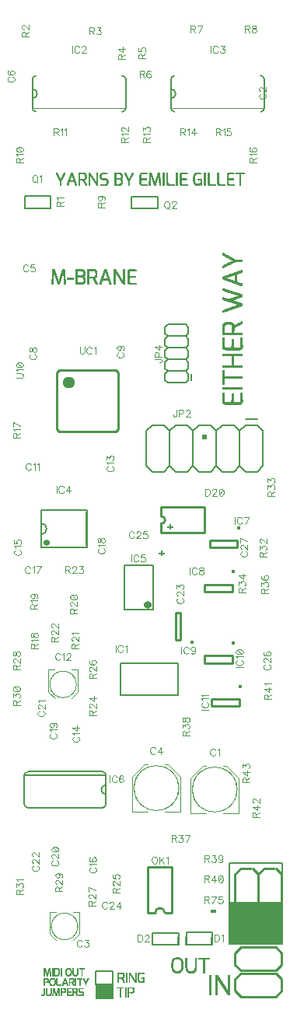
<source format=gto>
G04 DipTrace 3.3.0.0*
G04 mBrane_02.GTO*
%MOIN*%
G04 #@! TF.FileFunction,Legend,Top*
G04 #@! TF.Part,Single*
%ADD10C,0.009843*%
%ADD12C,0.001*%
%ADD14C,0.01*%
%ADD18C,0.008*%
%ADD19C,0.005984*%
%ADD20C,0.006*%
%ADD21O,0.027265X0.024343*%
%ADD22O,0.035054X0.030186*%
%ADD23C,0.050634*%
%ADD24C,0.000013*%
%ADD25C,0.004*%
%ADD30C,0.002*%
%ADD31C,0.015401*%
%ADD32C,0.015422*%
%ADD80C,0.004632*%
%FSLAX26Y26*%
G04*
G70*
G90*
G75*
G01*
G04 TopSilk*
%LPD*%
X1172492Y1307043D2*
D24*
G02X1172492Y1307043I96466J0D01*
G01*
X1231555Y1204670D2*
D25*
X1166596D1*
Y1356264D1*
X1219743Y1409416D1*
X1231555D1*
X1306362D2*
X1318174D1*
X1371321Y1356264D1*
Y1204670D1*
X1306362D1*
X1235486Y1216487D2*
G02X1235486Y1397599I33497J90556D01*
G01*
X1302431Y1216487D2*
G03X1302431Y1397599I-33497J90556D01*
G01*
X568126Y720182D2*
D24*
G02X568126Y720182I57083J0D01*
G01*
X662614Y763484D2*
D25*
G02X662614Y676881I-37399J-43302D01*
G01*
X587804Y763484D2*
G03X589782Y674907I37384J-43476D01*
G01*
X662614Y783170D2*
X688201D1*
Y688688D1*
X660636Y661125D1*
X589782D2*
X562217Y688688D1*
Y783170D1*
X587804D1*
X922492Y1313292D2*
D24*
G02X922492Y1313292I96466J0D01*
G01*
X981555Y1210920D2*
D25*
X916596D1*
Y1362514D1*
X969743Y1415665D1*
X981555D1*
X1056362D2*
X1068174D1*
X1121321Y1362514D1*
Y1210920D1*
X1056362D1*
X985486Y1222737D2*
G02X985486Y1403848I33497J90556D01*
G01*
X1052431Y1222737D2*
G03X1052431Y1403848I-33497J90556D01*
G01*
X561875Y1757682D2*
D24*
G02X561875Y1757682I57083J0D01*
G01*
X656363Y1800984D2*
D25*
G02X656363Y1714381I-37399J-43302D01*
G01*
X581554Y1800984D2*
G03X583532Y1712407I37384J-43476D01*
G01*
X656363Y1820670D2*
X681951D1*
Y1726188D1*
X654385Y1698625D1*
X583532D2*
X555966Y1726188D1*
Y1820670D1*
X581554D1*
X1256459Y674601D2*
D20*
Y642612D1*
X1234458D1*
X1144455D2*
Y674601D1*
X1166456Y642612D2*
X1144455D1*
X1112979Y673914D2*
Y641925D1*
X1090978D1*
X1000975D2*
Y673914D1*
X1022976Y641925D2*
X1000975D1*
X1038935Y2407532D2*
D10*
X1223982D1*
Y2515812D1*
Y2517774D2*
X1038935D1*
Y2478411D1*
Y2407532D2*
Y2446896D1*
G03X1038935Y2478411I1844J15758D01*
G01*
X866216Y1848648D2*
D20*
Y1712420D1*
X1112200D2*
Y1848648D1*
X866216D2*
X1112200D1*
Y1712420D2*
X866216D1*
X872709Y4213011D2*
G03X887709Y4228016I0J15000D01*
G01*
X487709Y4351986D2*
G02X502709Y4366991I14987J18D01*
G01*
X872709D2*
G02X887709Y4351986I13J-14987D01*
G01*
X487709Y4228016D2*
G03X502709Y4213011I14974J-32D01*
G01*
X887709Y4228016D2*
Y4351986D1*
X487709D2*
Y4309997D1*
Y4270005D1*
Y4228016D1*
Y4309997D2*
G02X487709Y4270005I4J-19996D01*
G01*
Y4226986D2*
D30*
X887709D1*
X1466458Y4213011D2*
D20*
G03X1481458Y4228016I0J15000D01*
G01*
X1081458Y4351986D2*
G02X1096458Y4366991I14987J18D01*
G01*
X1466458D2*
G02X1481458Y4351986I13J-14987D01*
G01*
X1081458Y4228016D2*
G03X1096458Y4213011I14974J-32D01*
G01*
X1481458Y4228016D2*
Y4351986D1*
X1081458D2*
Y4309997D1*
Y4270005D1*
Y4228016D1*
Y4309997D2*
G02X1081458Y4270005I4J-19996D01*
G01*
Y4226986D2*
D30*
X1481458D1*
X719458Y2353744D2*
D20*
Y2495760D1*
X523458D2*
Y2449252D1*
Y2400252D1*
Y2353744D1*
Y2449252D2*
G02X523458Y2400252I0J-24500D01*
G01*
X467474Y1229511D2*
X787444D1*
X467474Y1383491D2*
G03X452459Y1368486I-66J-14949D01*
G01*
X802459Y1244516D2*
G02X787444Y1229511I-15004J-1D01*
G01*
X467474D2*
G02X452459Y1244516I-70J14945D01*
G01*
X802459Y1368486D2*
G03X787444Y1383491I-14999J6D01*
G01*
X467474D1*
X452459Y1368486D2*
Y1244516D1*
X802459D2*
Y1368486D1*
Y1286505D2*
G02X802459Y1326497I11J19996D01*
G01*
Y1369516D2*
X452459D1*
D31*
X1370708Y2429721D3*
X1365446Y2375654D2*
D10*
X1247340D1*
X1365446Y2344163D2*
X1247340D1*
Y2375654D2*
Y2344163D1*
X1365446Y2375654D2*
Y2344163D1*
D31*
X1349949Y2240660D3*
X1344686Y2186594D2*
D10*
X1226581D1*
X1344686Y2155103D2*
X1226581D1*
Y2186594D2*
Y2155103D1*
X1344686Y2186594D2*
Y2155103D1*
D32*
X1173136Y1938152D3*
X1122994Y1947353D2*
D10*
Y2065458D1*
X1103309D1*
Y1947353D1*
X1122994D1*
D31*
X1349447Y1934424D3*
X1344185Y1880358D2*
D10*
X1226079D1*
X1344185Y1848867D2*
X1226079D1*
Y1880358D2*
Y1848867D1*
X1344185Y1880358D2*
Y1848867D1*
D31*
X1379634Y1749870D3*
X1374371Y1695804D2*
D10*
X1256266D1*
X1374371Y1664313D2*
X1256266D1*
Y1695804D2*
Y1664313D1*
X1374371Y1695804D2*
Y1664313D1*
X1531458Y519001D2*
X1381458D1*
X1356458Y494001D1*
Y444001D1*
X1381458Y419001D2*
X1356458Y444001D1*
X1531458Y419001D2*
X1381458D1*
X1556458Y444001D2*
X1531458Y419001D1*
X1556458Y494001D2*
Y444001D1*
Y494001D2*
X1531458Y519001D1*
Y631501D2*
X1381458D1*
X1356458Y606501D1*
Y556501D1*
X1381458Y531501D2*
X1356458Y556501D1*
X1531458Y531501D2*
X1381458D1*
X1556458Y556501D2*
X1531458Y531501D1*
X1556458Y606501D2*
Y556501D1*
Y606501D2*
X1531458Y631501D1*
G36*
X1235207Y2808996D2*
Y2828976D1*
X1215207D1*
Y2808996D1*
X1235207D1*
G37*
X1475207Y2844006D2*
D20*
X1450207Y2869003D1*
X1400207D2*
X1375207Y2844006D1*
X1350207Y2869003D1*
X1300207D2*
X1275207Y2844006D1*
X1250207Y2869003D1*
X1200207D2*
X1175207Y2844006D1*
X1150207Y2869003D1*
X1100207D2*
X1075207Y2844006D1*
X1475207D2*
Y2693998D1*
X1450207Y2669001D1*
X1400207D1*
X1375207Y2693998D1*
X1350207Y2669001D1*
X1300207D1*
X1275207Y2693998D1*
X1250207Y2669001D1*
X1200207D1*
X1175207Y2693998D1*
X1150207Y2669001D1*
X1100207D1*
X1075207Y2693998D1*
X1375207D2*
Y2844006D1*
X1275207Y2693998D2*
Y2844006D1*
X1175207Y2693998D2*
Y2844006D1*
X1075207Y2693998D2*
Y2844006D1*
X1150207Y2869003D2*
X1100207D1*
X1250207D2*
X1200207D1*
X1350207D2*
X1300207D1*
X1450207D2*
X1400207D1*
X1075207Y2844006D2*
X1050207Y2869003D1*
X1000207D2*
X975207Y2844006D1*
X1075207Y2693998D2*
X1050207Y2669001D1*
X1000207D1*
X975207Y2693998D1*
Y2844006D1*
X1050207Y2869003D2*
X1000207D1*
X1450207Y2894001D2*
D18*
X1400207D1*
X1143962Y3050250D2*
D20*
X1156460Y3062750D1*
Y3087750D2*
X1143962Y3100250D1*
X1156460Y3112750D1*
Y3137750D2*
X1143962Y3150250D1*
X1156460Y3162750D1*
Y3187750D2*
X1143962Y3200250D1*
X1156460Y3212750D1*
Y3237750D2*
X1143962Y3250250D1*
Y3050250D2*
X1068958D1*
X1056459Y3062750D1*
Y3087750D1*
X1068958Y3100250D1*
X1056459Y3112750D1*
Y3137750D1*
X1068958Y3150250D1*
X1056459Y3162750D1*
Y3187750D1*
X1068958Y3200250D1*
X1056459Y3212750D1*
Y3237750D1*
X1068958Y3250250D1*
Y3100250D2*
X1143962D1*
X1068958Y3150250D2*
X1143962D1*
X1068958Y3200250D2*
X1143962D1*
X1068958Y3250250D2*
X1143962D1*
X1156460Y3212750D2*
Y3237750D1*
Y3162750D2*
Y3187750D1*
Y3112750D2*
Y3137750D1*
Y3062750D2*
Y3087750D1*
X1143962Y3250250D2*
X1156460Y3262750D1*
Y3287750D2*
X1143962Y3300250D1*
X1068958Y3250250D2*
X1056459Y3262750D1*
Y3287750D1*
X1068958Y3300250D1*
X1143962D1*
X1156460Y3262750D2*
Y3287750D1*
X1168959Y3062750D2*
D18*
Y3087750D1*
X1085151Y779305D2*
D10*
Y976159D1*
X982774Y779305D2*
Y976159D1*
X1085151D2*
X982774D1*
X1053657Y779305D2*
X1085151D1*
X1014268D2*
X982774D1*
X1053657D2*
G03X1014268Y779305I-19694J-9D01*
G01*
G36*
X1252862Y791462D2*
X1275031D1*
Y778544D1*
X1252862D1*
Y791462D1*
G37*
X621413Y3051982D2*
D24*
G02X621413Y3051982I23619J0D01*
G01*
X845823Y3106121D2*
D14*
X856669Y3095275D1*
Y2851192D1*
X845823Y2840345D1*
X601740D1*
X590894Y2851192D1*
Y3095275D1*
X601740Y3106121D1*
X845823D1*
X1426458Y669001D2*
D10*
X1386458D1*
X1426458Y969001D2*
X1386458D1*
X1356458Y693901D2*
Y944101D1*
X1456458Y693901D2*
Y944101D1*
X1431458Y669001D2*
X1456458Y693901D1*
X1381458Y669001D2*
X1356458Y693901D1*
Y944101D2*
X1381458Y969001D1*
X1456458Y944101D2*
X1431458Y969001D1*
X1526458Y669001D2*
X1486458D1*
X1526458Y969001D2*
X1486458D1*
X1456458Y693901D2*
Y944101D1*
X1556458Y693901D2*
Y944101D1*
X1531458Y669001D2*
X1556458Y693901D1*
X1481458Y669001D2*
X1456458Y693901D1*
Y944101D2*
X1481458Y969001D1*
X1556458Y944101D2*
X1531458Y969001D1*
X1001378Y692812D2*
D19*
X1114440D1*
Y642026D1*
X1001378D1*
Y692812D1*
X523546Y2506240D2*
D20*
X721214D1*
Y2346548D1*
X523546D1*
Y2506240D1*
D21*
X548864Y2364562D3*
D22*
X980227Y2099707D3*
X880906Y2268649D2*
D20*
X1004570D1*
Y2079745D1*
X880906D1*
Y2268649D1*
X453794Y3852185D2*
X564445D1*
Y3798187D1*
X453794D1*
Y3852185D1*
X910563Y3849530D2*
X1023871D1*
Y3798187D1*
X910563D1*
Y3849530D1*
G36*
X1326745Y822245D2*
X1561260D1*
Y640530D1*
X1326745D1*
Y822245D1*
G37*
G36*
X757351Y473211D2*
X834103D1*
Y409367D1*
X757351D1*
Y473211D1*
G37*
X1330060Y992635D2*
D19*
X1556937D1*
Y820284D1*
X1330060D1*
Y992635D1*
X759989Y529584D2*
X831070D1*
Y473107D1*
X759989D1*
Y529584D1*
X1148298Y695231D2*
X1258941D1*
Y642026D1*
X1148298D1*
Y695231D1*
D23*
X642751Y3052596D3*
X1245834Y513375D2*
D12*
X1252834D1*
X1270834D2*
X1278834D1*
X1324834D2*
X1332834D1*
X1245834Y512375D2*
X1252834D1*
X1270834D2*
X1279334D1*
X1324834D2*
X1332834D1*
X1245834Y511375D2*
X1252834D1*
X1270834D2*
X1279919D1*
X1324834D2*
X1332834D1*
X1245834Y510375D2*
X1252834D1*
X1270834D2*
X1280530D1*
X1324834D2*
X1332834D1*
X1245834Y509375D2*
X1252834D1*
X1270834D2*
X1281174D1*
X1324834D2*
X1332834D1*
X1245834Y508375D2*
X1252834D1*
X1270834D2*
X1281846D1*
X1324834D2*
X1332834D1*
X1245834Y507375D2*
X1252834D1*
X1270834D2*
X1282500D1*
X1324834D2*
X1332834D1*
X1245834Y506375D2*
X1252834D1*
X1270834D2*
X1283162D1*
X1324834D2*
X1332834D1*
X1245834Y505375D2*
X1252834D1*
X1270834D2*
X1283842D1*
X1324834D2*
X1332834D1*
X1245834Y504375D2*
X1252834D1*
X1270834D2*
X1284498D1*
X1324834D2*
X1332834D1*
X1245834Y503375D2*
X1252834D1*
X1270834D2*
X1285162D1*
X1324834D2*
X1332834D1*
X1245834Y502375D2*
X1252834D1*
X1270834D2*
X1285841D1*
X1324834D2*
X1332834D1*
X1245834Y501375D2*
X1252834D1*
X1270834D2*
X1286498D1*
X1324834D2*
X1332834D1*
X1245834Y500375D2*
X1252834D1*
X1270834D2*
X1287162D1*
X1324834D2*
X1332834D1*
X1245834Y499375D2*
X1252834D1*
X1270834D2*
X1287841D1*
X1324834D2*
X1332834D1*
X1245834Y498375D2*
X1252834D1*
X1270834D2*
X1288498D1*
X1324834D2*
X1332834D1*
X1245834Y497375D2*
X1252834D1*
X1270834D2*
X1289162D1*
X1324834D2*
X1332834D1*
X1245834Y496375D2*
X1252834D1*
X1270834D2*
X1289841D1*
X1324834D2*
X1332834D1*
X1245834Y495375D2*
X1252834D1*
X1270834D2*
X1278834D1*
X1281026D2*
X1290498D1*
X1324834D2*
X1332834D1*
X1245834Y494375D2*
X1252834D1*
X1270834D2*
X1278834D1*
X1281406D2*
X1291162D1*
X1324834D2*
X1332834D1*
X1245834Y493375D2*
X1252834D1*
X1270834D2*
X1278834D1*
X1281944D2*
X1291841D1*
X1324834D2*
X1332834D1*
X1245834Y492375D2*
X1252834D1*
X1270834D2*
X1278834D1*
X1282538D2*
X1292498D1*
X1324834D2*
X1332834D1*
X1245834Y491375D2*
X1252834D1*
X1270834D2*
X1278834D1*
X1283176D2*
X1293162D1*
X1324834D2*
X1332834D1*
X1245834Y490375D2*
X1252834D1*
X1270834D2*
X1278834D1*
X1283847D2*
X1293838D1*
X1324834D2*
X1332834D1*
X1245834Y489375D2*
X1252834D1*
X1270834D2*
X1278834D1*
X1284500D2*
X1294463D1*
X1324834D2*
X1332834D1*
X1245834Y488375D2*
X1252834D1*
X1270834D2*
X1278834D1*
X1285162D2*
X1295034D1*
X1324834D2*
X1332834D1*
X1245834Y487375D2*
X1252834D1*
X1270834D2*
X1278834D1*
X1285842D2*
X1295598D1*
X1324834D2*
X1332834D1*
X1245834Y486375D2*
X1252834D1*
X1270834D2*
X1278834D1*
X1286498D2*
X1296207D1*
X1324834D2*
X1332834D1*
X1245834Y485375D2*
X1252834D1*
X1270834D2*
X1278834D1*
X1287162D2*
X1296860D1*
X1324834D2*
X1332834D1*
X1245834Y484375D2*
X1252834D1*
X1270834D2*
X1278834D1*
X1287841D2*
X1297505D1*
X1324834D2*
X1332834D1*
X1245834Y483375D2*
X1252834D1*
X1270834D2*
X1278834D1*
X1288498D2*
X1298164D1*
X1324834D2*
X1332834D1*
X1245834Y482375D2*
X1252834D1*
X1270834D2*
X1278834D1*
X1289162D2*
X1298842D1*
X1324834D2*
X1332834D1*
X1245834Y481375D2*
X1252834D1*
X1270834D2*
X1278834D1*
X1289841D2*
X1299499D1*
X1324834D2*
X1332834D1*
X1245834Y480375D2*
X1252834D1*
X1270834D2*
X1278834D1*
X1290498D2*
X1300162D1*
X1324834D2*
X1332834D1*
X1245834Y479375D2*
X1252834D1*
X1270834D2*
X1278834D1*
X1291162D2*
X1300841D1*
X1324834D2*
X1332834D1*
X1245834Y478375D2*
X1252834D1*
X1270834D2*
X1278834D1*
X1291841D2*
X1301498D1*
X1324834D2*
X1332834D1*
X1245834Y477375D2*
X1252834D1*
X1270834D2*
X1278834D1*
X1292498D2*
X1302162D1*
X1324834D2*
X1332834D1*
X1245834Y476375D2*
X1252834D1*
X1270834D2*
X1278834D1*
X1293162D2*
X1302841D1*
X1324834D2*
X1332834D1*
X1245834Y475375D2*
X1252834D1*
X1270834D2*
X1278834D1*
X1293838D2*
X1303498D1*
X1324834D2*
X1332834D1*
X1245834Y474375D2*
X1252834D1*
X1270834D2*
X1278834D1*
X1294463D2*
X1304162D1*
X1324834D2*
X1332834D1*
X1245834Y473375D2*
X1252834D1*
X1270834D2*
X1278834D1*
X1295034D2*
X1304841D1*
X1324834D2*
X1332834D1*
X1245834Y472375D2*
X1252834D1*
X1270834D2*
X1278834D1*
X1295598D2*
X1305498D1*
X1324834D2*
X1332834D1*
X1245834Y471375D2*
X1252834D1*
X1270834D2*
X1278834D1*
X1296207D2*
X1306162D1*
X1324834D2*
X1332834D1*
X1245834Y470375D2*
X1252834D1*
X1270834D2*
X1278834D1*
X1296860D2*
X1306841D1*
X1324834D2*
X1332834D1*
X1245834Y469375D2*
X1252834D1*
X1270834D2*
X1278834D1*
X1297505D2*
X1307498D1*
X1324834D2*
X1332834D1*
X1245834Y468375D2*
X1252834D1*
X1270834D2*
X1278834D1*
X1298164D2*
X1308162D1*
X1324834D2*
X1332834D1*
X1245834Y467375D2*
X1252834D1*
X1270834D2*
X1278834D1*
X1298842D2*
X1308841D1*
X1324834D2*
X1332834D1*
X1245834Y466375D2*
X1252834D1*
X1270834D2*
X1278834D1*
X1299499D2*
X1309498D1*
X1324834D2*
X1332834D1*
X1245834Y465375D2*
X1252834D1*
X1270834D2*
X1278834D1*
X1300162D2*
X1310162D1*
X1324834D2*
X1332834D1*
X1245834Y464375D2*
X1252834D1*
X1270834D2*
X1278834D1*
X1300841D2*
X1310841D1*
X1324834D2*
X1332834D1*
X1245834Y463375D2*
X1252834D1*
X1270834D2*
X1278834D1*
X1301498D2*
X1311498D1*
X1324834D2*
X1332834D1*
X1245834Y462375D2*
X1252834D1*
X1270834D2*
X1278834D1*
X1302162D2*
X1312162D1*
X1324834D2*
X1332834D1*
X1245834Y461375D2*
X1252834D1*
X1270834D2*
X1278834D1*
X1302841D2*
X1312841D1*
X1324834D2*
X1332834D1*
X1245834Y460375D2*
X1252834D1*
X1270834D2*
X1278834D1*
X1303498D2*
X1313498D1*
X1324834D2*
X1332834D1*
X1245834Y459375D2*
X1252834D1*
X1270834D2*
X1278834D1*
X1304162D2*
X1314162D1*
X1324834D2*
X1332834D1*
X1245834Y458375D2*
X1252834D1*
X1270834D2*
X1278834D1*
X1304841D2*
X1314838D1*
X1324834D2*
X1332834D1*
X1245834Y457375D2*
X1252834D1*
X1270834D2*
X1278834D1*
X1305498D2*
X1315463D1*
X1324834D2*
X1332834D1*
X1245834Y456375D2*
X1252834D1*
X1270834D2*
X1278834D1*
X1306162D2*
X1316034D1*
X1324834D2*
X1332834D1*
X1245834Y455375D2*
X1252834D1*
X1270834D2*
X1278834D1*
X1306841D2*
X1316598D1*
X1324834D2*
X1332834D1*
X1245834Y454375D2*
X1252834D1*
X1270834D2*
X1278834D1*
X1307498D2*
X1317207D1*
X1324834D2*
X1332834D1*
X1245834Y453375D2*
X1252834D1*
X1270834D2*
X1278834D1*
X1308162D2*
X1317860D1*
X1324834D2*
X1332834D1*
X1245834Y452375D2*
X1252834D1*
X1270834D2*
X1278834D1*
X1308841D2*
X1318505D1*
X1324834D2*
X1332834D1*
X1245834Y451375D2*
X1252834D1*
X1270834D2*
X1278834D1*
X1309498D2*
X1319164D1*
X1324834D2*
X1332834D1*
X1245834Y450375D2*
X1252834D1*
X1270834D2*
X1278834D1*
X1310162D2*
X1319842D1*
X1324834D2*
X1332834D1*
X1245834Y449375D2*
X1252834D1*
X1270834D2*
X1278834D1*
X1310841D2*
X1320499D1*
X1324834D2*
X1332834D1*
X1245834Y448375D2*
X1252834D1*
X1270834D2*
X1278834D1*
X1311498D2*
X1321162D1*
X1324830D2*
X1332834D1*
X1245834Y447375D2*
X1252834D1*
X1270834D2*
X1278834D1*
X1312162D2*
X1321841D1*
X1324792D2*
X1332834D1*
X1245834Y446375D2*
X1252834D1*
X1270834D2*
X1278834D1*
X1312841D2*
X1322493D1*
X1324637D2*
X1332834D1*
X1245834Y445375D2*
X1252834D1*
X1270834D2*
X1278834D1*
X1313498D2*
X1323148D1*
X1324295D2*
X1332834D1*
X1245834Y444375D2*
X1252834D1*
X1270834D2*
X1278834D1*
X1314162D2*
X1332834D1*
X1245834Y443375D2*
X1252834D1*
X1270834D2*
X1278834D1*
X1314841D2*
X1332834D1*
X1245834Y442375D2*
X1252834D1*
X1270834D2*
X1278834D1*
X1315498D2*
X1332834D1*
X1245834Y441375D2*
X1252834D1*
X1270834D2*
X1278834D1*
X1316162D2*
X1332834D1*
X1245834Y440375D2*
X1252834D1*
X1270834D2*
X1278834D1*
X1316841D2*
X1332834D1*
X1245834Y439375D2*
X1252834D1*
X1270834D2*
X1278834D1*
X1317498D2*
X1332834D1*
X1245834Y438375D2*
X1252834D1*
X1270834D2*
X1278834D1*
X1318162D2*
X1332834D1*
X1245834Y437375D2*
X1252834D1*
X1270834D2*
X1278834D1*
X1318841D2*
X1332834D1*
X1245834Y436375D2*
X1252834D1*
X1270834D2*
X1278834D1*
X1319498D2*
X1332834D1*
X1245834Y435375D2*
X1252834D1*
X1270834D2*
X1278834D1*
X1320162D2*
X1332834D1*
X1245834Y434375D2*
X1252834D1*
X1270834D2*
X1278834D1*
X1320838D2*
X1332834D1*
X1245834Y433375D2*
X1252834D1*
X1270834D2*
X1278834D1*
X1321463D2*
X1332834D1*
X1245834Y432375D2*
X1252834D1*
X1270834D2*
X1278834D1*
X1322034D2*
X1332834D1*
X1245834Y431375D2*
X1252834D1*
X1270834D2*
X1278834D1*
X1322602D2*
X1332834D1*
X1245834Y430375D2*
X1252834D1*
X1270834D2*
X1278834D1*
X1323243D2*
X1332834D1*
X1245834Y429375D2*
X1252834D1*
X1270834D2*
X1278834D1*
X1324007D2*
X1332834D1*
X1245834Y428375D2*
X1252834D1*
X1270834D2*
X1278834D1*
X1324834D2*
X1332834D1*
X1100798Y587228D2*
X1113798D1*
X1097456Y586228D2*
X1117141D1*
X1142798D2*
X1148798D1*
X1183798D2*
X1189798D1*
X1199798D2*
X1243798D1*
X1094761Y585228D2*
X1119836D1*
X1142798D2*
X1148798D1*
X1183798D2*
X1189798D1*
X1199798D2*
X1243798D1*
X1092731Y584228D2*
X1121865D1*
X1142798D2*
X1148798D1*
X1183798D2*
X1189798D1*
X1199798D2*
X1243798D1*
X1091204Y583228D2*
X1123396D1*
X1142798D2*
X1148798D1*
X1183798D2*
X1189798D1*
X1199798D2*
X1243798D1*
X1089998Y582228D2*
X1124634D1*
X1142798D2*
X1148798D1*
X1183798D2*
X1189798D1*
X1199798D2*
X1243798D1*
X1089029Y581228D2*
X1125699D1*
X1142798D2*
X1148798D1*
X1183798D2*
X1189798D1*
X1199798D2*
X1243798D1*
X1088265Y580228D2*
X1097840D1*
X1116405D2*
X1126606D1*
X1142798D2*
X1148798D1*
X1183798D2*
X1189798D1*
X1218798D2*
X1224798D1*
X1087639Y579228D2*
X1096012D1*
X1118571D2*
X1127342D1*
X1142798D2*
X1148798D1*
X1183798D2*
X1189798D1*
X1218798D2*
X1224798D1*
X1087083Y578228D2*
X1094453D1*
X1120206D2*
X1127928D1*
X1142798D2*
X1148798D1*
X1183798D2*
X1189798D1*
X1218798D2*
X1224798D1*
X1086562Y577228D2*
X1093247D1*
X1121399D2*
X1128384D1*
X1142798D2*
X1148798D1*
X1183798D2*
X1189798D1*
X1218798D2*
X1224798D1*
X1086056Y576228D2*
X1092358D1*
X1122265D2*
X1128757D1*
X1142798D2*
X1148798D1*
X1183798D2*
X1189798D1*
X1218798D2*
X1224798D1*
X1085585Y575228D2*
X1091675D1*
X1122933D2*
X1129118D1*
X1142798D2*
X1148798D1*
X1183798D2*
X1189798D1*
X1218798D2*
X1224798D1*
X1085180Y574228D2*
X1091100D1*
X1123501D2*
X1129431D1*
X1142798D2*
X1148798D1*
X1183798D2*
X1189798D1*
X1218798D2*
X1224798D1*
X1084827Y573228D2*
X1090605D1*
X1123993D2*
X1129662D1*
X1142798D2*
X1148798D1*
X1183798D2*
X1189798D1*
X1218798D2*
X1224798D1*
X1084475Y572228D2*
X1090225D1*
X1124373D2*
X1129890D1*
X1142798D2*
X1148798D1*
X1183798D2*
X1189798D1*
X1218798D2*
X1224798D1*
X1084168Y571228D2*
X1089992D1*
X1124605D2*
X1130175D1*
X1142798D2*
X1148798D1*
X1183798D2*
X1189798D1*
X1218798D2*
X1224798D1*
X1083974Y570228D2*
X1089842D1*
X1124754D2*
X1130450D1*
X1142798D2*
X1148798D1*
X1183798D2*
X1189798D1*
X1218798D2*
X1224798D1*
X1083869Y569228D2*
X1089664D1*
X1124932D2*
X1130631D1*
X1142798D2*
X1148798D1*
X1183798D2*
X1189798D1*
X1218798D2*
X1224798D1*
X1083789Y568228D2*
X1089404D1*
X1125192D2*
X1130730D1*
X1142798D2*
X1148798D1*
X1183798D2*
X1189798D1*
X1218798D2*
X1224798D1*
X1083643Y567228D2*
X1089140D1*
X1125457D2*
X1130809D1*
X1142798D2*
X1148798D1*
X1183798D2*
X1189798D1*
X1218798D2*
X1224798D1*
X1083396Y566228D2*
X1088963D1*
X1125634D2*
X1130954D1*
X1142798D2*
X1148798D1*
X1183798D2*
X1189798D1*
X1218798D2*
X1224798D1*
X1083137Y565228D2*
X1088869D1*
X1125727D2*
X1131201D1*
X1142798D2*
X1148798D1*
X1183798D2*
X1189798D1*
X1218798D2*
X1224798D1*
X1082962Y564228D2*
X1088827D1*
X1125770D2*
X1131459D1*
X1142798D2*
X1148798D1*
X1183798D2*
X1189798D1*
X1218798D2*
X1224798D1*
X1082869Y563228D2*
X1088809D1*
X1125788D2*
X1131635D1*
X1142798D2*
X1148798D1*
X1183798D2*
X1189798D1*
X1218798D2*
X1224798D1*
X1082826Y562228D2*
X1088802D1*
X1125795D2*
X1131728D1*
X1142798D2*
X1148798D1*
X1183798D2*
X1189798D1*
X1218798D2*
X1224798D1*
X1082809Y561228D2*
X1088800D1*
X1125797D2*
X1131770D1*
X1142798D2*
X1148798D1*
X1183798D2*
X1189798D1*
X1218798D2*
X1224798D1*
X1082802Y560228D2*
X1088799D1*
X1125798D2*
X1131788D1*
X1142798D2*
X1148798D1*
X1183798D2*
X1189798D1*
X1218798D2*
X1224798D1*
X1082800Y559228D2*
X1088799D1*
X1125798D2*
X1131795D1*
X1142798D2*
X1148798D1*
X1183798D2*
X1189798D1*
X1218798D2*
X1224798D1*
X1082799Y558228D2*
X1088798D1*
X1125798D2*
X1131797D1*
X1142798D2*
X1148798D1*
X1183798D2*
X1189798D1*
X1218798D2*
X1224798D1*
X1082799Y557228D2*
X1088798D1*
X1125798D2*
X1131798D1*
X1142798D2*
X1148798D1*
X1183798D2*
X1189798D1*
X1218798D2*
X1224798D1*
X1082798Y556228D2*
X1088798D1*
X1125798D2*
X1131798D1*
X1142798D2*
X1148798D1*
X1183798D2*
X1189798D1*
X1218798D2*
X1224798D1*
X1082798Y555228D2*
X1088798D1*
X1125798D2*
X1131798D1*
X1142798D2*
X1148798D1*
X1183798D2*
X1189798D1*
X1218798D2*
X1224798D1*
X1082798Y554228D2*
X1088798D1*
X1125798D2*
X1131798D1*
X1142798D2*
X1148798D1*
X1183798D2*
X1189798D1*
X1218798D2*
X1224798D1*
X1082798Y553228D2*
X1088798D1*
X1125798D2*
X1131798D1*
X1142798D2*
X1148798D1*
X1183798D2*
X1189798D1*
X1218798D2*
X1224798D1*
X1082798Y552228D2*
X1088798D1*
X1125798D2*
X1131798D1*
X1142798D2*
X1148798D1*
X1183798D2*
X1189798D1*
X1218798D2*
X1224798D1*
X1082798Y551228D2*
X1088798D1*
X1125798D2*
X1131798D1*
X1142798D2*
X1148798D1*
X1183798D2*
X1189798D1*
X1218798D2*
X1224798D1*
X1082798Y550228D2*
X1088798D1*
X1125798D2*
X1131798D1*
X1142798D2*
X1148798D1*
X1183798D2*
X1189798D1*
X1218798D2*
X1224798D1*
X1082798Y549228D2*
X1088798D1*
X1125798D2*
X1131798D1*
X1142798D2*
X1148798D1*
X1183798D2*
X1189798D1*
X1218798D2*
X1224798D1*
X1082798Y548228D2*
X1088798D1*
X1125798D2*
X1131794D1*
X1142802D2*
X1148798D1*
X1183798D2*
X1189794D1*
X1218798D2*
X1224798D1*
X1082802Y547228D2*
X1088798D1*
X1125798D2*
X1131759D1*
X1142837D2*
X1148798D1*
X1183798D2*
X1189759D1*
X1218798D2*
X1224798D1*
X1082837Y546228D2*
X1088798D1*
X1125794D2*
X1131632D1*
X1142965D2*
X1148798D1*
X1183794D2*
X1189632D1*
X1218798D2*
X1224798D1*
X1082965Y545228D2*
X1088798D1*
X1125759D2*
X1131392D1*
X1143204D2*
X1148802D1*
X1183759D2*
X1189392D1*
X1218798D2*
X1224798D1*
X1083204Y544228D2*
X1088802D1*
X1125632D2*
X1131136D1*
X1143461D2*
X1148837D1*
X1183632D2*
X1189136D1*
X1218798D2*
X1224798D1*
X1083461Y543228D2*
X1088837D1*
X1125392D2*
X1130962D1*
X1143635D2*
X1148965D1*
X1183392D2*
X1188962D1*
X1218798D2*
X1224798D1*
X1083635Y542228D2*
X1088965D1*
X1125136D2*
X1130865D1*
X1143728D2*
X1149204D1*
X1183136D2*
X1188869D1*
X1218798D2*
X1224798D1*
X1083732Y541228D2*
X1089204D1*
X1124958D2*
X1130787D1*
X1143774D2*
X1149461D1*
X1182958D2*
X1188823D1*
X1218798D2*
X1224798D1*
X1083809Y540228D2*
X1089465D1*
X1124830D2*
X1130642D1*
X1143827D2*
X1149639D1*
X1182830D2*
X1188770D1*
X1218798D2*
X1224798D1*
X1083954Y539228D2*
X1089674D1*
X1124656D2*
X1130396D1*
X1143961D2*
X1149767D1*
X1182656D2*
X1188636D1*
X1218798D2*
X1224798D1*
X1084201Y538228D2*
X1089898D1*
X1124364D2*
X1130133D1*
X1144203D2*
X1149941D1*
X1182364D2*
X1188390D1*
X1218798D2*
X1224798D1*
X1084463Y537228D2*
X1090219D1*
X1123969D2*
X1129923D1*
X1144464D2*
X1150233D1*
X1181969D2*
X1188097D1*
X1218798D2*
X1224798D1*
X1084674Y536228D2*
X1090660D1*
X1123514D2*
X1129699D1*
X1144674D2*
X1150627D1*
X1181514D2*
X1187795D1*
X1218798D2*
X1224798D1*
X1084898Y535228D2*
X1091247D1*
X1122997D2*
X1129381D1*
X1144894D2*
X1151083D1*
X1180997D2*
X1187459D1*
X1218798D2*
X1224798D1*
X1085215Y534228D2*
X1092008D1*
X1122370D2*
X1128976D1*
X1145180D2*
X1151599D1*
X1180374D2*
X1187125D1*
X1218798D2*
X1224798D1*
X1085621Y533228D2*
X1092935D1*
X1121551D2*
X1128520D1*
X1145489D2*
X1152234D1*
X1179594D2*
X1186802D1*
X1218798D2*
X1224798D1*
X1086080Y532228D2*
X1094127D1*
X1120420D2*
X1128037D1*
X1145802D2*
X1153124D1*
X1178630D2*
X1186424D1*
X1218798D2*
X1224798D1*
X1086598Y531228D2*
X1095845D1*
X1118732D2*
X1127541D1*
X1146176D2*
X1154509D1*
X1177347D2*
X1185956D1*
X1218798D2*
X1224798D1*
X1087222Y530228D2*
X1098303D1*
X1116286D2*
X1127008D1*
X1146642D2*
X1156666D1*
X1175563D2*
X1185357D1*
X1218798D2*
X1224798D1*
X1087995Y529228D2*
X1101408D1*
X1113186D2*
X1126374D1*
X1147240D2*
X1159563D1*
X1173292D2*
X1184595D1*
X1218798D2*
X1224798D1*
X1088885Y528228D2*
X1125560D1*
X1148006D2*
X1183709D1*
X1218798D2*
X1224798D1*
X1089882Y527228D2*
X1124503D1*
X1148931D2*
X1182722D1*
X1218798D2*
X1224798D1*
X1091104Y526228D2*
X1123109D1*
X1150083D2*
X1181577D1*
X1218798D2*
X1224798D1*
X1092807Y525228D2*
X1121313D1*
X1151619D2*
X1180182D1*
X1218798D2*
X1224798D1*
X1095128Y524228D2*
X1119150D1*
X1153592D2*
X1178546D1*
X1218798D2*
X1224798D1*
X1097798Y523228D2*
X1116798D1*
X1155798D2*
X1176798D1*
X1218798D2*
X1224798D1*
X1301932Y3608008D2*
X1302932D1*
X1301932Y3607008D2*
X1304928D1*
X1301932Y3606008D2*
X1306893D1*
X1301932Y3605008D2*
X1308766D1*
X1301932Y3604008D2*
X1310526D1*
X1301936Y3603008D2*
X1312270D1*
X1301979Y3602008D2*
X1314095D1*
X1302085Y3601008D2*
X1316003D1*
X1302590Y3600008D2*
X1317960D1*
X1303780Y3599008D2*
X1319939D1*
X1305275Y3598008D2*
X1321897D1*
X1306922Y3597008D2*
X1323767D1*
X1308586Y3596008D2*
X1325527D1*
X1310292Y3595008D2*
X1327270D1*
X1312103Y3594008D2*
X1329095D1*
X1314001Y3593008D2*
X1331003D1*
X1315922Y3592008D2*
X1332956D1*
X1317776Y3591008D2*
X1334904D1*
X1319530Y3590008D2*
X1336769D1*
X1321271Y3589008D2*
X1338528D1*
X1323096Y3588008D2*
X1340270D1*
X1324999Y3587008D2*
X1342096D1*
X1326921Y3586008D2*
X1344003D1*
X1328776Y3585008D2*
X1345960D1*
X1330530Y3584008D2*
X1347939D1*
X1332271Y3583008D2*
X1349893D1*
X1334096Y3582008D2*
X1351724D1*
X1336003Y3581008D2*
X1353321D1*
X1337956Y3580008D2*
X1354681D1*
X1339900Y3579008D2*
X1385932D1*
X1341727Y3578008D2*
X1385932D1*
X1343322Y3577008D2*
X1385932D1*
X1344681Y3576008D2*
X1385932D1*
X1345932Y3575008D2*
X1385932D1*
X1343932Y3574008D2*
X1385932D1*
X1341932Y3573008D2*
X1385932D1*
X1339932Y3572008D2*
X1385932D1*
X1337932Y3571008D2*
X1355932D1*
X1335932Y3570008D2*
X1353932D1*
X1333928Y3569008D2*
X1351932D1*
X1331893Y3568008D2*
X1349932D1*
X1329766Y3567008D2*
X1347932D1*
X1327526Y3566008D2*
X1345932D1*
X1325270Y3565008D2*
X1343932D1*
X1323095Y3564008D2*
X1341932D1*
X1321003Y3563008D2*
X1339932D1*
X1318960Y3562008D2*
X1337932D1*
X1316943Y3561008D2*
X1335932D1*
X1314936Y3560008D2*
X1333932D1*
X1312934Y3559008D2*
X1331932D1*
X1310933Y3558008D2*
X1329932D1*
X1308936Y3557008D2*
X1327928D1*
X1306979Y3556008D2*
X1325893D1*
X1305185Y3555008D2*
X1323766D1*
X1303757Y3554008D2*
X1321526D1*
X1302663Y3553008D2*
X1319270D1*
X1302284Y3552008D2*
X1317095D1*
X1302081Y3551008D2*
X1315003D1*
X1301990Y3550008D2*
X1312960D1*
X1301953Y3549008D2*
X1310943D1*
X1301940Y3548008D2*
X1308936D1*
X1301935Y3547008D2*
X1306934D1*
X1301933Y3546008D2*
X1304933D1*
X1301932Y3545008D2*
X1302932D1*
X1383932Y3535008D2*
X1385932D1*
X1381394Y3534008D2*
X1385932D1*
X1378681Y3533008D2*
X1385932D1*
X1375826Y3532008D2*
X1385932D1*
X1372895Y3531008D2*
X1385932D1*
X1369956Y3530008D2*
X1385932D1*
X1367093Y3529008D2*
X1385924D1*
X1364336Y3528008D2*
X1385842D1*
X1361594Y3527008D2*
X1385643D1*
X1358769Y3526008D2*
X1384753D1*
X1355866Y3525008D2*
X1382822D1*
X1352943Y3524008D2*
X1380402D1*
X1350088Y3523008D2*
X1377567D1*
X1347334Y3522008D2*
X1374455D1*
X1344593Y3521008D2*
X1371293D1*
X1341769Y3520008D2*
X1368381D1*
X1338862Y3519008D2*
X1366034D1*
X1335908Y3518008D2*
X1364202D1*
X1332961Y3517008D2*
X1363434D1*
X1330095Y3516008D2*
X1363165D1*
X1327337Y3515008D2*
X1363027D1*
X1324594Y3514008D2*
X1350087D1*
X1354932D2*
X1362968D1*
X1321769Y3513008D2*
X1347335D1*
X1354932D2*
X1362945D1*
X1318866Y3512008D2*
X1344594D1*
X1354932D2*
X1362937D1*
X1315943Y3511008D2*
X1341769D1*
X1354932D2*
X1362934D1*
X1313088Y3510008D2*
X1338862D1*
X1354932D2*
X1362933D1*
X1310346Y3509008D2*
X1335904D1*
X1354932D2*
X1362932D1*
X1307722Y3508008D2*
X1332922D1*
X1354932D2*
X1362932D1*
X1305397Y3507008D2*
X1329932D1*
X1354932D2*
X1362932D1*
X1303446Y3506008D2*
X1326970D1*
X1354932D2*
X1362932D1*
X1302543Y3505008D2*
X1324106D1*
X1354932D2*
X1362932D1*
X1302217Y3504008D2*
X1321422D1*
X1354932D2*
X1362932D1*
X1302049Y3503008D2*
X1318990D1*
X1354932D2*
X1362932D1*
X1301976Y3502008D2*
X1316864D1*
X1354932D2*
X1362932D1*
X1301948Y3501008D2*
X1314932D1*
X1354932D2*
X1362932D1*
X1301949Y3500008D2*
X1317928D1*
X1354932D2*
X1362932D1*
X1302063Y3499008D2*
X1320893D1*
X1354932D2*
X1362932D1*
X1302343Y3498008D2*
X1323766D1*
X1354932D2*
X1362932D1*
X1303686Y3497008D2*
X1326526D1*
X1354932D2*
X1362932D1*
X1305586Y3496008D2*
X1329270D1*
X1354932D2*
X1362932D1*
X1307867Y3495008D2*
X1332095D1*
X1354932D2*
X1362932D1*
X1310398Y3494008D2*
X1334999D1*
X1354932D2*
X1362932D1*
X1313105Y3493008D2*
X1337921D1*
X1354932D2*
X1362932D1*
X1315853Y3492008D2*
X1340776D1*
X1354932D2*
X1362932D1*
X1318556Y3491008D2*
X1343538D1*
X1354924D2*
X1362932D1*
X1321243Y3490008D2*
X1346355D1*
X1354848D2*
X1362932D1*
X1323933Y3489008D2*
X1349488D1*
X1354667D2*
X1362932D1*
X1326598Y3488008D2*
X1353074D1*
X1353887D2*
X1362932D1*
X1329294Y3487008D2*
X1362944D1*
X1332067Y3486008D2*
X1363061D1*
X1334840Y3485008D2*
X1363342D1*
X1337552Y3484008D2*
X1364724D1*
X1340242Y3483008D2*
X1366756D1*
X1342933Y3482008D2*
X1369312D1*
X1345598Y3481008D2*
X1372231D1*
X1348294Y3480008D2*
X1375379D1*
X1351067Y3479008D2*
X1378522D1*
X1353840Y3478008D2*
X1381313D1*
X1356556Y3477008D2*
X1383423D1*
X1359277Y3476008D2*
X1384974D1*
X1362060Y3475008D2*
X1385475D1*
X1364838Y3474008D2*
X1385740D1*
X1367551Y3473008D2*
X1385858D1*
X1370241Y3472008D2*
X1385905D1*
X1372933Y3471008D2*
X1385923D1*
X1375598Y3470008D2*
X1385929D1*
X1378296Y3469008D2*
X1385931D1*
X1381088Y3468008D2*
X1385932D1*
X1383932Y3467008D2*
X1385932D1*
X1301932Y3456008D2*
X1304932D1*
X1301932Y3455008D2*
X1307936D1*
X1301932Y3454008D2*
X1310971D1*
X1301932Y3453008D2*
X1314099D1*
X1301932Y3452008D2*
X1317338D1*
X1301940Y3451008D2*
X1320595D1*
X1302022Y3450008D2*
X1323769D1*
X1302221Y3449008D2*
X1326866D1*
X1303112Y3448008D2*
X1329943D1*
X1305042Y3447008D2*
X1333088D1*
X1307462Y3446008D2*
X1336334D1*
X1310298Y3445008D2*
X1339593D1*
X1313414Y3444008D2*
X1342773D1*
X1316626Y3443008D2*
X1345901D1*
X1319818Y3442008D2*
X1349071D1*
X1323031Y3441008D2*
X1352328D1*
X1326311Y3440008D2*
X1355591D1*
X1329588Y3439008D2*
X1358772D1*
X1332804Y3438008D2*
X1361900D1*
X1336027Y3437008D2*
X1365071D1*
X1339310Y3436008D2*
X1368328D1*
X1342588Y3435008D2*
X1371591D1*
X1345804Y3434008D2*
X1374764D1*
X1349027Y3433008D2*
X1377811D1*
X1352310Y3432008D2*
X1380609D1*
X1355588Y3431008D2*
X1382887D1*
X1358804Y3430008D2*
X1384678D1*
X1362028Y3429008D2*
X1385436D1*
X1365319Y3428008D2*
X1385702D1*
X1368635Y3427008D2*
X1385838D1*
X1371932Y3426008D2*
X1385897D1*
X1369855Y3425008D2*
X1385916D1*
X1367434Y3424008D2*
X1385877D1*
X1364760Y3423008D2*
X1385764D1*
X1362016Y3422008D2*
X1385137D1*
X1359308Y3421008D2*
X1383487D1*
X1356584Y3420008D2*
X1381316D1*
X1353765Y3419008D2*
X1378829D1*
X1350864Y3418008D2*
X1376235D1*
X1301932Y3417008D2*
X1304932D1*
X1347943D2*
X1373561D1*
X1301932Y3416008D2*
X1308312D1*
X1345088D2*
X1370795D1*
X1301932Y3415008D2*
X1311742D1*
X1342334D2*
X1368024D1*
X1301932Y3414008D2*
X1315226D1*
X1339578D2*
X1365313D1*
X1301932Y3413008D2*
X1318899D1*
X1336601D2*
X1362623D1*
X1301936Y3412008D2*
X1323139D1*
X1333076D2*
X1359932D1*
X1301983Y3411008D2*
X1328262D1*
X1328753D2*
X1357266D1*
X1302100Y3410008D2*
X1354570D1*
X1302727Y3409008D2*
X1351800D1*
X1304419Y3408008D2*
X1349055D1*
X1306754Y3407008D2*
X1346443D1*
X1309612Y3406008D2*
X1343932D1*
X1312737Y3405008D2*
X1346009D1*
X1315973Y3404008D2*
X1348435D1*
X1319285Y3403008D2*
X1351144D1*
X1322610Y3402008D2*
X1354015D1*
X1325927Y3401008D2*
X1356967D1*
X1329268Y3400008D2*
X1359982D1*
X1332605Y3399008D2*
X1363102D1*
X1335925Y3398008D2*
X1366339D1*
X1339268Y3397008D2*
X1369595D1*
X1342604Y3396008D2*
X1372769D1*
X1345925Y3395008D2*
X1375854D1*
X1349268Y3394008D2*
X1378814D1*
X1352604Y3393008D2*
X1381460D1*
X1355925Y3392008D2*
X1383488D1*
X1359260Y3391008D2*
X1384991D1*
X1362523Y3390008D2*
X1385482D1*
X1365562Y3389008D2*
X1385743D1*
X1368326Y3388008D2*
X1385859D1*
X1370932Y3387008D2*
X1385906D1*
X1368394Y3386008D2*
X1385915D1*
X1365685Y3385008D2*
X1385839D1*
X1362865Y3384008D2*
X1385643D1*
X1360057Y3383008D2*
X1384752D1*
X1357323Y3382008D2*
X1382864D1*
X1354589Y3381008D2*
X1380608D1*
X1351771Y3380008D2*
X1378139D1*
X1348900Y3379008D2*
X1375519D1*
X1346070Y3378008D2*
X1372742D1*
X1343328Y3377008D2*
X1369852D1*
X1340591Y3376008D2*
X1366905D1*
X1337768Y3375008D2*
X1363960D1*
X1334865Y3374008D2*
X1361095D1*
X1331943Y3373008D2*
X1358337D1*
X1329088Y3372008D2*
X1355594D1*
X1326334Y3371008D2*
X1352769D1*
X1323593Y3370008D2*
X1349866D1*
X1320769Y3369008D2*
X1346943D1*
X1317866Y3368008D2*
X1344088D1*
X1314943Y3367008D2*
X1341334D1*
X1312092Y3366008D2*
X1338593D1*
X1309385Y3365008D2*
X1335769D1*
X1306889Y3364008D2*
X1332862D1*
X1304803Y3363008D2*
X1329908D1*
X1303134Y3362008D2*
X1326961D1*
X1302410Y3361008D2*
X1324095D1*
X1302154Y3360008D2*
X1321337D1*
X1302023Y3359008D2*
X1318594D1*
X1301966Y3358008D2*
X1315769D1*
X1301944Y3357008D2*
X1312862D1*
X1301936Y3356008D2*
X1309904D1*
X1301934Y3355008D2*
X1306922D1*
X1301932Y3354008D2*
X1303932D1*
X1384932Y3315008D2*
X1385932D1*
X1382970Y3314008D2*
X1385932D1*
X1381098Y3313008D2*
X1385932D1*
X1317932Y3312008D2*
X1335932D1*
X1379338D2*
X1385932D1*
X1315013Y3311008D2*
X1338817D1*
X1377595D2*
X1385932D1*
X1312478Y3310008D2*
X1341260D1*
X1375769D2*
X1385928D1*
X1310353Y3309008D2*
X1343268D1*
X1373862D2*
X1385885D1*
X1308630Y3308008D2*
X1344939D1*
X1371904D2*
X1385780D1*
X1307245Y3307008D2*
X1346283D1*
X1369922D2*
X1385274D1*
X1306097Y3306008D2*
X1347304D1*
X1367928D2*
X1384081D1*
X1305151Y3305008D2*
X1348137D1*
X1365931D2*
X1382554D1*
X1304399Y3304008D2*
X1325999D1*
X1326900D2*
X1348855D1*
X1363932D2*
X1380815D1*
X1303806Y3303008D2*
X1320409D1*
X1332582D2*
X1349413D1*
X1361932D2*
X1379039D1*
X1303348Y3302008D2*
X1316551D1*
X1336553D2*
X1349852D1*
X1359924D2*
X1377317D1*
X1302974Y3301008D2*
X1314099D1*
X1339416D2*
X1350317D1*
X1357848D2*
X1375587D1*
X1302613Y3300008D2*
X1312553D1*
X1340585D2*
X1350949D1*
X1355539D2*
X1373766D1*
X1302304Y3299008D2*
X1311550D1*
X1341431D2*
X1351849D1*
X1352855D2*
X1371861D1*
X1302108Y3298008D2*
X1310865D1*
X1342048D2*
X1369904D1*
X1302007Y3297008D2*
X1310405D1*
X1342478D2*
X1367922D1*
X1301962Y3296008D2*
X1310147D1*
X1342725D2*
X1365928D1*
X1301943Y3295008D2*
X1310021D1*
X1342846D2*
X1363931D1*
X1301936Y3294008D2*
X1309967D1*
X1342899D2*
X1361932D1*
X1301934Y3293008D2*
X1309945D1*
X1342920D2*
X1359932D1*
X1301933Y3292008D2*
X1309937D1*
X1342928D2*
X1357936D1*
X1301932Y3291008D2*
X1309934D1*
X1342931D2*
X1355979D1*
X1301932Y3290008D2*
X1309933D1*
X1342932D2*
X1354185D1*
X1301932Y3289008D2*
X1309932D1*
X1342932D2*
X1352757D1*
X1301932Y3288008D2*
X1309932D1*
X1342932D2*
X1351663D1*
X1301932Y3287008D2*
X1309932D1*
X1342932D2*
X1351284D1*
X1301932Y3286008D2*
X1309932D1*
X1342932D2*
X1351081D1*
X1301932Y3285008D2*
X1309932D1*
X1342932D2*
X1350990D1*
X1301932Y3284008D2*
X1309932D1*
X1342932D2*
X1350953D1*
X1301932Y3283008D2*
X1309932D1*
X1342932D2*
X1350940D1*
X1301932Y3282008D2*
X1309932D1*
X1342932D2*
X1350935D1*
X1301932Y3281008D2*
X1309932D1*
X1342932D2*
X1350933D1*
X1301932Y3280008D2*
X1309932D1*
X1342932D2*
X1350932D1*
X1301932Y3279008D2*
X1309932D1*
X1342932D2*
X1350928D1*
X1301932Y3278008D2*
X1309932D1*
X1342932D2*
X1350893D1*
X1301932Y3277008D2*
X1309932D1*
X1342932D2*
X1350766D1*
X1301932Y3276008D2*
X1309932D1*
X1342932D2*
X1350526D1*
X1301932Y3275008D2*
X1309932D1*
X1342932D2*
X1350270D1*
X1301932Y3274008D2*
X1309932D1*
X1342932D2*
X1350095D1*
X1301932Y3273008D2*
X1309932D1*
X1342932D2*
X1350003D1*
X1301932Y3272008D2*
X1309932D1*
X1342932D2*
X1349960D1*
X1301932Y3271008D2*
X1309932D1*
X1342932D2*
X1349943D1*
X1301932Y3270008D2*
X1309932D1*
X1342932D2*
X1349936D1*
X1301932Y3269008D2*
X1309932D1*
X1342932D2*
X1349934D1*
X1301932Y3268008D2*
X1309932D1*
X1342932D2*
X1349933D1*
X1301932Y3267008D2*
X1309932D1*
X1342932D2*
X1349932D1*
X1301932Y3266008D2*
X1309932D1*
X1342932D2*
X1349932D1*
X1301932Y3265008D2*
X1385932D1*
X1301932Y3264008D2*
X1385932D1*
X1301932Y3263008D2*
X1385932D1*
X1301932Y3262008D2*
X1385932D1*
X1301932Y3261008D2*
X1385932D1*
X1301932Y3260008D2*
X1385932D1*
X1301932Y3259008D2*
X1385932D1*
X1301932Y3258008D2*
X1385932D1*
X1301932Y3257008D2*
X1385932D1*
X1302932Y3244008D2*
X1308932D1*
X1378932D2*
X1384932D1*
X1302932Y3243008D2*
X1308932D1*
X1378932D2*
X1384932D1*
X1302932Y3242008D2*
X1308932D1*
X1378932D2*
X1384932D1*
X1302932Y3241008D2*
X1308932D1*
X1378932D2*
X1384932D1*
X1302932Y3240008D2*
X1308932D1*
X1378932D2*
X1384932D1*
X1302932Y3239008D2*
X1308932D1*
X1340932D2*
X1346932D1*
X1378932D2*
X1384932D1*
X1302932Y3238008D2*
X1308932D1*
X1340932D2*
X1347394D1*
X1378932D2*
X1384932D1*
X1302932Y3237008D2*
X1308932D1*
X1340932D2*
X1347681D1*
X1378932D2*
X1384932D1*
X1302932Y3236008D2*
X1308932D1*
X1340932D2*
X1347826D1*
X1378932D2*
X1384932D1*
X1302932Y3235008D2*
X1308932D1*
X1340932D2*
X1347891D1*
X1378932D2*
X1384936D1*
X1302932Y3234008D2*
X1308932D1*
X1340932D2*
X1347917D1*
X1378932D2*
X1384971D1*
X1302932Y3233008D2*
X1308932D1*
X1340932D2*
X1347927D1*
X1378932D2*
X1385099D1*
X1302932Y3232008D2*
X1308932D1*
X1340932D2*
X1347930D1*
X1378932D2*
X1385338D1*
X1302932Y3231008D2*
X1308932D1*
X1340932D2*
X1347932D1*
X1378932D2*
X1385595D1*
X1302932Y3230008D2*
X1308932D1*
X1340932D2*
X1347932D1*
X1378932D2*
X1385769D1*
X1302928Y3229008D2*
X1308932D1*
X1340932D2*
X1347932D1*
X1378932D2*
X1385862D1*
X1302893Y3228008D2*
X1308932D1*
X1340932D2*
X1347932D1*
X1378932D2*
X1385904D1*
X1302766Y3227008D2*
X1308932D1*
X1340932D2*
X1347932D1*
X1378932D2*
X1385922D1*
X1302526Y3226008D2*
X1308932D1*
X1340932D2*
X1347932D1*
X1378932D2*
X1385928D1*
X1302270Y3225008D2*
X1308932D1*
X1340932D2*
X1347932D1*
X1378932D2*
X1385931D1*
X1302095Y3224008D2*
X1308932D1*
X1340932D2*
X1347932D1*
X1378932D2*
X1385932D1*
X1302003Y3223008D2*
X1308932D1*
X1340932D2*
X1347932D1*
X1378932D2*
X1385932D1*
X1301960Y3222008D2*
X1308932D1*
X1340932D2*
X1347932D1*
X1378932D2*
X1385932D1*
X1301943Y3221008D2*
X1308932D1*
X1340932D2*
X1347932D1*
X1378932D2*
X1385932D1*
X1301936Y3220008D2*
X1308932D1*
X1340932D2*
X1347932D1*
X1378932D2*
X1385932D1*
X1301934Y3219008D2*
X1308932D1*
X1340932D2*
X1347932D1*
X1378932D2*
X1385932D1*
X1301933Y3218008D2*
X1308932D1*
X1340932D2*
X1347932D1*
X1378932D2*
X1385932D1*
X1301932Y3217008D2*
X1308932D1*
X1340932D2*
X1347932D1*
X1378932D2*
X1385936D1*
X1301932Y3216008D2*
X1308932D1*
X1340932D2*
X1347932D1*
X1378932D2*
X1385971D1*
X1301932Y3215008D2*
X1308932D1*
X1340932D2*
X1347932D1*
X1378932D2*
X1386099D1*
X1301932Y3214008D2*
X1308932D1*
X1340928D2*
X1347932D1*
X1378932D2*
X1386338D1*
X1301932Y3213008D2*
X1308932D1*
X1340893D2*
X1347932D1*
X1378932D2*
X1386595D1*
X1301932Y3212008D2*
X1308932D1*
X1340766D2*
X1347932D1*
X1378932D2*
X1386769D1*
X1301932Y3211008D2*
X1308932D1*
X1340526D2*
X1347932D1*
X1378932D2*
X1386862D1*
X1301932Y3210008D2*
X1308936D1*
X1340270D2*
X1347932D1*
X1378932D2*
X1386904D1*
X1301932Y3209008D2*
X1308971D1*
X1340095D2*
X1347936D1*
X1378932D2*
X1386922D1*
X1301932Y3208008D2*
X1309099D1*
X1340003D2*
X1347971D1*
X1378928D2*
X1386928D1*
X1301932Y3207008D2*
X1309342D1*
X1339960D2*
X1348099D1*
X1378889D2*
X1386927D1*
X1301932Y3206008D2*
X1309638D1*
X1339943D2*
X1348338D1*
X1378723D2*
X1386893D1*
X1301936Y3205008D2*
X1309979D1*
X1339936D2*
X1348595D1*
X1378317D2*
X1386766D1*
X1301971Y3204008D2*
X1310477D1*
X1339934D2*
X1348769D1*
X1377654D2*
X1386526D1*
X1302103Y3203008D2*
X1311181D1*
X1339933D2*
X1348862D1*
X1376818D2*
X1386266D1*
X1302377Y3202008D2*
X1312028D1*
X1339932D2*
X1348906D1*
X1375891D2*
X1386052D1*
X1302765Y3201008D2*
X1385797D1*
X1303218Y3200008D2*
X1385384D1*
X1303734Y3199008D2*
X1384827D1*
X1304364Y3198008D2*
X1384184D1*
X1305219Y3197008D2*
X1383334D1*
X1306476Y3196008D2*
X1382054D1*
X1308385Y3195008D2*
X1380187D1*
X1310984Y3194008D2*
X1377722D1*
X1313932Y3193008D2*
X1374932D1*
X1301932Y3176008D2*
X1385932D1*
X1301932Y3175008D2*
X1385932D1*
X1301932Y3174008D2*
X1385932D1*
X1301932Y3173008D2*
X1385932D1*
X1301932Y3172008D2*
X1385932D1*
X1301932Y3171008D2*
X1385932D1*
X1301932Y3170008D2*
X1385932D1*
X1301932Y3169008D2*
X1385932D1*
X1301932Y3168008D2*
X1385932D1*
X1340932Y3167008D2*
X1348932D1*
X1340932Y3166008D2*
X1348932D1*
X1340932Y3165008D2*
X1348932D1*
X1340932Y3164008D2*
X1348932D1*
X1340932Y3163008D2*
X1348932D1*
X1340932Y3162008D2*
X1348932D1*
X1340932Y3161008D2*
X1348932D1*
X1340932Y3160008D2*
X1348932D1*
X1340932Y3159008D2*
X1348932D1*
X1340932Y3158008D2*
X1348932D1*
X1340932Y3157008D2*
X1348932D1*
X1340932Y3156008D2*
X1348932D1*
X1340932Y3155008D2*
X1348932D1*
X1340932Y3154008D2*
X1348932D1*
X1340932Y3153008D2*
X1348932D1*
X1340932Y3152008D2*
X1348932D1*
X1340932Y3151008D2*
X1348932D1*
X1340932Y3150008D2*
X1348932D1*
X1340932Y3149008D2*
X1348932D1*
X1340932Y3148008D2*
X1348932D1*
X1340932Y3147008D2*
X1348932D1*
X1340932Y3146008D2*
X1348932D1*
X1340932Y3145008D2*
X1348932D1*
X1340932Y3144008D2*
X1348932D1*
X1340932Y3143008D2*
X1348932D1*
X1340932Y3142008D2*
X1348932D1*
X1340932Y3141008D2*
X1348932D1*
X1340932Y3140008D2*
X1348932D1*
X1340932Y3139008D2*
X1348932D1*
X1340932Y3138008D2*
X1348932D1*
X1340932Y3137008D2*
X1348932D1*
X1340932Y3136008D2*
X1348932D1*
X1340932Y3135008D2*
X1348932D1*
X1340932Y3134008D2*
X1348932D1*
X1340932Y3133008D2*
X1348932D1*
X1340932Y3132008D2*
X1348932D1*
X1340932Y3131008D2*
X1348932D1*
X1340932Y3130008D2*
X1348932D1*
X1340932Y3129008D2*
X1348932D1*
X1340932Y3128008D2*
X1348932D1*
X1340932Y3127008D2*
X1348932D1*
X1301932Y3126008D2*
X1385932D1*
X1301932Y3125008D2*
X1385932D1*
X1301932Y3124008D2*
X1385932D1*
X1301932Y3123008D2*
X1385932D1*
X1301932Y3122008D2*
X1385932D1*
X1301932Y3121008D2*
X1385932D1*
X1301932Y3120008D2*
X1385932D1*
X1301932Y3119008D2*
X1385932D1*
X1301932Y3118008D2*
X1385932D1*
X1301932Y3105008D2*
X1308932D1*
X1301932Y3104008D2*
X1308932D1*
X1301932Y3103008D2*
X1308932D1*
X1301932Y3102008D2*
X1308932D1*
X1301932Y3101008D2*
X1308932D1*
X1301932Y3100008D2*
X1308932D1*
X1301932Y3099008D2*
X1308932D1*
X1301932Y3098008D2*
X1308932D1*
X1301932Y3097008D2*
X1308932D1*
X1301932Y3096008D2*
X1308932D1*
X1301932Y3095008D2*
X1308932D1*
X1301932Y3094008D2*
X1308932D1*
X1301932Y3093008D2*
X1308932D1*
X1301932Y3092008D2*
X1308932D1*
X1301932Y3091008D2*
X1308932D1*
X1301932Y3090008D2*
X1308932D1*
X1301932Y3089008D2*
X1308932D1*
X1301932Y3088008D2*
X1308932D1*
X1301932Y3087008D2*
X1308932D1*
X1301932Y3086008D2*
X1308932D1*
X1301932Y3085008D2*
X1308932D1*
X1301932Y3084008D2*
X1308932D1*
X1301932Y3083008D2*
X1308932D1*
X1301932Y3082008D2*
X1308932D1*
X1301932Y3081008D2*
X1308932D1*
X1301932Y3080008D2*
X1308932D1*
X1301932Y3079008D2*
X1385932D1*
X1301932Y3078008D2*
X1385932D1*
X1301932Y3077008D2*
X1385932D1*
X1301932Y3076008D2*
X1385932D1*
X1301932Y3075008D2*
X1385932D1*
X1301932Y3074008D2*
X1385932D1*
X1301932Y3073008D2*
X1385932D1*
X1301932Y3072008D2*
X1385932D1*
X1301932Y3071008D2*
X1385932D1*
X1301932Y3070008D2*
X1308932D1*
X1301932Y3069008D2*
X1308932D1*
X1301932Y3068008D2*
X1308932D1*
X1301932Y3067008D2*
X1308932D1*
X1301932Y3066008D2*
X1308932D1*
X1301932Y3065008D2*
X1308932D1*
X1301932Y3064008D2*
X1308932D1*
X1301932Y3063008D2*
X1308932D1*
X1301932Y3062008D2*
X1308932D1*
X1301932Y3061008D2*
X1308932D1*
X1301932Y3060008D2*
X1308932D1*
X1301932Y3059008D2*
X1308932D1*
X1301932Y3058008D2*
X1308932D1*
X1301932Y3057008D2*
X1308932D1*
X1301932Y3056008D2*
X1308932D1*
X1301932Y3055008D2*
X1308932D1*
X1301932Y3054008D2*
X1308932D1*
X1301932Y3053008D2*
X1308932D1*
X1301932Y3052008D2*
X1308932D1*
X1301932Y3051008D2*
X1308932D1*
X1301932Y3050008D2*
X1308932D1*
X1301932Y3049008D2*
X1308932D1*
X1301932Y3048008D2*
X1308932D1*
X1301932Y3047008D2*
X1308932D1*
X1301932Y3046008D2*
X1308932D1*
X1301932Y3033008D2*
X1385932D1*
X1301932Y3032008D2*
X1385932D1*
X1301932Y3031008D2*
X1385932D1*
X1301932Y3030008D2*
X1385932D1*
X1301932Y3029008D2*
X1385932D1*
X1301932Y3028008D2*
X1385932D1*
X1301932Y3027008D2*
X1385932D1*
X1301932Y3026008D2*
X1385932D1*
X1301932Y3025008D2*
X1385932D1*
X1302932Y3010008D2*
X1308932D1*
X1378932D2*
X1384932D1*
X1302932Y3009008D2*
X1308932D1*
X1378932D2*
X1384932D1*
X1302932Y3008008D2*
X1308932D1*
X1378932D2*
X1384932D1*
X1302932Y3007008D2*
X1308932D1*
X1378932D2*
X1384932D1*
X1302932Y3006008D2*
X1308932D1*
X1378932D2*
X1384932D1*
X1302932Y3005008D2*
X1308932D1*
X1340932D2*
X1346932D1*
X1378932D2*
X1384932D1*
X1302932Y3004008D2*
X1308932D1*
X1340932D2*
X1347394D1*
X1378932D2*
X1384932D1*
X1302932Y3003008D2*
X1308932D1*
X1340932D2*
X1347681D1*
X1378932D2*
X1384932D1*
X1302932Y3002008D2*
X1308932D1*
X1340932D2*
X1347826D1*
X1378932D2*
X1384932D1*
X1302932Y3001008D2*
X1308932D1*
X1340932D2*
X1347891D1*
X1378932D2*
X1384936D1*
X1302932Y3000008D2*
X1308932D1*
X1340932D2*
X1347917D1*
X1378932D2*
X1384971D1*
X1302932Y2999008D2*
X1308932D1*
X1340932D2*
X1347927D1*
X1378932D2*
X1385099D1*
X1302932Y2998008D2*
X1308932D1*
X1340932D2*
X1347930D1*
X1378932D2*
X1385338D1*
X1302932Y2997008D2*
X1308932D1*
X1340932D2*
X1347932D1*
X1378932D2*
X1385595D1*
X1302932Y2996008D2*
X1308932D1*
X1340932D2*
X1347932D1*
X1378932D2*
X1385769D1*
X1302928Y2995008D2*
X1308932D1*
X1340932D2*
X1347932D1*
X1378932D2*
X1385862D1*
X1302893Y2994008D2*
X1308932D1*
X1340932D2*
X1347932D1*
X1378932D2*
X1385904D1*
X1302766Y2993008D2*
X1308932D1*
X1340932D2*
X1347932D1*
X1378932D2*
X1385922D1*
X1302526Y2992008D2*
X1308932D1*
X1340932D2*
X1347932D1*
X1378932D2*
X1385928D1*
X1302270Y2991008D2*
X1308932D1*
X1340932D2*
X1347932D1*
X1378932D2*
X1385931D1*
X1302095Y2990008D2*
X1308932D1*
X1340932D2*
X1347932D1*
X1378932D2*
X1385932D1*
X1302003Y2989008D2*
X1308932D1*
X1340932D2*
X1347932D1*
X1378932D2*
X1385932D1*
X1301960Y2988008D2*
X1308932D1*
X1340932D2*
X1347932D1*
X1378932D2*
X1385932D1*
X1301943Y2987008D2*
X1308932D1*
X1340932D2*
X1347932D1*
X1378932D2*
X1385932D1*
X1301936Y2986008D2*
X1308932D1*
X1340932D2*
X1347932D1*
X1378932D2*
X1385932D1*
X1301934Y2985008D2*
X1308932D1*
X1340932D2*
X1347932D1*
X1378932D2*
X1385932D1*
X1301933Y2984008D2*
X1308932D1*
X1340932D2*
X1347932D1*
X1378932D2*
X1385932D1*
X1301932Y2983008D2*
X1308932D1*
X1340932D2*
X1347932D1*
X1378932D2*
X1385936D1*
X1301932Y2982008D2*
X1308932D1*
X1340932D2*
X1347932D1*
X1378932D2*
X1385971D1*
X1301932Y2981008D2*
X1308932D1*
X1340932D2*
X1347932D1*
X1378932D2*
X1386099D1*
X1301932Y2980008D2*
X1308932D1*
X1340928D2*
X1347932D1*
X1378932D2*
X1386338D1*
X1301932Y2979008D2*
X1308932D1*
X1340893D2*
X1347932D1*
X1378932D2*
X1386595D1*
X1301932Y2978008D2*
X1308932D1*
X1340766D2*
X1347932D1*
X1378932D2*
X1386769D1*
X1301932Y2977008D2*
X1308932D1*
X1340526D2*
X1347932D1*
X1378932D2*
X1386862D1*
X1301932Y2976008D2*
X1308936D1*
X1340270D2*
X1347932D1*
X1378932D2*
X1386904D1*
X1301932Y2975008D2*
X1308971D1*
X1340095D2*
X1347936D1*
X1378932D2*
X1386922D1*
X1301932Y2974008D2*
X1309099D1*
X1340003D2*
X1347971D1*
X1378928D2*
X1386928D1*
X1301932Y2973008D2*
X1309342D1*
X1339960D2*
X1348099D1*
X1378889D2*
X1386927D1*
X1301932Y2972008D2*
X1309638D1*
X1339943D2*
X1348338D1*
X1378723D2*
X1386893D1*
X1301936Y2971008D2*
X1309979D1*
X1339936D2*
X1348595D1*
X1378317D2*
X1386766D1*
X1301971Y2970008D2*
X1310477D1*
X1339934D2*
X1348769D1*
X1377654D2*
X1386526D1*
X1302103Y2969008D2*
X1311181D1*
X1339933D2*
X1348862D1*
X1376818D2*
X1386266D1*
X1302377Y2968008D2*
X1312028D1*
X1339932D2*
X1348906D1*
X1375891D2*
X1386052D1*
X1302765Y2967008D2*
X1385797D1*
X1303218Y2966008D2*
X1385384D1*
X1303734Y2965008D2*
X1384827D1*
X1304364Y2964008D2*
X1384184D1*
X1305219Y2963008D2*
X1383334D1*
X1306476Y2962008D2*
X1382054D1*
X1308385Y2961008D2*
X1380187D1*
X1310984Y2960008D2*
X1377722D1*
X1313932Y2959008D2*
X1374932D1*
X572251Y3537552D2*
X581251D1*
X615251D2*
X623251D1*
X671251D2*
X702251D1*
X722251D2*
X754251D1*
X796251D2*
X802251D1*
X834251D2*
X841251D1*
X875251D2*
X881251D1*
X900251D2*
X923251D1*
X572251Y3536552D2*
X581406D1*
X614786D2*
X623289D1*
X671251D2*
X704055D1*
X722251D2*
X755829D1*
X795635D2*
X802597D1*
X834251D2*
X841751D1*
X875251D2*
X881251D1*
X898828D2*
X932251D1*
X572251Y3535552D2*
X581657D1*
X614463D2*
X623417D1*
X671251D2*
X705636D1*
X722251D2*
X757236D1*
X795096D2*
X802930D1*
X834251D2*
X842336D1*
X875251D2*
X881251D1*
X897672D2*
X932251D1*
X572251Y3534552D2*
X581952D1*
X614190D2*
X623657D1*
X671251D2*
X706935D1*
X722251D2*
X758397D1*
X794657D2*
X803247D1*
X834251D2*
X842947D1*
X875251D2*
X881251D1*
X896806D2*
X932251D1*
X572251Y3533552D2*
X582254D1*
X613883D2*
X623914D1*
X671251D2*
X707966D1*
X722251D2*
X759341D1*
X794290D2*
X803588D1*
X834251D2*
X843591D1*
X875251D2*
X881251D1*
X896160D2*
X932251D1*
X572251Y3532552D2*
X582590D1*
X613565D2*
X624088D1*
X671251D2*
X708762D1*
X722251D2*
X760123D1*
X793927D2*
X803924D1*
X834251D2*
X844263D1*
X875251D2*
X881251D1*
X895680D2*
X932251D1*
X572251Y3531552D2*
X582925D1*
X613253D2*
X624181D1*
X671251D2*
X677251D1*
X700171D2*
X709402D1*
X722251D2*
X727251D1*
X750854D2*
X760712D1*
X793583D2*
X804244D1*
X834251D2*
X844917D1*
X875251D2*
X881251D1*
X895297D2*
X902293D1*
X572251Y3530552D2*
X583244D1*
X612914D2*
X624223D1*
X671251D2*
X677251D1*
X701876D2*
X709960D1*
X722251D2*
X727251D1*
X752985D2*
X761155D1*
X793256D2*
X804587D1*
X834251D2*
X845580D1*
X875251D2*
X881251D1*
X894934D2*
X901460D1*
X572247Y3529552D2*
X583587D1*
X612578D2*
X624241D1*
X671251D2*
X677251D1*
X703226D2*
X710452D1*
X722251D2*
X727251D1*
X754492D2*
X761552D1*
X792881D2*
X804923D1*
X834251D2*
X846259D1*
X875251D2*
X881251D1*
X894623D2*
X900867D1*
X572212Y3528552D2*
X583923D1*
X612259D2*
X624247D1*
X671251D2*
X677251D1*
X704268D2*
X710865D1*
X722251D2*
X727251D1*
X755591D2*
X761911D1*
X792452D2*
X805243D1*
X834251D2*
X846916D1*
X875251D2*
X881251D1*
X894427D2*
X900529D1*
X572085Y3527552D2*
X584244D1*
X611915D2*
X624250D1*
X671251D2*
X677251D1*
X705090D2*
X711221D1*
X722251D2*
X727251D1*
X756088D2*
X762239D1*
X792015D2*
X805587D1*
X834251D2*
X847579D1*
X875251D2*
X881251D1*
X894326D2*
X900366D1*
X571845Y3526552D2*
X584587D1*
X611579D2*
X624251D1*
X671251D2*
X677251D1*
X705662D2*
X711574D1*
X722251D2*
X727251D1*
X756519D2*
X762581D1*
X791624D2*
X798410D1*
X800289D2*
X805923D1*
X834251D2*
X848259D1*
X875251D2*
X881251D1*
X894281D2*
X900295D1*
X571589Y3525552D2*
X584923D1*
X611259D2*
X624251D1*
X671251D2*
X677251D1*
X705985D2*
X711881D1*
X722251D2*
X727251D1*
X756860D2*
X762884D1*
X791277D2*
X797697D1*
X800417D2*
X806247D1*
X834251D2*
X848916D1*
X875251D2*
X881251D1*
X894262D2*
X900267D1*
X571414Y3524552D2*
X577251D1*
X579289D2*
X585243D1*
X610919D2*
X617097D1*
X619251D2*
X624255D1*
X671251D2*
X677251D1*
X706141D2*
X712076D1*
X722251D2*
X727251D1*
X757068D2*
X763077D1*
X790923D2*
X797118D1*
X800661D2*
X806622D1*
X834251D2*
X840251D1*
X842097D2*
X849579D1*
X875251D2*
X881251D1*
X894255D2*
X900257D1*
X571322Y3523552D2*
X577251D1*
X579417D2*
X585587D1*
X610614D2*
X616845D1*
X619251D2*
X624290D1*
X671251D2*
X677251D1*
X706209D2*
X712176D1*
X722251D2*
X727251D1*
X757174D2*
X763177D1*
X790582D2*
X796664D1*
X800953D2*
X807051D1*
X834251D2*
X840251D1*
X842845D2*
X850259D1*
X875251D2*
X881251D1*
X894252D2*
X900253D1*
X571279Y3522552D2*
X577251D1*
X579661D2*
X585923D1*
X610386D2*
X616551D1*
X619251D2*
X624418D1*
X671251D2*
X677251D1*
X706236D2*
X712222D1*
X722251D2*
X727251D1*
X757221D2*
X763222D1*
X790260D2*
X796292D1*
X801254D2*
X807487D1*
X834251D2*
X840251D1*
X843551D2*
X850916D1*
X875251D2*
X881251D1*
X894252D2*
X900252D1*
X571262Y3521552D2*
X577251D1*
X579953D2*
X586243D1*
X610159D2*
X616248D1*
X619251D2*
X624657D1*
X671251D2*
X677251D1*
X706246D2*
X712240D1*
X722251D2*
X727251D1*
X757240D2*
X763240D1*
X789916D2*
X795928D1*
X801591D2*
X807878D1*
X834251D2*
X840251D1*
X844248D2*
X851579D1*
X875251D2*
X881251D1*
X894251D2*
X900251D1*
X571255Y3520552D2*
X577251D1*
X580254D2*
X586583D1*
X609871D2*
X615912D1*
X619251D2*
X624914D1*
X671251D2*
X677251D1*
X706249D2*
X712247D1*
X722251D2*
X727251D1*
X757247D2*
X763247D1*
X789579D2*
X795583D1*
X801925D2*
X808225D1*
X834251D2*
X840251D1*
X844912D2*
X852259D1*
X875251D2*
X881251D1*
X894251D2*
X900251D1*
X571252Y3519552D2*
X577251D1*
X580591D2*
X586888D1*
X609561D2*
X615578D1*
X619251D2*
X625088D1*
X671251D2*
X677251D1*
X706247D2*
X712246D1*
X722251D2*
X727251D1*
X757250D2*
X763250D1*
X789255D2*
X795260D1*
X802248D2*
X808580D1*
X834251D2*
X840251D1*
X845578D2*
X852916D1*
X875251D2*
X881251D1*
X894251D2*
X900251D1*
X571252Y3518552D2*
X577247D1*
X580925D2*
X587116D1*
X609252D2*
X615258D1*
X619251D2*
X625181D1*
X671251D2*
X677251D1*
X706208D2*
X712212D1*
X722251D2*
X727251D1*
X757251D2*
X763251D1*
X788880D2*
X794916D1*
X802622D2*
X808921D1*
X834251D2*
X840251D1*
X846258D2*
X853579D1*
X875251D2*
X881251D1*
X894251D2*
X900251D1*
X571251Y3517552D2*
X577212D1*
X581244D2*
X587343D1*
X608913D2*
X614915D1*
X619251D2*
X625223D1*
X671251D2*
X677251D1*
X706045D2*
X712084D1*
X722251D2*
X727251D1*
X757251D2*
X763251D1*
X788452D2*
X794579D1*
X803051D2*
X809243D1*
X834251D2*
X840251D1*
X846915D2*
X854259D1*
X875251D2*
X881251D1*
X894251D2*
X900251D1*
X571251Y3516552D2*
X577085D1*
X581587D2*
X587632D1*
X608578D2*
X614579D1*
X619251D2*
X625241D1*
X671251D2*
X677251D1*
X705671D2*
X711841D1*
X722251D2*
X727251D1*
X757251D2*
X763251D1*
X788015D2*
X794259D1*
X803487D2*
X809586D1*
X834251D2*
X840251D1*
X847579D2*
X854916D1*
X875251D2*
X881251D1*
X894251D2*
X900251D1*
X571251Y3515552D2*
X576845D1*
X581923D2*
X587942D1*
X608258D2*
X614259D1*
X619255D2*
X625247D1*
X671251D2*
X677251D1*
X705097D2*
X711546D1*
X722251D2*
X727251D1*
X757247D2*
X763247D1*
X787624D2*
X793916D1*
X803878D2*
X809923D1*
X834251D2*
X840251D1*
X848259D2*
X855579D1*
X875251D2*
X881251D1*
X894251D2*
X900251D1*
X571247Y3514552D2*
X576589D1*
X582244D2*
X588251D1*
X607915D2*
X613919D1*
X619290D2*
X625250D1*
X671251D2*
X677251D1*
X704333D2*
X711209D1*
X722251D2*
X727251D1*
X757212D2*
X763212D1*
X787277D2*
X793579D1*
X804225D2*
X810243D1*
X834251D2*
X840251D1*
X848916D2*
X856255D1*
X875251D2*
X881251D1*
X894251D2*
X900251D1*
X571212Y3513552D2*
X576414D1*
X582587D2*
X588589D1*
X607579D2*
X613614D1*
X619418D2*
X625251D1*
X671251D2*
X677251D1*
X703254D2*
X710745D1*
X722251D2*
X727251D1*
X757081D2*
X763085D1*
X786923D2*
X793255D1*
X804580D2*
X810587D1*
X834251D2*
X840251D1*
X849579D2*
X856880D1*
X875251D2*
X881251D1*
X894251D2*
X900251D1*
X571085Y3512552D2*
X576322D1*
X582923D2*
X588924D1*
X607259D2*
X613386D1*
X619657D2*
X625251D1*
X671251D2*
X677251D1*
X701796D2*
X710164D1*
X722251D2*
X727251D1*
X756802D2*
X762841D1*
X786582D2*
X792880D1*
X804921D2*
X810923D1*
X834251D2*
X840251D1*
X850259D2*
X857452D1*
X875251D2*
X881251D1*
X894251D2*
X900251D1*
X570845Y3511552D2*
X576279D1*
X583243D2*
X589244D1*
X606916D2*
X613159D1*
X619914D2*
X625251D1*
X671251D2*
X677251D1*
X700075D2*
X709510D1*
X722251D2*
X727255D1*
X756375D2*
X762550D1*
X786260D2*
X792452D1*
X805243D2*
X811243D1*
X834251D2*
X840251D1*
X850916D2*
X858015D1*
X875251D2*
X881251D1*
X894251D2*
X900251D1*
X570589Y3510552D2*
X576262D1*
X583587D2*
X589587D1*
X606579D2*
X612871D1*
X620088D2*
X625255D1*
X671251D2*
X708664D1*
X722251D2*
X727294D1*
X755756D2*
X762248D1*
X785916D2*
X792015D1*
X805586D2*
X811587D1*
X834251D2*
X840251D1*
X851579D2*
X858624D1*
X875251D2*
X881251D1*
X894251D2*
X900251D1*
X570414Y3509552D2*
X576255D1*
X583923D2*
X589923D1*
X606259D2*
X612561D1*
X620181D2*
X625290D1*
X671251D2*
X707462D1*
X722251D2*
X727460D1*
X754834D2*
X761912D1*
X785579D2*
X791624D1*
X805923D2*
X811923D1*
X834251D2*
X840251D1*
X852259D2*
X859277D1*
X875251D2*
X881251D1*
X894251D2*
X900251D1*
X570322Y3508552D2*
X576252D1*
X584243D2*
X590243D1*
X605919D2*
X612252D1*
X620223D2*
X625418D1*
X671251D2*
X705930D1*
X722251D2*
X727863D1*
X753553D2*
X761574D1*
X785255D2*
X791277D1*
X806243D2*
X812243D1*
X834251D2*
X840251D1*
X852916D2*
X859923D1*
X875251D2*
X881251D1*
X894251D2*
X929251D1*
X570279Y3507552D2*
X576252D1*
X584587D2*
X590587D1*
X605614D2*
X611913D1*
X620241D2*
X625657D1*
X671251D2*
X704251D1*
X722251D2*
X728502D1*
X751968D2*
X761215D1*
X784880D2*
X790923D1*
X806587D2*
X812587D1*
X834251D2*
X840251D1*
X853579D2*
X860582D1*
X875251D2*
X881251D1*
X894251D2*
X929251D1*
X570262Y3506552D2*
X576251D1*
X584923D2*
X590923D1*
X605386D2*
X611578D1*
X620247D2*
X625914D1*
X671251D2*
X705713D1*
X722251D2*
X760710D1*
X784452D2*
X790582D1*
X806923D2*
X812923D1*
X834251D2*
X840251D1*
X854259D2*
X861260D1*
X875251D2*
X881251D1*
X894251D2*
X929251D1*
X570255Y3505552D2*
X576251D1*
X585243D2*
X591243D1*
X605159D2*
X611258D1*
X620250D2*
X626088D1*
X671251D2*
X706996D1*
X722251D2*
X759999D1*
X784015D2*
X790260D1*
X807243D2*
X813247D1*
X834251D2*
X840251D1*
X854916D2*
X861916D1*
X875251D2*
X881251D1*
X894251D2*
X929251D1*
X570252Y3504552D2*
X576251D1*
X585587D2*
X591587D1*
X604871D2*
X610915D1*
X620251D2*
X626181D1*
X671251D2*
X708106D1*
X722251D2*
X759100D1*
X783624D2*
X789916D1*
X807587D2*
X813622D1*
X834251D2*
X840251D1*
X855579D2*
X862579D1*
X875251D2*
X881251D1*
X894251D2*
X929251D1*
X570252Y3503552D2*
X576247D1*
X585923D2*
X591923D1*
X604561D2*
X610579D1*
X620251D2*
X626223D1*
X671251D2*
X677251D1*
X701017D2*
X709039D1*
X722251D2*
X757970D1*
X783277D2*
X789579D1*
X807923D2*
X814051D1*
X834251D2*
X840251D1*
X856259D2*
X863259D1*
X875251D2*
X881251D1*
X894251D2*
X929251D1*
X570251Y3502552D2*
X576212D1*
X586243D2*
X592243D1*
X604252D2*
X610259D1*
X620255D2*
X626241D1*
X635251D2*
X662251D1*
X671251D2*
X677251D1*
X702469D2*
X709791D1*
X722251D2*
X756538D1*
X782923D2*
X789259D1*
X808243D2*
X814487D1*
X834251D2*
X840251D1*
X856916D2*
X863916D1*
X875251D2*
X881251D1*
X894251D2*
X903841D1*
X570251Y3501552D2*
X576085D1*
X586587D2*
X592587D1*
X603913D2*
X609916D1*
X620290D2*
X626247D1*
X635251D2*
X662251D1*
X671251D2*
X677251D1*
X703529D2*
X710413D1*
X722251D2*
X754947D1*
X782582D2*
X788919D1*
X808583D2*
X814878D1*
X834251D2*
X840251D1*
X857579D2*
X864579D1*
X875251D2*
X881251D1*
X894251D2*
X901813D1*
X570251Y3500552D2*
X575845D1*
X586923D2*
X592923D1*
X603578D2*
X609579D1*
X620418D2*
X626250D1*
X635251D2*
X662251D1*
X671251D2*
X677251D1*
X704304D2*
X710963D1*
X722251D2*
X727251D1*
X742820D2*
X753508D1*
X782256D2*
X788618D1*
X808884D2*
X815225D1*
X834251D2*
X840251D1*
X858255D2*
X865259D1*
X875251D2*
X881251D1*
X894251D2*
X900879D1*
X570251Y3499552D2*
X575589D1*
X587243D2*
X593243D1*
X603258D2*
X609259D1*
X620657D2*
X626251D1*
X635251D2*
X662251D1*
X671251D2*
X677251D1*
X704921D2*
X711449D1*
X722251D2*
X727251D1*
X744858D2*
X752251D1*
X781881D2*
X788424D1*
X809078D2*
X815580D1*
X834251D2*
X840251D1*
X858880D2*
X865916D1*
X875251D2*
X881251D1*
X894251D2*
X900544D1*
X570247Y3498552D2*
X575414D1*
X587587D2*
X593587D1*
X602915D2*
X608916D1*
X620914D2*
X626251D1*
X635251D2*
X662251D1*
X671251D2*
X677251D1*
X705437D2*
X711827D1*
X722251D2*
X727251D1*
X746253D2*
X752871D1*
X781452D2*
X788319D1*
X809183D2*
X815921D1*
X834251D2*
X840251D1*
X859452D2*
X866579D1*
X875251D2*
X881251D1*
X894251D2*
X900371D1*
X570212Y3497552D2*
X575322D1*
X587923D2*
X593923D1*
X602579D2*
X608579D1*
X621088D2*
X626255D1*
X635251D2*
X662251D1*
X671251D2*
X677251D1*
X705860D2*
X712054D1*
X722251D2*
X727251D1*
X747190D2*
X753441D1*
X781015D2*
X816243D1*
X834251D2*
X840251D1*
X860015D2*
X867259D1*
X875251D2*
X881251D1*
X894251D2*
X900296D1*
X570085Y3496552D2*
X575279D1*
X588243D2*
X594243D1*
X602259D2*
X608259D1*
X621181D2*
X626290D1*
X635251D2*
X662251D1*
X671251D2*
X677251D1*
X706219D2*
X712168D1*
X722251D2*
X727251D1*
X747881D2*
X753977D1*
X780624D2*
X816586D1*
X834251D2*
X840251D1*
X860624D2*
X867916D1*
X875251D2*
X881251D1*
X894251D2*
X900267D1*
X569845Y3495552D2*
X575262D1*
X588587D2*
X594583D1*
X601919D2*
X607919D1*
X621223D2*
X626418D1*
X671251D2*
X677251D1*
X706574D2*
X712219D1*
X722251D2*
X727251D1*
X748456D2*
X754491D1*
X780277D2*
X816923D1*
X834251D2*
X840251D1*
X861277D2*
X868579D1*
X875251D2*
X881251D1*
X894251D2*
X900257D1*
X569589Y3494552D2*
X575255D1*
X588923D2*
X594888D1*
X601614D2*
X607614D1*
X621241D2*
X626657D1*
X671251D2*
X677251D1*
X706881D2*
X712239D1*
X722251D2*
X727251D1*
X748986D2*
X754998D1*
X779923D2*
X817243D1*
X834251D2*
X840251D1*
X861923D2*
X869259D1*
X875251D2*
X881251D1*
X894251D2*
X900253D1*
X569414Y3493552D2*
X575252D1*
X589243D2*
X595116D1*
X601386D2*
X607386D1*
X621247D2*
X626914D1*
X671251D2*
X677251D1*
X707076D2*
X712247D1*
X722251D2*
X727251D1*
X749495D2*
X755503D1*
X779582D2*
X817587D1*
X834251D2*
X840251D1*
X862582D2*
X869916D1*
X875251D2*
X881251D1*
X894251D2*
X900252D1*
X569322Y3492552D2*
X575252D1*
X589583D2*
X595343D1*
X601159D2*
X607159D1*
X621250D2*
X627088D1*
X671251D2*
X677251D1*
X707172D2*
X712250D1*
X722251D2*
X727251D1*
X750000D2*
X756036D1*
X779260D2*
X817923D1*
X834251D2*
X840251D1*
X863260D2*
X870579D1*
X875251D2*
X881251D1*
X894251D2*
X900251D1*
X569279Y3491552D2*
X575251D1*
X589888D2*
X595632D1*
X600871D2*
X606871D1*
X621251D2*
X627181D1*
X671251D2*
X677251D1*
X707183D2*
X712251D1*
X722251D2*
X727251D1*
X750500D2*
X756632D1*
X778916D2*
X785097D1*
X812289D2*
X818243D1*
X834251D2*
X840251D1*
X863916D2*
X871263D1*
X875247D2*
X881251D1*
X894251D2*
X900251D1*
X569262Y3490552D2*
X575251D1*
X590116D2*
X595942D1*
X600561D2*
X606561D1*
X621251D2*
X627223D1*
X671251D2*
X677251D1*
X707074D2*
X712251D1*
X722251D2*
X727251D1*
X751001D2*
X757276D1*
X778579D2*
X784845D1*
X812417D2*
X818587D1*
X834251D2*
X840251D1*
X864579D2*
X871961D1*
X875209D2*
X881251D1*
X894251D2*
X900251D1*
X569255Y3489552D2*
X575251D1*
X590343D2*
X596254D1*
X600248D2*
X606252D1*
X621255D2*
X627241D1*
X671251D2*
X677251D1*
X706837D2*
X712251D1*
X722251D2*
X727251D1*
X751501D2*
X757888D1*
X778255D2*
X784551D1*
X812661D2*
X818923D1*
X834251D2*
X840251D1*
X865259D2*
X872812D1*
X875055D2*
X881251D1*
X894251D2*
X900251D1*
X569252Y3488552D2*
X575247D1*
X590632D2*
X596628D1*
X599875D2*
X605913D1*
X621290D2*
X627247D1*
X671251D2*
X677251D1*
X706548D2*
X712247D1*
X722251D2*
X727251D1*
X752002D2*
X758451D1*
X777880D2*
X784248D1*
X812953D2*
X819243D1*
X834251D2*
X840251D1*
X865916D2*
X873945D1*
X874713D2*
X881251D1*
X894251D2*
X900251D1*
X569252Y3487552D2*
X575212D1*
X590942D2*
X597084D1*
X599418D2*
X605578D1*
X621418D2*
X627250D1*
X671251D2*
X677251D1*
X706243D2*
X712212D1*
X722251D2*
X727251D1*
X752501D2*
X758981D1*
X777452D2*
X783912D1*
X813254D2*
X819587D1*
X834251D2*
X840251D1*
X866579D2*
X881251D1*
X894251D2*
X900251D1*
X569251Y3486552D2*
X575085D1*
X591251D2*
X597634D1*
X598868D2*
X605258D1*
X621657D2*
X627251D1*
X671251D2*
X677251D1*
X705872D2*
X712085D1*
X722251D2*
X727251D1*
X753002D2*
X759493D1*
X777015D2*
X783578D1*
X813591D2*
X819923D1*
X834251D2*
X840251D1*
X867259D2*
X881251D1*
X894251D2*
X900251D1*
X569251Y3485552D2*
X574845D1*
X591589D2*
X604915D1*
X621914D2*
X627251D1*
X671251D2*
X677251D1*
X705403D2*
X711841D1*
X722251D2*
X727251D1*
X753501D2*
X759999D1*
X776624D2*
X783258D1*
X813925D2*
X820247D1*
X834251D2*
X840251D1*
X867916D2*
X881251D1*
X894255D2*
X900255D1*
X569251Y3484552D2*
X574589D1*
X591924D2*
X604579D1*
X622088D2*
X627255D1*
X671251D2*
X677251D1*
X704766D2*
X711546D1*
X722251D2*
X727251D1*
X754002D2*
X760500D1*
X776277D2*
X782915D1*
X814244D2*
X820622D1*
X834251D2*
X840251D1*
X868579D2*
X881251D1*
X894290D2*
X900298D1*
X569247Y3483552D2*
X574414D1*
X592244D2*
X604259D1*
X622181D2*
X627290D1*
X671251D2*
X677251D1*
X703838D2*
X711209D1*
X722251D2*
X727251D1*
X754501D2*
X761001D1*
X775923D2*
X782579D1*
X814587D2*
X821051D1*
X834251D2*
X840251D1*
X869259D2*
X881251D1*
X894418D2*
X900403D1*
X569212Y3482552D2*
X574322D1*
X592587D2*
X603916D1*
X622223D2*
X627418D1*
X671251D2*
X677251D1*
X702554D2*
X710745D1*
X722251D2*
X727251D1*
X755002D2*
X761501D1*
X775582D2*
X782259D1*
X814923D2*
X821487D1*
X834251D2*
X840251D1*
X869916D2*
X881251D1*
X894661D2*
X900909D1*
X569085Y3481552D2*
X574279D1*
X592923D2*
X603579D1*
X622241D2*
X627657D1*
X671251D2*
X677251D1*
X700969D2*
X710168D1*
X722251D2*
X727251D1*
X755501D2*
X762001D1*
X775256D2*
X781919D1*
X815244D2*
X821878D1*
X834251D2*
X840251D1*
X870579D2*
X881251D1*
X894953D2*
X902098D1*
X568845Y3480552D2*
X574262D1*
X593243D2*
X603259D1*
X622247D2*
X627914D1*
X671251D2*
X709553D1*
X722251D2*
X727251D1*
X756002D2*
X762501D1*
X774881D2*
X781614D1*
X815583D2*
X822225D1*
X834251D2*
X840251D1*
X871259D2*
X881251D1*
X895258D2*
X903598D1*
X568589Y3479552D2*
X574255D1*
X593587D2*
X602919D1*
X622250D2*
X628088D1*
X671251D2*
X708869D1*
X722251D2*
X727251D1*
X756501D2*
X763002D1*
X774452D2*
X781386D1*
X815888D2*
X822580D1*
X834251D2*
X840251D1*
X871916D2*
X881251D1*
X895630D2*
X932251D1*
X568414Y3478552D2*
X574252D1*
X593923D2*
X602614D1*
X622251D2*
X628181D1*
X671251D2*
X708026D1*
X722251D2*
X727251D1*
X757002D2*
X763501D1*
X774015D2*
X781159D1*
X816116D2*
X822921D1*
X834251D2*
X840251D1*
X872579D2*
X881251D1*
X896099D2*
X932251D1*
X568322Y3477552D2*
X574252D1*
X594244D2*
X602383D1*
X622251D2*
X628223D1*
X671251D2*
X706924D1*
X722251D2*
X727251D1*
X757504D2*
X763998D1*
X773621D2*
X780874D1*
X816344D2*
X823243D1*
X834251D2*
X840251D1*
X873258D2*
X881251D1*
X896735D2*
X932251D1*
X568279Y3476552D2*
X574251D1*
X594592D2*
X602129D1*
X622251D2*
X628241D1*
X671251D2*
X705413D1*
X722251D2*
X727251D1*
X758031D2*
X764472D1*
X773246D2*
X780597D1*
X816637D2*
X823592D1*
X834251D2*
X840251D1*
X873910D2*
X881251D1*
X897650D2*
X932251D1*
X568261Y3475552D2*
X574251D1*
X594937D2*
X601740D1*
X622251D2*
X628248D1*
X671251D2*
X703451D1*
X722251D2*
X727251D1*
X758614D2*
X764888D1*
X772788D2*
X780400D1*
X816954D2*
X823936D1*
X834251D2*
X840251D1*
X874566D2*
X881251D1*
X898868D2*
X932251D1*
X568251Y3474552D2*
X574251D1*
X595251D2*
X601251D1*
X622251D2*
X628251D1*
X671251D2*
X701251D1*
X722251D2*
X727251D1*
X759251D2*
X765251D1*
X772251D2*
X780251D1*
X817251D2*
X824251D1*
X834251D2*
X840251D1*
X875251D2*
X881251D1*
X900251D2*
X919251D1*
X786621Y3951960D2*
X796621D1*
X1187621D2*
X1199621D1*
X587621Y3950960D2*
X592621D1*
X621621D2*
X626621D1*
X652621D2*
X657621D1*
X683621D2*
X710621D1*
X727621D2*
X732621D1*
X761621D2*
X766621D1*
X783898D2*
X801801D1*
X838621D2*
X864621D1*
X880621D2*
X885621D1*
X914621D2*
X919621D1*
X950621D2*
X973621D1*
X989621D2*
X996621D1*
X1024621D2*
X1031621D1*
X1045621D2*
X1050621D1*
X1061621D2*
X1066621D1*
X1102621D2*
X1107621D1*
X1122621D2*
X1145621D1*
X1185818D2*
X1204459D1*
X1222621D2*
X1227621D1*
X1238621D2*
X1243621D1*
X1279621D2*
X1284621D1*
X1324621D2*
X1347621D1*
X1359621D2*
X1395621D1*
X588001Y3949960D2*
X593241D1*
X621001D2*
X626121D1*
X652122D2*
X657967D1*
X683621D2*
X712045D1*
X727621D2*
X733467D1*
X761621D2*
X766621D1*
X781774D2*
X805279D1*
X838621D2*
X866083D1*
X881001D2*
X886241D1*
X914001D2*
X919121D1*
X949659D2*
X978621D1*
X989583D2*
X996776D1*
X1024275D2*
X1031621D1*
X1045621D2*
X1050621D1*
X1061621D2*
X1066621D1*
X1102621D2*
X1107621D1*
X1121659D2*
X1150621D1*
X1184233D2*
X1208204D1*
X1222621D2*
X1227621D1*
X1238621D2*
X1243621D1*
X1279621D2*
X1284621D1*
X1323659D2*
X1352621D1*
X1359621D2*
X1395621D1*
X588431Y3948960D2*
X593812D1*
X620431D2*
X625540D1*
X651706D2*
X658300D1*
X683621D2*
X713200D1*
X727621D2*
X734215D1*
X761621D2*
X766621D1*
X780280D2*
X807555D1*
X838621D2*
X867366D1*
X881431D2*
X886812D1*
X913431D2*
X918540D1*
X948791D2*
X978621D1*
X989455D2*
X997028D1*
X1023943D2*
X1031621D1*
X1045621D2*
X1050621D1*
X1061621D2*
X1066621D1*
X1102621D2*
X1107621D1*
X1120791D2*
X1150621D1*
X1182902D2*
X1209691D1*
X1222621D2*
X1227621D1*
X1238621D2*
X1243621D1*
X1279621D2*
X1284621D1*
X1322791D2*
X1352621D1*
X1359621D2*
X1395621D1*
X588895Y3947960D2*
X594347D1*
X619895D2*
X624960D1*
X651317D2*
X658621D1*
X683621D2*
X714070D1*
X727621D2*
X734921D1*
X761621D2*
X766621D1*
X779263D2*
X808171D1*
X838621D2*
X868476D1*
X881895D2*
X887347D1*
X912895D2*
X917960D1*
X948070D2*
X978621D1*
X989215D2*
X997322D1*
X1023626D2*
X1031621D1*
X1045621D2*
X1050621D1*
X1061621D2*
X1066621D1*
X1102621D2*
X1107621D1*
X1120070D2*
X1150621D1*
X1181775D2*
X1210229D1*
X1222621D2*
X1227621D1*
X1238621D2*
X1243621D1*
X1279621D2*
X1284621D1*
X1322070D2*
X1352621D1*
X1359621D2*
X1395621D1*
X589381Y3946960D2*
X594861D1*
X619381D2*
X624413D1*
X650961D2*
X658993D1*
X683621D2*
X714747D1*
X727621D2*
X735618D1*
X761621D2*
X766621D1*
X778529D2*
X808621D1*
X838621D2*
X869409D1*
X882381D2*
X887861D1*
X912381D2*
X917413D1*
X947493D2*
X978621D1*
X988959D2*
X997624D1*
X1023284D2*
X1031621D1*
X1045621D2*
X1050621D1*
X1061621D2*
X1066621D1*
X1102621D2*
X1107621D1*
X1119493D2*
X1150621D1*
X1180836D2*
X1191060D1*
X1198621D2*
X1210621D1*
X1222621D2*
X1227621D1*
X1238621D2*
X1243621D1*
X1279621D2*
X1284621D1*
X1321493D2*
X1352621D1*
X1359621D2*
X1395621D1*
X589874Y3945960D2*
X595368D1*
X618874D2*
X623888D1*
X650633D2*
X659421D1*
X683621D2*
X687621D1*
X708387D2*
X715320D1*
X727621D2*
X736282D1*
X761621D2*
X766621D1*
X777934D2*
X783663D1*
X838621D2*
X843621D1*
X862425D2*
X870157D1*
X882874D2*
X888368D1*
X911874D2*
X916888D1*
X947073D2*
X952818D1*
X988784D2*
X997961D1*
X1022949D2*
X1031625D1*
X1045621D2*
X1050621D1*
X1061621D2*
X1066621D1*
X1102621D2*
X1107621D1*
X1119073D2*
X1124818D1*
X1180082D2*
X1188093D1*
X1222621D2*
X1227621D1*
X1238621D2*
X1243621D1*
X1279621D2*
X1284621D1*
X1321073D2*
X1326818D1*
X1374621D2*
X1379621D1*
X590373Y3944960D2*
X595870D1*
X618373D2*
X623378D1*
X650287D2*
X659857D1*
X683621D2*
X687621D1*
X709839D2*
X715818D1*
X727621D2*
X736948D1*
X761621D2*
X766621D1*
X777432D2*
X782830D1*
X838621D2*
X843621D1*
X864006D2*
X870744D1*
X883373D2*
X888870D1*
X911373D2*
X916378D1*
X946829D2*
X952233D1*
X988692D2*
X998295D1*
X1022629D2*
X1031660D1*
X1045621D2*
X1050621D1*
X1061621D2*
X1066621D1*
X1102621D2*
X1107621D1*
X1118829D2*
X1124233D1*
X1179460D2*
X1185961D1*
X1222621D2*
X1227621D1*
X1238621D2*
X1243621D1*
X1279621D2*
X1284621D1*
X1320829D2*
X1326233D1*
X1374621D2*
X1379621D1*
X590871Y3943960D2*
X596367D1*
X617871D2*
X622873D1*
X649950D2*
X660248D1*
X683621D2*
X687621D1*
X710895D2*
X716234D1*
X727621D2*
X737628D1*
X761621D2*
X766621D1*
X777049D2*
X782237D1*
X838621D2*
X843621D1*
X865301D2*
X871171D1*
X883871D2*
X889367D1*
X910871D2*
X915873D1*
X946708D2*
X951898D1*
X988649D2*
X998614D1*
X1022289D2*
X1031788D1*
X1045621D2*
X1050621D1*
X1061621D2*
X1066621D1*
X1102621D2*
X1107621D1*
X1118708D2*
X1123898D1*
X1178909D2*
X1184573D1*
X1222621D2*
X1227621D1*
X1238621D2*
X1243621D1*
X1279621D2*
X1284621D1*
X1320708D2*
X1325898D1*
X1374621D2*
X1379621D1*
X591372Y3942960D2*
X596836D1*
X617368D2*
X622372D1*
X649625D2*
X660595D1*
X683621D2*
X687621D1*
X711635D2*
X716590D1*
X727621D2*
X738286D1*
X761621D2*
X766621D1*
X776819D2*
X781899D1*
X838621D2*
X843621D1*
X866297D2*
X871452D1*
X884372D2*
X889836D1*
X910368D2*
X915372D1*
X946655D2*
X951736D1*
X988632D2*
X998957D1*
X1021984D2*
X1032027D1*
X1045621D2*
X1050621D1*
X1061621D2*
X1066621D1*
X1102621D2*
X1107621D1*
X1118655D2*
X1123736D1*
X1178423D2*
X1183657D1*
X1222621D2*
X1227621D1*
X1238621D2*
X1243621D1*
X1279621D2*
X1284621D1*
X1320655D2*
X1325736D1*
X1374621D2*
X1379621D1*
X591871Y3941960D2*
X597240D1*
X616836D2*
X621871D1*
X649251D2*
X653583D1*
X655429D2*
X660950D1*
X683621D2*
X687621D1*
X712125D2*
X716944D1*
X727621D2*
X738949D1*
X761621D2*
X766621D1*
X776704D2*
X781736D1*
X838621D2*
X843621D1*
X867073D2*
X871701D1*
X884871D2*
X890240D1*
X909836D2*
X914871D1*
X946634D2*
X951665D1*
X988625D2*
X999293D1*
X1021756D2*
X1032284D1*
X1045621D2*
X1050621D1*
X1061621D2*
X1066621D1*
X1102621D2*
X1107621D1*
X1118634D2*
X1123665D1*
X1178042D2*
X1182984D1*
X1222621D2*
X1227621D1*
X1238621D2*
X1243621D1*
X1279621D2*
X1284621D1*
X1320634D2*
X1325665D1*
X1374621D2*
X1379621D1*
X592372Y3940960D2*
X597596D1*
X616240D2*
X621372D1*
X648822D2*
X653455D1*
X656049D2*
X661291D1*
X683621D2*
X687621D1*
X712398D2*
X717251D1*
X727621D2*
X739629D1*
X761621D2*
X766621D1*
X776654D2*
X781665D1*
X838621D2*
X843621D1*
X867355D2*
X871993D1*
X885372D2*
X890596D1*
X909240D2*
X914372D1*
X946626D2*
X951637D1*
X988622D2*
X999614D1*
X1021529D2*
X1032458D1*
X1045621D2*
X1050621D1*
X1061621D2*
X1066621D1*
X1102621D2*
X1107621D1*
X1118626D2*
X1123637D1*
X1177779D2*
X1182450D1*
X1222621D2*
X1227621D1*
X1238621D2*
X1243621D1*
X1279621D2*
X1284621D1*
X1320626D2*
X1325637D1*
X1374621D2*
X1379621D1*
X592871Y3939960D2*
X597984D1*
X615596D2*
X620871D1*
X648385D2*
X653211D1*
X656511D2*
X661613D1*
X683621D2*
X687621D1*
X712529D2*
X717446D1*
X727621D2*
X732621D1*
X734814D2*
X740286D1*
X761621D2*
X766621D1*
X776633D2*
X781637D1*
X838621D2*
X843621D1*
X867508D2*
X872271D1*
X885871D2*
X890984D1*
X908596D2*
X913871D1*
X946623D2*
X951627D1*
X988622D2*
X999953D1*
X1021241D2*
X1032551D1*
X1045621D2*
X1050621D1*
X1061621D2*
X1066621D1*
X1102621D2*
X1107621D1*
X1118623D2*
X1123627D1*
X1177538D2*
X1182055D1*
X1222621D2*
X1227621D1*
X1238621D2*
X1243621D1*
X1279621D2*
X1284621D1*
X1320623D2*
X1325627D1*
X1374621D2*
X1379621D1*
X593372Y3938960D2*
X598422D1*
X614984D2*
X620372D1*
X647994D2*
X652920D1*
X656917D2*
X661956D1*
X683621D2*
X687621D1*
X712586D2*
X717546D1*
X727621D2*
X732621D1*
X735194D2*
X740949D1*
X761621D2*
X766621D1*
X776625D2*
X781627D1*
X838621D2*
X843621D1*
X867577D2*
X872454D1*
X886372D2*
X891422D1*
X907984D2*
X913372D1*
X946622D2*
X951623D1*
X988621D2*
X993818D1*
X995659D2*
X1000258D1*
X1020931D2*
X1025583D1*
X1027625D2*
X1032593D1*
X1045621D2*
X1050621D1*
X1061621D2*
X1066621D1*
X1102621D2*
X1107621D1*
X1118622D2*
X1123623D1*
X1177248D2*
X1181817D1*
X1222621D2*
X1227621D1*
X1238621D2*
X1243621D1*
X1279621D2*
X1284621D1*
X1320622D2*
X1325623D1*
X1374621D2*
X1379621D1*
X593871Y3937960D2*
X598891D1*
X614422D2*
X619871D1*
X647647D2*
X652618D1*
X657279D2*
X662293D1*
X683621D2*
X687621D1*
X712608D2*
X717592D1*
X727621D2*
X732621D1*
X735731D2*
X741629D1*
X761621D2*
X766621D1*
X776623D2*
X781623D1*
X838621D2*
X843621D1*
X867605D2*
X872545D1*
X886871D2*
X891891D1*
X907422D2*
X912871D1*
X946621D2*
X951622D1*
X988621D2*
X993233D1*
X995787D2*
X1000486D1*
X1020622D2*
X1025455D1*
X1027660D2*
X1032611D1*
X1045621D2*
X1050621D1*
X1061621D2*
X1066621D1*
X1102621D2*
X1107621D1*
X1118621D2*
X1123622D1*
X1176971D2*
X1181666D1*
X1222621D2*
X1227621D1*
X1238621D2*
X1243621D1*
X1279621D2*
X1284621D1*
X1320621D2*
X1325622D1*
X1374621D2*
X1379621D1*
X594372Y3936960D2*
X599379D1*
X613891D2*
X619368D1*
X647293D2*
X652282D1*
X657608D2*
X662614D1*
X683621D2*
X687621D1*
X712617D2*
X717610D1*
X727621D2*
X732621D1*
X736326D2*
X742286D1*
X761621D2*
X766621D1*
X776622D2*
X781622D1*
X838621D2*
X843621D1*
X867612D2*
X872554D1*
X887372D2*
X892379D1*
X906891D2*
X912368D1*
X946621D2*
X951621D1*
X988621D2*
X992898D1*
X996031D2*
X1000713D1*
X1020283D2*
X1025211D1*
X1027788D2*
X1032617D1*
X1045621D2*
X1050621D1*
X1061621D2*
X1066621D1*
X1102621D2*
X1107621D1*
X1118621D2*
X1123621D1*
X1176789D2*
X1181487D1*
X1222621D2*
X1227621D1*
X1238621D2*
X1243621D1*
X1279621D2*
X1284621D1*
X1320621D2*
X1325621D1*
X1374621D2*
X1379621D1*
X594871Y3935960D2*
X599874D1*
X613379D2*
X618836D1*
X646952D2*
X651948D1*
X657955D2*
X662957D1*
X683621D2*
X687621D1*
X712620D2*
X717617D1*
X727621D2*
X732621D1*
X736964D2*
X742949D1*
X761621D2*
X766621D1*
X776621D2*
X781621D1*
X838621D2*
X843621D1*
X867580D2*
X872444D1*
X887871D2*
X892874D1*
X906379D2*
X911836D1*
X946621D2*
X951621D1*
X988617D2*
X992736D1*
X996323D2*
X1001002D1*
X1019948D2*
X1024920D1*
X1028027D2*
X1032620D1*
X1045621D2*
X1050621D1*
X1061621D2*
X1066621D1*
X1102621D2*
X1107621D1*
X1118621D2*
X1123621D1*
X1176689D2*
X1181227D1*
X1222621D2*
X1227621D1*
X1238621D2*
X1243621D1*
X1279621D2*
X1284621D1*
X1320621D2*
X1325621D1*
X1374621D2*
X1379621D1*
X595372Y3934960D2*
X600373D1*
X612874D2*
X618240D1*
X646626D2*
X651624D1*
X658293D2*
X663293D1*
X683621D2*
X687621D1*
X712621D2*
X717620D1*
X727621D2*
X732621D1*
X737634D2*
X743629D1*
X761621D2*
X766621D1*
X776621D2*
X781621D1*
X838621D2*
X843621D1*
X867450D2*
X872207D1*
X888372D2*
X893373D1*
X905874D2*
X911240D1*
X946621D2*
X951621D1*
X988582D2*
X992665D1*
X996625D2*
X1001312D1*
X1019629D2*
X1024618D1*
X1028284D2*
X1032621D1*
X1045621D2*
X1050621D1*
X1061621D2*
X1066621D1*
X1102621D2*
X1107621D1*
X1118621D2*
X1123621D1*
X1176611D2*
X1180963D1*
X1222621D2*
X1227621D1*
X1238621D2*
X1243621D1*
X1279621D2*
X1284621D1*
X1320621D2*
X1325621D1*
X1374621D2*
X1379621D1*
X595871Y3933960D2*
X600871D1*
X612373D2*
X617596D1*
X646251D2*
X651250D1*
X658617D2*
X663614D1*
X683621D2*
X687621D1*
X712621D2*
X717617D1*
X727621D2*
X732621D1*
X738287D2*
X744286D1*
X761621D2*
X766621D1*
X776621D2*
X781621D1*
X838621D2*
X843621D1*
X867168D2*
X871918D1*
X888871D2*
X893871D1*
X905373D2*
X910596D1*
X946621D2*
X951621D1*
X988455D2*
X992637D1*
X996961D2*
X1001621D1*
X1019286D2*
X1024282D1*
X1028458D2*
X1032621D1*
X1045621D2*
X1050621D1*
X1061621D2*
X1066621D1*
X1102621D2*
X1107621D1*
X1118621D2*
X1123621D1*
X1176465D2*
X1180786D1*
X1222621D2*
X1227621D1*
X1238621D2*
X1243621D1*
X1279621D2*
X1284621D1*
X1320621D2*
X1325621D1*
X1374621D2*
X1379621D1*
X596372Y3932960D2*
X601372D1*
X611871D2*
X616984D1*
X645822D2*
X650822D1*
X658992D2*
X663957D1*
X683621D2*
X687621D1*
X712617D2*
X717582D1*
X727621D2*
X732621D1*
X738950D2*
X744949D1*
X761621D2*
X766621D1*
X776625D2*
X781625D1*
X838621D2*
X843621D1*
X866706D2*
X871614D1*
X889372D2*
X894372D1*
X904871D2*
X909984D1*
X946621D2*
X951621D1*
X988215D2*
X992627D1*
X997295D2*
X1001959D1*
X1018949D2*
X1023948D1*
X1028551D2*
X1032625D1*
X1045621D2*
X1050621D1*
X1061621D2*
X1066621D1*
X1102621D2*
X1107621D1*
X1118621D2*
X1123621D1*
X1176219D2*
X1180692D1*
X1222621D2*
X1227621D1*
X1238621D2*
X1243621D1*
X1279621D2*
X1284621D1*
X1320621D2*
X1325621D1*
X1374621D2*
X1379621D1*
X596871Y3931960D2*
X601871D1*
X611368D2*
X616422D1*
X645385D2*
X650385D1*
X659421D2*
X664293D1*
X683621D2*
X687621D1*
X712582D2*
X717455D1*
X727621D2*
X732621D1*
X739629D2*
X745629D1*
X761621D2*
X766621D1*
X776660D2*
X781668D1*
X838621D2*
X843621D1*
X865960D2*
X871243D1*
X889871D2*
X894871D1*
X904368D2*
X909422D1*
X946621D2*
X951621D1*
X987959D2*
X992623D1*
X997614D2*
X1002294D1*
X1018629D2*
X1023628D1*
X1028593D2*
X1032660D1*
X1045621D2*
X1050621D1*
X1061621D2*
X1066621D1*
X1102621D2*
X1107621D1*
X1118621D2*
X1123621D1*
X1175960D2*
X1180649D1*
X1222621D2*
X1227621D1*
X1238621D2*
X1243621D1*
X1279621D2*
X1284621D1*
X1320621D2*
X1325621D1*
X1374621D2*
X1379621D1*
X597372Y3930960D2*
X602372D1*
X610836D2*
X615891D1*
X644994D2*
X649994D1*
X659857D2*
X664614D1*
X683621D2*
X687621D1*
X712451D2*
X717215D1*
X727621D2*
X732621D1*
X740286D2*
X746286D1*
X761621D2*
X766621D1*
X776792D2*
X781774D1*
X838621D2*
X843621D1*
X864803D2*
X870777D1*
X890372D2*
X895372D1*
X903836D2*
X908891D1*
X946621D2*
X951621D1*
X987784D2*
X992622D1*
X997957D2*
X1002614D1*
X1018290D2*
X1023286D1*
X1028611D2*
X1032788D1*
X1045621D2*
X1050621D1*
X1061621D2*
X1066621D1*
X1102621D2*
X1107621D1*
X1118621D2*
X1123621D1*
X1175785D2*
X1180632D1*
X1222621D2*
X1227621D1*
X1238621D2*
X1243621D1*
X1279621D2*
X1284621D1*
X1320621D2*
X1325621D1*
X1374621D2*
X1379621D1*
X597871Y3929960D2*
X602871D1*
X610240D2*
X615379D1*
X644647D2*
X649647D1*
X660248D2*
X664957D1*
X683621D2*
X687621D1*
X712172D2*
X716955D1*
X727621D2*
X732621D1*
X740949D2*
X746949D1*
X761621D2*
X766621D1*
X777066D2*
X782279D1*
X838621D2*
X843621D1*
X863290D2*
X870179D1*
X890871D2*
X895871D1*
X903240D2*
X908379D1*
X946621D2*
X951621D1*
X987692D2*
X992621D1*
X998293D2*
X1002957D1*
X1017984D2*
X1022949D1*
X1028617D2*
X1033027D1*
X1045621D2*
X1050621D1*
X1061621D2*
X1066621D1*
X1102621D2*
X1107621D1*
X1118621D2*
X1123621D1*
X1175692D2*
X1180625D1*
X1222621D2*
X1227621D1*
X1238621D2*
X1243621D1*
X1279621D2*
X1284621D1*
X1320621D2*
X1325621D1*
X1374621D2*
X1379621D1*
X598372Y3928960D2*
X603372D1*
X609596D2*
X614874D1*
X644293D2*
X649293D1*
X660595D2*
X665293D1*
X683621D2*
X687621D1*
X711750D2*
X716745D1*
X727621D2*
X732621D1*
X741629D2*
X747625D1*
X761621D2*
X766621D1*
X777454D2*
X783468D1*
X838621D2*
X869418D1*
X891372D2*
X896372D1*
X902596D2*
X907874D1*
X946621D2*
X951621D1*
X987649D2*
X992621D1*
X998614D2*
X1003293D1*
X1017756D2*
X1022629D1*
X1028620D2*
X1033284D1*
X1045621D2*
X1050621D1*
X1061621D2*
X1066621D1*
X1102621D2*
X1107621D1*
X1118621D2*
X1123621D1*
X1175649D2*
X1180622D1*
X1222621D2*
X1227621D1*
X1238621D2*
X1243621D1*
X1279621D2*
X1284621D1*
X1320621D2*
X1325621D1*
X1374621D2*
X1379621D1*
X598871Y3927960D2*
X603879D1*
X608984D2*
X614373D1*
X643952D2*
X648952D1*
X660950D2*
X665617D1*
X683621D2*
X687621D1*
X711172D2*
X716521D1*
X727621D2*
X732621D1*
X742286D2*
X748250D1*
X761621D2*
X766621D1*
X777907D2*
X784968D1*
X838621D2*
X868536D1*
X891871D2*
X896879D1*
X901984D2*
X907373D1*
X946621D2*
X951621D1*
X987632D2*
X992621D1*
X998953D2*
X1003614D1*
X1017529D2*
X1022286D1*
X1028621D2*
X1033458D1*
X1045621D2*
X1050621D1*
X1061621D2*
X1066621D1*
X1102621D2*
X1107621D1*
X1118621D2*
X1123621D1*
X1175632D2*
X1180622D1*
X1222621D2*
X1227621D1*
X1238621D2*
X1243621D1*
X1279621D2*
X1284621D1*
X1320621D2*
X1325621D1*
X1374621D2*
X1379621D1*
X599372Y3926960D2*
X604452D1*
X608419D2*
X613871D1*
X643630D2*
X648630D1*
X661291D2*
X665992D1*
X683621D2*
X687621D1*
X710434D2*
X716200D1*
X727621D2*
X732621D1*
X742949D2*
X748822D1*
X761621D2*
X766621D1*
X778427D2*
X802621D1*
X838621D2*
X867590D1*
X892372D2*
X897452D1*
X901419D2*
X906871D1*
X946621D2*
X974621D1*
X987625D2*
X992617D1*
X999258D2*
X1003957D1*
X1017241D2*
X1021949D1*
X1028621D2*
X1033551D1*
X1045621D2*
X1050621D1*
X1061621D2*
X1066621D1*
X1102621D2*
X1107621D1*
X1118621D2*
X1146621D1*
X1175625D2*
X1180621D1*
X1222621D2*
X1227621D1*
X1238621D2*
X1243621D1*
X1279621D2*
X1284621D1*
X1320621D2*
X1348621D1*
X1374621D2*
X1379621D1*
X599871Y3925960D2*
X605235D1*
X607862D2*
X613372D1*
X643286D2*
X648286D1*
X661613D2*
X666421D1*
X683621D2*
X715760D1*
X727621D2*
X732621D1*
X743629D2*
X749385D1*
X761621D2*
X766621D1*
X779108D2*
X804541D1*
X838621D2*
X866621D1*
X892871D2*
X898235D1*
X900862D2*
X906372D1*
X946621D2*
X975042D1*
X987622D2*
X992582D1*
X999486D2*
X1004293D1*
X1016931D2*
X1021629D1*
X1028625D2*
X1033593D1*
X1045621D2*
X1050621D1*
X1061621D2*
X1066621D1*
X1102621D2*
X1107621D1*
X1118621D2*
X1147042D1*
X1175622D2*
X1180621D1*
X1198621D2*
X1211621D1*
X1222621D2*
X1227621D1*
X1238621D2*
X1243621D1*
X1279621D2*
X1284621D1*
X1320621D2*
X1349042D1*
X1374621D2*
X1379621D1*
X600372Y3924960D2*
X606335D1*
X607266D2*
X612871D1*
X642949D2*
X647949D1*
X661956D2*
X666857D1*
X683621D2*
X715169D1*
X727621D2*
X732621D1*
X744286D2*
X749994D1*
X761621D2*
X766621D1*
X779989D2*
X806080D1*
X838621D2*
X867928D1*
X893372D2*
X899335D1*
X900266D2*
X905871D1*
X946621D2*
X975292D1*
X987622D2*
X992455D1*
X999713D2*
X1004614D1*
X1016622D2*
X1021290D1*
X1028660D2*
X1033611D1*
X1045621D2*
X1050621D1*
X1061621D2*
X1066621D1*
X1102621D2*
X1107621D1*
X1118621D2*
X1147292D1*
X1175622D2*
X1180621D1*
X1196894D2*
X1211621D1*
X1222621D2*
X1227621D1*
X1238621D2*
X1243621D1*
X1279621D2*
X1284621D1*
X1320621D2*
X1349292D1*
X1374621D2*
X1379621D1*
X600871Y3923960D2*
X612368D1*
X642625D2*
X647629D1*
X662293D2*
X667248D1*
X683621D2*
X714372D1*
X727621D2*
X732621D1*
X744949D2*
X750647D1*
X761621D2*
X766621D1*
X782236D2*
X807239D1*
X838621D2*
X868964D1*
X893871D2*
X905368D1*
X946621D2*
X975015D1*
X987621D2*
X992215D1*
X1000002D2*
X1004957D1*
X1016283D2*
X1020984D1*
X1028788D2*
X1033617D1*
X1045621D2*
X1050621D1*
X1061621D2*
X1066621D1*
X1102621D2*
X1107621D1*
X1118621D2*
X1147015D1*
X1175621D2*
X1180621D1*
X1195533D2*
X1211621D1*
X1222621D2*
X1227621D1*
X1238621D2*
X1243621D1*
X1279621D2*
X1284621D1*
X1320621D2*
X1349015D1*
X1374621D2*
X1379621D1*
X601372Y3922960D2*
X611836D1*
X642251D2*
X647286D1*
X662614D2*
X667595D1*
X683621D2*
X713333D1*
X727621D2*
X732621D1*
X745629D2*
X751293D1*
X761621D2*
X766621D1*
X785579D2*
X808089D1*
X838621D2*
X843621D1*
X863617D2*
X869811D1*
X894372D2*
X904836D1*
X946621D2*
X974621D1*
X987621D2*
X991959D1*
X1000312D2*
X1005293D1*
X1015948D2*
X1020756D1*
X1029027D2*
X1033620D1*
X1045621D2*
X1050621D1*
X1061621D2*
X1066621D1*
X1102621D2*
X1107621D1*
X1118621D2*
X1146621D1*
X1175621D2*
X1180621D1*
X1195017D2*
X1211621D1*
X1222621D2*
X1227621D1*
X1238621D2*
X1243621D1*
X1279621D2*
X1284621D1*
X1320621D2*
X1348621D1*
X1374621D2*
X1379621D1*
X601871Y3921960D2*
X611240D1*
X641822D2*
X646945D1*
X662953D2*
X667950D1*
X683621D2*
X712062D1*
X727621D2*
X732621D1*
X746286D2*
X751952D1*
X761621D2*
X766621D1*
X789621D2*
X808723D1*
X838621D2*
X843621D1*
X864582D2*
X870538D1*
X894871D2*
X904240D1*
X946621D2*
X951621D1*
X987621D2*
X991784D1*
X1000621D2*
X1005614D1*
X1015629D2*
X1020529D1*
X1029284D2*
X1033621D1*
X1045621D2*
X1050621D1*
X1061621D2*
X1066621D1*
X1102621D2*
X1107621D1*
X1118621D2*
X1123621D1*
X1175621D2*
X1180621D1*
X1194621D2*
X1211621D1*
X1222621D2*
X1227621D1*
X1238621D2*
X1243621D1*
X1279621D2*
X1284621D1*
X1320621D2*
X1325621D1*
X1374621D2*
X1379621D1*
X602372Y3920960D2*
X610596D1*
X641385D2*
X646586D1*
X663254D2*
X668291D1*
X683621D2*
X687621D1*
X693621D2*
X710789D1*
X727621D2*
X732621D1*
X746949D2*
X752630D1*
X761621D2*
X766621D1*
X803463D2*
X809197D1*
X838621D2*
X843621D1*
X865451D2*
X871100D1*
X895372D2*
X903596D1*
X946621D2*
X951621D1*
X987617D2*
X991692D1*
X1000959D2*
X1005957D1*
X1015286D2*
X1020241D1*
X1029458D2*
X1033621D1*
X1045621D2*
X1050621D1*
X1061621D2*
X1066621D1*
X1102621D2*
X1107621D1*
X1118621D2*
X1123621D1*
X1175625D2*
X1180621D1*
X1207621D2*
X1211621D1*
X1222621D2*
X1227621D1*
X1238621D2*
X1243621D1*
X1279621D2*
X1284621D1*
X1320621D2*
X1325621D1*
X1374621D2*
X1379621D1*
X602871Y3919960D2*
X609988D1*
X640994D2*
X646084D1*
X663448D2*
X668613D1*
X683621D2*
X687621D1*
X703621D2*
X709706D1*
X727621D2*
X732621D1*
X747629D2*
X753286D1*
X761621D2*
X766621D1*
X804176D2*
X809577D1*
X838621D2*
X843621D1*
X866172D2*
X871532D1*
X895871D2*
X902988D1*
X946621D2*
X951621D1*
X987582D2*
X991649D1*
X1001294D2*
X1006293D1*
X1014949D2*
X1019931D1*
X1029551D2*
X1033625D1*
X1045621D2*
X1050621D1*
X1061621D2*
X1066621D1*
X1102621D2*
X1107621D1*
X1118621D2*
X1123621D1*
X1175660D2*
X1180621D1*
X1207621D2*
X1211621D1*
X1222621D2*
X1227621D1*
X1238621D2*
X1243621D1*
X1279621D2*
X1284621D1*
X1320621D2*
X1325621D1*
X1374621D2*
X1379621D1*
X603368Y3918960D2*
X609461D1*
X640647D2*
X645397D1*
X663553D2*
X668956D1*
X683621D2*
X687621D1*
X704001D2*
X709413D1*
X727621D2*
X732621D1*
X748286D2*
X753949D1*
X761621D2*
X766621D1*
X804750D2*
X809939D1*
X838621D2*
X843621D1*
X866749D2*
X871921D1*
X896368D2*
X902461D1*
X946621D2*
X951621D1*
X987455D2*
X991632D1*
X1001614D2*
X1006614D1*
X1014629D2*
X1019622D1*
X1029593D2*
X1033660D1*
X1045621D2*
X1050621D1*
X1061621D2*
X1066621D1*
X1102621D2*
X1107621D1*
X1118621D2*
X1123621D1*
X1175788D2*
X1180621D1*
X1207621D2*
X1211621D1*
X1222621D2*
X1227621D1*
X1238621D2*
X1243621D1*
X1279621D2*
X1284621D1*
X1320621D2*
X1325621D1*
X1374621D2*
X1379621D1*
X603832Y3917960D2*
X609062D1*
X640293D2*
X669293D1*
X683621D2*
X687621D1*
X704431D2*
X709626D1*
X727621D2*
X732621D1*
X748949D2*
X754629D1*
X761621D2*
X766621D1*
X805169D2*
X810249D1*
X838621D2*
X843621D1*
X867169D2*
X872243D1*
X896832D2*
X902062D1*
X946621D2*
X951621D1*
X987215D2*
X991625D1*
X1001957D2*
X1006957D1*
X1014286D2*
X1019283D1*
X1029611D2*
X1033788D1*
X1045621D2*
X1050621D1*
X1061621D2*
X1066621D1*
X1102621D2*
X1107621D1*
X1118621D2*
X1123621D1*
X1176027D2*
X1180625D1*
X1207621D2*
X1211621D1*
X1222621D2*
X1227621D1*
X1238621D2*
X1243621D1*
X1279621D2*
X1284621D1*
X1320621D2*
X1325621D1*
X1374621D2*
X1379621D1*
X604201Y3916960D2*
X608824D1*
X639952D2*
X669614D1*
X683621D2*
X687621D1*
X704895D2*
X709975D1*
X727621D2*
X732621D1*
X749629D2*
X755286D1*
X761621D2*
X766621D1*
X805414D2*
X810445D1*
X838621D2*
X843621D1*
X867414D2*
X872443D1*
X897201D2*
X901824D1*
X946621D2*
X951621D1*
X986959D2*
X991622D1*
X1002293D2*
X1007293D1*
X1013949D2*
X1018948D1*
X1029617D2*
X1034027D1*
X1045621D2*
X1050621D1*
X1061621D2*
X1066621D1*
X1102621D2*
X1107621D1*
X1118621D2*
X1123621D1*
X1176284D2*
X1180660D1*
X1207621D2*
X1211621D1*
X1222621D2*
X1227621D1*
X1238621D2*
X1243621D1*
X1279621D2*
X1284621D1*
X1320621D2*
X1325621D1*
X1374621D2*
X1379621D1*
X604426Y3915960D2*
X608706D1*
X639626D2*
X669957D1*
X683621D2*
X687621D1*
X705381D2*
X710411D1*
X727621D2*
X732621D1*
X750286D2*
X755949D1*
X761621D2*
X766621D1*
X805535D2*
X810546D1*
X838621D2*
X843621D1*
X867535D2*
X872545D1*
X897426D2*
X901706D1*
X946621D2*
X951621D1*
X986784D2*
X991622D1*
X1002614D2*
X1007614D1*
X1013629D2*
X1018629D1*
X1029620D2*
X1034284D1*
X1045621D2*
X1050621D1*
X1061621D2*
X1066621D1*
X1102621D2*
X1107621D1*
X1118621D2*
X1123621D1*
X1176458D2*
X1180788D1*
X1207621D2*
X1211621D1*
X1222621D2*
X1227621D1*
X1238621D2*
X1243621D1*
X1279621D2*
X1284621D1*
X1320621D2*
X1325621D1*
X1374621D2*
X1379621D1*
X604539Y3914960D2*
X608654D1*
X639251D2*
X670293D1*
X683621D2*
X687621D1*
X705874D2*
X710889D1*
X727621D2*
X732621D1*
X750949D2*
X756629D1*
X761621D2*
X766621D1*
X805587D2*
X810592D1*
X838621D2*
X843621D1*
X867587D2*
X872591D1*
X897539D2*
X901654D1*
X946621D2*
X951621D1*
X986692D2*
X991621D1*
X1002957D2*
X1007953D1*
X1013290D2*
X1018286D1*
X1029621D2*
X1034458D1*
X1045621D2*
X1050621D1*
X1061621D2*
X1066621D1*
X1102621D2*
X1107621D1*
X1118621D2*
X1123621D1*
X1176555D2*
X1181027D1*
X1207621D2*
X1211621D1*
X1222621D2*
X1227621D1*
X1238621D2*
X1243621D1*
X1279621D2*
X1284621D1*
X1320621D2*
X1325621D1*
X1374621D2*
X1379621D1*
X604589Y3913960D2*
X608633D1*
X638822D2*
X670614D1*
X683621D2*
X687621D1*
X706373D2*
X711412D1*
X727621D2*
X732621D1*
X751629D2*
X757286D1*
X761621D2*
X766621D1*
X805609D2*
X810610D1*
X838621D2*
X843621D1*
X867609D2*
X872610D1*
X897589D2*
X901633D1*
X946621D2*
X951621D1*
X986649D2*
X991621D1*
X1003293D2*
X1008258D1*
X1012984D2*
X1017949D1*
X1029621D2*
X1034551D1*
X1045621D2*
X1050621D1*
X1061621D2*
X1066621D1*
X1102621D2*
X1107621D1*
X1118621D2*
X1123621D1*
X1176632D2*
X1181288D1*
X1207621D2*
X1211621D1*
X1222621D2*
X1227621D1*
X1238621D2*
X1243621D1*
X1279621D2*
X1284621D1*
X1320621D2*
X1325621D1*
X1374621D2*
X1379621D1*
X604609Y3912960D2*
X608626D1*
X638385D2*
X643467D1*
X665429D2*
X670957D1*
X683621D2*
X687621D1*
X706871D2*
X712004D1*
X727621D2*
X732621D1*
X752286D2*
X757949D1*
X761617D2*
X766621D1*
X805617D2*
X810617D1*
X838621D2*
X843621D1*
X867617D2*
X872617D1*
X897609D2*
X901626D1*
X946621D2*
X951621D1*
X986632D2*
X991621D1*
X1003614D2*
X1008486D1*
X1012756D2*
X1017629D1*
X1029625D2*
X1034593D1*
X1045621D2*
X1050621D1*
X1061621D2*
X1066621D1*
X1102621D2*
X1107621D1*
X1118621D2*
X1123621D1*
X1176777D2*
X1181497D1*
X1207621D2*
X1211621D1*
X1222621D2*
X1227621D1*
X1238621D2*
X1243621D1*
X1279621D2*
X1284621D1*
X1320621D2*
X1325621D1*
X1374621D2*
X1379621D1*
X604617Y3911960D2*
X608623D1*
X637994D2*
X643215D1*
X666049D2*
X671293D1*
X683621D2*
X687621D1*
X707372D2*
X712647D1*
X727621D2*
X732621D1*
X752949D2*
X758628D1*
X761579D2*
X766621D1*
X805620D2*
X810620D1*
X838621D2*
X843621D1*
X867616D2*
X872616D1*
X897617D2*
X901623D1*
X946621D2*
X951621D1*
X986625D2*
X991617D1*
X1003957D2*
X1008717D1*
X1012525D2*
X1017286D1*
X1029660D2*
X1034611D1*
X1045621D2*
X1050621D1*
X1061621D2*
X1066621D1*
X1102621D2*
X1107621D1*
X1118621D2*
X1123621D1*
X1177023D2*
X1181721D1*
X1207621D2*
X1211621D1*
X1222621D2*
X1227621D1*
X1238621D2*
X1243621D1*
X1279621D2*
X1284621D1*
X1320621D2*
X1325621D1*
X1374621D2*
X1379621D1*
X604620Y3910960D2*
X608622D1*
X637647D2*
X642921D1*
X666511D2*
X671617D1*
X683621D2*
X687621D1*
X707871D2*
X713259D1*
X727621D2*
X732621D1*
X753629D2*
X759280D1*
X761425D2*
X766621D1*
X805621D2*
X810621D1*
X838621D2*
X843621D1*
X867582D2*
X872582D1*
X897620D2*
X901622D1*
X946621D2*
X951621D1*
X986622D2*
X991582D1*
X1004293D2*
X1009040D1*
X1012202D2*
X1016949D1*
X1029788D2*
X1034617D1*
X1045621D2*
X1050621D1*
X1061621D2*
X1066621D1*
X1102621D2*
X1107621D1*
X1118621D2*
X1123621D1*
X1177286D2*
X1182038D1*
X1207621D2*
X1211621D1*
X1222621D2*
X1227621D1*
X1238621D2*
X1243621D1*
X1279621D2*
X1284621D1*
X1320621D2*
X1325621D1*
X1374621D2*
X1379621D1*
X604621Y3909960D2*
X608621D1*
X637293D2*
X642618D1*
X666917D2*
X671992D1*
X683621D2*
X687621D1*
X708372D2*
X713821D1*
X727621D2*
X732621D1*
X754286D2*
X759936D1*
X761083D2*
X766621D1*
X805617D2*
X810617D1*
X838621D2*
X843621D1*
X867451D2*
X872455D1*
X897621D2*
X901621D1*
X946621D2*
X951621D1*
X986622D2*
X991455D1*
X1004614D2*
X1009472D1*
X1011770D2*
X1016629D1*
X1030027D2*
X1034620D1*
X1045621D2*
X1050621D1*
X1061621D2*
X1066621D1*
X1102621D2*
X1107621D1*
X1118621D2*
X1123621D1*
X1177497D2*
X1182444D1*
X1207609D2*
X1211621D1*
X1222621D2*
X1227621D1*
X1238621D2*
X1243621D1*
X1279621D2*
X1284621D1*
X1320621D2*
X1325621D1*
X1374621D2*
X1379621D1*
X604621Y3908960D2*
X608621D1*
X636952D2*
X642282D1*
X667279D2*
X672421D1*
X683621D2*
X687621D1*
X708875D2*
X714351D1*
X727621D2*
X732621D1*
X754949D2*
X766621D1*
X805578D2*
X810582D1*
X838621D2*
X843621D1*
X867172D2*
X872211D1*
X897621D2*
X901621D1*
X946621D2*
X951621D1*
X986621D2*
X991215D1*
X1004957D2*
X1010011D1*
X1011232D2*
X1016290D1*
X1030284D2*
X1034621D1*
X1045621D2*
X1050621D1*
X1061621D2*
X1066621D1*
X1102621D2*
X1107621D1*
X1118621D2*
X1123621D1*
X1177721D2*
X1182907D1*
X1207492D2*
X1211621D1*
X1222621D2*
X1227621D1*
X1238621D2*
X1243621D1*
X1279621D2*
X1284621D1*
X1320621D2*
X1325621D1*
X1374621D2*
X1379621D1*
X604621Y3907960D2*
X608621D1*
X636630D2*
X641948D1*
X667608D2*
X672857D1*
X683621D2*
X687621D1*
X709407D2*
X714863D1*
X727621D2*
X732621D1*
X755625D2*
X766621D1*
X805408D2*
X810455D1*
X838621D2*
X843621D1*
X866738D2*
X871920D1*
X897621D2*
X901621D1*
X946621D2*
X951625D1*
X986621D2*
X990959D1*
X1005293D2*
X1015984D1*
X1030458D2*
X1034621D1*
X1045621D2*
X1050621D1*
X1061625D2*
X1066633D1*
X1102621D2*
X1107621D1*
X1118621D2*
X1123625D1*
X1178038D2*
X1183464D1*
X1207211D2*
X1211621D1*
X1222621D2*
X1227621D1*
X1238625D2*
X1243633D1*
X1279625D2*
X1284633D1*
X1320621D2*
X1325625D1*
X1374621D2*
X1379621D1*
X604621Y3906960D2*
X608621D1*
X636286D2*
X641628D1*
X667955D2*
X673248D1*
X683621D2*
X687621D1*
X710002D2*
X715369D1*
X727621D2*
X732621D1*
X756250D2*
X766621D1*
X805084D2*
X810211D1*
X838621D2*
X843621D1*
X866185D2*
X871614D1*
X897621D2*
X901621D1*
X946625D2*
X951664D1*
X986621D2*
X990784D1*
X1005614D2*
X1015756D1*
X1030551D2*
X1034625D1*
X1045621D2*
X1050621D1*
X1061660D2*
X1066750D1*
X1102621D2*
X1107621D1*
X1118625D2*
X1123664D1*
X1178443D2*
X1184129D1*
X1205756D2*
X1211621D1*
X1222621D2*
X1227621D1*
X1238660D2*
X1243750D1*
X1279660D2*
X1284750D1*
X1320625D2*
X1325664D1*
X1374621D2*
X1379621D1*
X604621Y3905960D2*
X608621D1*
X635949D2*
X641286D1*
X668293D2*
X673595D1*
X683621D2*
X687621D1*
X710646D2*
X715870D1*
X727621D2*
X732621D1*
X756822D2*
X766621D1*
X804164D2*
X809916D1*
X838621D2*
X843621D1*
X864822D2*
X871243D1*
X897621D2*
X901621D1*
X946660D2*
X951830D1*
X986617D2*
X990692D1*
X1005957D2*
X1015529D1*
X1030593D2*
X1034660D1*
X1045621D2*
X1050621D1*
X1061788D2*
X1067031D1*
X1102621D2*
X1107621D1*
X1118660D2*
X1123830D1*
X1178903D2*
X1185730D1*
X1203256D2*
X1211621D1*
X1222621D2*
X1227621D1*
X1238788D2*
X1244031D1*
X1279788D2*
X1285031D1*
X1320660D2*
X1325830D1*
X1374621D2*
X1379621D1*
X604621Y3904960D2*
X608621D1*
X635625D2*
X640949D1*
X668613D2*
X673950D1*
X683621D2*
X687621D1*
X711259D2*
X716371D1*
X727621D2*
X732621D1*
X757385D2*
X766621D1*
X802903D2*
X809575D1*
X838621D2*
X843621D1*
X862709D2*
X870777D1*
X897621D2*
X901621D1*
X946792D2*
X952233D1*
X986582D2*
X990649D1*
X1006293D2*
X1015241D1*
X1030611D2*
X1034788D1*
X1045621D2*
X1050621D1*
X1062031D2*
X1068402D1*
X1102621D2*
X1107621D1*
X1118792D2*
X1124233D1*
X1179421D2*
X1188543D1*
X1199098D2*
X1211621D1*
X1222621D2*
X1227621D1*
X1239031D2*
X1245402D1*
X1280031D2*
X1286402D1*
X1320792D2*
X1326233D1*
X1374621D2*
X1379621D1*
X604621Y3903960D2*
X608621D1*
X635251D2*
X640629D1*
X668953D2*
X674291D1*
X683621D2*
X687621D1*
X711821D2*
X716871D1*
X727621D2*
X732621D1*
X757994D2*
X766621D1*
X801331D2*
X809076D1*
X838621D2*
X843621D1*
X859838D2*
X870176D1*
X897621D2*
X901621D1*
X947070D2*
X952872D1*
X986455D2*
X990632D1*
X1006614D2*
X1014931D1*
X1030617D2*
X1035027D1*
X1045621D2*
X1050621D1*
X1062327D2*
X1070361D1*
X1102621D2*
X1107621D1*
X1119070D2*
X1124872D1*
X1180049D2*
X1193062D1*
X1192940D2*
X1211621D1*
X1222621D2*
X1227621D1*
X1239327D2*
X1247361D1*
X1280327D2*
X1288361D1*
X1321070D2*
X1326872D1*
X1374621D2*
X1379621D1*
X604621Y3902960D2*
X608621D1*
X634822D2*
X640290D1*
X669258D2*
X674613D1*
X683621D2*
X687621D1*
X712351D2*
X717372D1*
X727621D2*
X732621D1*
X758647D2*
X766621D1*
X778621D2*
X808367D1*
X838621D2*
X869375D1*
X897621D2*
X901621D1*
X947497D2*
X978621D1*
X986215D2*
X990625D1*
X1006957D2*
X1014622D1*
X1030620D2*
X1035284D1*
X1045621D2*
X1050621D1*
X1062671D2*
X1093621D1*
X1102621D2*
X1107621D1*
X1119497D2*
X1150621D1*
X1180861D2*
X1211621D1*
X1222621D2*
X1227621D1*
X1239671D2*
X1270621D1*
X1280671D2*
X1311621D1*
X1321497D2*
X1352621D1*
X1374621D2*
X1379621D1*
X604621Y3901960D2*
X608621D1*
X634389D2*
X639988D1*
X669489D2*
X674953D1*
X683621D2*
X687621D1*
X712866D2*
X717874D1*
X727621D2*
X732621D1*
X759296D2*
X766621D1*
X778621D2*
X807462D1*
X838621D2*
X868327D1*
X897621D2*
X901621D1*
X948115D2*
X978621D1*
X985959D2*
X990622D1*
X1007296D2*
X1014287D1*
X1030621D2*
X1035458D1*
X1045621D2*
X1050621D1*
X1063208D2*
X1093621D1*
X1102621D2*
X1107621D1*
X1120115D2*
X1150621D1*
X1181913D2*
X1211621D1*
X1222621D2*
X1227621D1*
X1240208D2*
X1270621D1*
X1281208D2*
X1311621D1*
X1322115D2*
X1352621D1*
X1374621D2*
X1379621D1*
X604621Y3900960D2*
X608621D1*
X634030D2*
X639795D1*
X669744D2*
X675257D1*
X683621D2*
X687621D1*
X713398D2*
X718401D1*
X727621D2*
X732621D1*
X759988D2*
X766621D1*
X778621D2*
X806246D1*
X838621D2*
X866976D1*
X897621D2*
X901621D1*
X949024D2*
X978621D1*
X985784D2*
X990622D1*
X1007644D2*
X1013985D1*
X1030621D2*
X1035551D1*
X1045621D2*
X1050621D1*
X1064067D2*
X1093621D1*
X1102621D2*
X1107621D1*
X1121024D2*
X1150621D1*
X1183265D2*
X1204437D1*
X1207805D2*
X1211621D1*
X1222621D2*
X1227621D1*
X1241067D2*
X1270621D1*
X1282067D2*
X1311621D1*
X1323024D2*
X1352621D1*
X1374621D2*
X1379621D1*
X604621Y3899960D2*
X608621D1*
X633794D2*
X639689D1*
X670132D2*
X675466D1*
X683621D2*
X687621D1*
X713983D2*
X718984D1*
X727621D2*
X732621D1*
X760778D2*
X766621D1*
X778621D2*
X804405D1*
X838621D2*
X865358D1*
X897621D2*
X901621D1*
X950239D2*
X978621D1*
X985686D2*
X990621D1*
X1008091D2*
X1013777D1*
X1030621D2*
X1035595D1*
X1045621D2*
X1050621D1*
X1065256D2*
X1093621D1*
X1102621D2*
X1107621D1*
X1122239D2*
X1150621D1*
X1184884D2*
X1202086D1*
X1208156D2*
X1211621D1*
X1222621D2*
X1227621D1*
X1242256D2*
X1270621D1*
X1283256D2*
X1311621D1*
X1324239D2*
X1352621D1*
X1374621D2*
X1379621D1*
X604621Y3898960D2*
X608621D1*
X633621D2*
X639621D1*
X670621D2*
X675621D1*
X683621D2*
X687621D1*
X714621D2*
X719621D1*
X727621D2*
X732621D1*
X761621D2*
X766621D1*
X785965D2*
X801750D1*
X838621D2*
X863621D1*
X897621D2*
X901621D1*
X951621D2*
X968621D1*
X985621D2*
X990621D1*
X1008621D2*
X1013621D1*
X1030621D2*
X1035621D1*
X1045621D2*
X1050621D1*
X1066621D2*
X1093621D1*
X1102621D2*
X1107621D1*
X1123621D2*
X1140621D1*
X1186621D2*
X1199621D1*
X1208621D2*
X1211621D1*
X1222621D2*
X1227621D1*
X1243621D2*
X1270621D1*
X1284621D2*
X1311621D1*
X1325621D2*
X1342621D1*
X1374621D2*
X1379621D1*
X793621Y3897960D2*
X798621D1*
X848609Y459863D2*
X876609D1*
X884609D2*
X887609D1*
X895609D2*
X916609D1*
X848609Y458863D2*
X876609D1*
X884609D2*
X887609D1*
X895609D2*
X918033D1*
X848609Y457863D2*
X876609D1*
X884609D2*
X887609D1*
X895609D2*
X919188D1*
X848609Y456863D2*
X876609D1*
X884609D2*
X887609D1*
X895609D2*
X920055D1*
X860609Y455863D2*
X864609D1*
X884609D2*
X887609D1*
X895609D2*
X898609D1*
X915571D2*
X920696D1*
X860609Y454863D2*
X864609D1*
X884609D2*
X887609D1*
X895609D2*
X898609D1*
X916439D2*
X921142D1*
X860609Y453863D2*
X864609D1*
X884609D2*
X887609D1*
X895609D2*
X898609D1*
X917160D2*
X921397D1*
X860609Y452863D2*
X864609D1*
X884609D2*
X887609D1*
X895609D2*
X898609D1*
X917738D2*
X921525D1*
X860609Y451863D2*
X864609D1*
X884609D2*
X887609D1*
X895609D2*
X898609D1*
X918157D2*
X921614D1*
X860609Y450863D2*
X864609D1*
X884609D2*
X887609D1*
X895609D2*
X898609D1*
X918402D2*
X921759D1*
X860609Y449863D2*
X864609D1*
X884609D2*
X887609D1*
X895609D2*
X898609D1*
X918523D2*
X921972D1*
X860609Y448863D2*
X864609D1*
X884609D2*
X887609D1*
X895609D2*
X898609D1*
X918576D2*
X922104D1*
X860609Y447863D2*
X864609D1*
X884609D2*
X887609D1*
X895609D2*
X898609D1*
X918597D2*
X922040D1*
X860609Y446863D2*
X864609D1*
X884609D2*
X887609D1*
X895609D2*
X898609D1*
X918601D2*
X921876D1*
X860609Y445863D2*
X864609D1*
X884609D2*
X887609D1*
X895609D2*
X898609D1*
X918569D2*
X921744D1*
X860609Y444863D2*
X864609D1*
X884609D2*
X887609D1*
X895609D2*
X898609D1*
X918438D2*
X921665D1*
X860609Y443863D2*
X864609D1*
X884609D2*
X887609D1*
X895609D2*
X898609D1*
X918160D2*
X921595D1*
X860609Y442863D2*
X864609D1*
X884609D2*
X887609D1*
X895609D2*
X898609D1*
X917738D2*
X921448D1*
X860609Y441863D2*
X864609D1*
X884609D2*
X887609D1*
X895609D2*
X898609D1*
X917160D2*
X921164D1*
X860609Y440863D2*
X864609D1*
X884609D2*
X887609D1*
X895609D2*
X898609D1*
X916423D2*
X920739D1*
X860609Y439863D2*
X864609D1*
X884609D2*
X887609D1*
X895609D2*
X920154D1*
X860609Y438863D2*
X864609D1*
X884609D2*
X887609D1*
X895609D2*
X919360D1*
X860609Y437863D2*
X864609D1*
X884609D2*
X887609D1*
X895609D2*
X918327D1*
X860609Y436863D2*
X864609D1*
X884609D2*
X887609D1*
X895609D2*
X917040D1*
X860609Y435863D2*
X864609D1*
X884609D2*
X887609D1*
X895609D2*
X898609D1*
X908609D2*
X915609D1*
X860609Y434863D2*
X864609D1*
X884609D2*
X887609D1*
X895609D2*
X898609D1*
X860609Y433863D2*
X864609D1*
X884609D2*
X887609D1*
X895609D2*
X898609D1*
X860609Y432863D2*
X864609D1*
X884609D2*
X887609D1*
X895609D2*
X898609D1*
X860609Y431863D2*
X864609D1*
X884609D2*
X887609D1*
X895609D2*
X898609D1*
X860609Y430863D2*
X864609D1*
X884609D2*
X887609D1*
X895609D2*
X898609D1*
X860609Y429863D2*
X864609D1*
X884609D2*
X887609D1*
X895609D2*
X898609D1*
X860609Y428863D2*
X864609D1*
X884609D2*
X887609D1*
X895609D2*
X898609D1*
X860609Y427863D2*
X864609D1*
X884609D2*
X887609D1*
X895609D2*
X898609D1*
X860609Y426863D2*
X864609D1*
X884609D2*
X887609D1*
X895609D2*
X898609D1*
X860609Y425863D2*
X864609D1*
X884609D2*
X887609D1*
X895609D2*
X898609D1*
X860609Y424863D2*
X864609D1*
X884609D2*
X887609D1*
X895609D2*
X898609D1*
X860609Y423863D2*
X864609D1*
X884609D2*
X887609D1*
X895609D2*
X898609D1*
X860609Y422863D2*
X864609D1*
X884609D2*
X887609D1*
X895609D2*
X898609D1*
X860609Y421863D2*
X864609D1*
X884609D2*
X887609D1*
X895609D2*
X898609D1*
X860609Y420863D2*
X864609D1*
X884609D2*
X887609D1*
X895609D2*
X898609D1*
X860609Y419863D2*
X864609D1*
X884609D2*
X887609D1*
X895609D2*
X898609D1*
X860609Y418863D2*
X864609D1*
X884609D2*
X887609D1*
X895609D2*
X898609D1*
X947121Y523236D2*
X957121D1*
X853121Y522236D2*
X875121D1*
X888121D2*
X891121D1*
X900121D2*
X904121D1*
X927121D2*
X930121D1*
X945198D2*
X960695D1*
X853121Y521236D2*
X876083D1*
X888121D2*
X891121D1*
X900121D2*
X904775D1*
X927121D2*
X930121D1*
X943627D2*
X963424D1*
X853121Y520236D2*
X876951D1*
X888121D2*
X891121D1*
X900121D2*
X905443D1*
X927121D2*
X930121D1*
X942372D2*
X964390D1*
X853121Y519236D2*
X877672D1*
X888121D2*
X891121D1*
X900121D2*
X906126D1*
X927121D2*
X930121D1*
X941374D2*
X949715D1*
X956121D2*
X965121D1*
X853121Y518236D2*
X856121D1*
X872766D2*
X878253D1*
X888121D2*
X891121D1*
X900121D2*
X906784D1*
X927121D2*
X930121D1*
X940601D2*
X946995D1*
X853121Y517236D2*
X856121D1*
X874064D2*
X878708D1*
X888121D2*
X891121D1*
X900121D2*
X907449D1*
X927121D2*
X930121D1*
X940004D2*
X945122D1*
X853121Y516236D2*
X856121D1*
X874974D2*
X879080D1*
X888121D2*
X891121D1*
X900121D2*
X908129D1*
X927121D2*
X930121D1*
X939573D2*
X943913D1*
X853121Y515236D2*
X856121D1*
X875655D2*
X879441D1*
X888121D2*
X891121D1*
X900121D2*
X908786D1*
X927121D2*
X930121D1*
X939291D2*
X943125D1*
X853121Y514236D2*
X856121D1*
X875895D2*
X879750D1*
X888121D2*
X891121D1*
X900121D2*
X903121D1*
X904963D2*
X909449D1*
X927121D2*
X930121D1*
X939042D2*
X942618D1*
X853121Y513236D2*
X856121D1*
X876025D2*
X879946D1*
X888121D2*
X891121D1*
X900121D2*
X903121D1*
X905680D2*
X910129D1*
X927121D2*
X930121D1*
X938749D2*
X942307D1*
X853121Y512236D2*
X856121D1*
X876083D2*
X880046D1*
X888121D2*
X891121D1*
X900121D2*
X903121D1*
X906293D2*
X910786D1*
X927121D2*
X930121D1*
X938471D2*
X942047D1*
X853121Y511236D2*
X856121D1*
X876107D2*
X880092D1*
X888121D2*
X891121D1*
X900121D2*
X903121D1*
X906875D2*
X911449D1*
X927121D2*
X930121D1*
X938289D2*
X941751D1*
X853121Y510236D2*
X856121D1*
X876116D2*
X880106D1*
X888121D2*
X891121D1*
X900121D2*
X903121D1*
X907490D2*
X912129D1*
X927121D2*
X930121D1*
X938193D2*
X941472D1*
X853121Y509236D2*
X856121D1*
X876120D2*
X880078D1*
X888121D2*
X891121D1*
X900121D2*
X903121D1*
X908146D2*
X912786D1*
X927121D2*
X930121D1*
X938146D2*
X941289D1*
X853121Y508236D2*
X856121D1*
X876117D2*
X879953D1*
X888121D2*
X891121D1*
X900121D2*
X903121D1*
X908792D2*
X913449D1*
X927121D2*
X930121D1*
X938093D2*
X941193D1*
X853121Y507236D2*
X856121D1*
X876078D2*
X879715D1*
X888121D2*
X891121D1*
X900121D2*
X903121D1*
X909452D2*
X914129D1*
X927121D2*
X930121D1*
X937959D2*
X941150D1*
X853121Y506236D2*
X856121D1*
X875912D2*
X879455D1*
X888121D2*
X891121D1*
X900121D2*
X903121D1*
X910130D2*
X914786D1*
X927121D2*
X930121D1*
X937717D2*
X941132D1*
X853121Y505236D2*
X856121D1*
X875506D2*
X879245D1*
X888121D2*
X891121D1*
X900121D2*
X903121D1*
X910786D2*
X915449D1*
X927121D2*
X930121D1*
X937459D2*
X941125D1*
X853121Y504236D2*
X856121D1*
X874844D2*
X879021D1*
X888121D2*
X891121D1*
X900121D2*
X903121D1*
X911449D2*
X916129D1*
X927121D2*
X930121D1*
X937285D2*
X941123D1*
X853121Y503236D2*
X856121D1*
X874015D2*
X878696D1*
X888121D2*
X891121D1*
X900121D2*
X903121D1*
X912129D2*
X916786D1*
X927121D2*
X930121D1*
X937192D2*
X941122D1*
X961121D2*
X964121D1*
X853121Y502236D2*
X878217D1*
X888121D2*
X891121D1*
X900121D2*
X903121D1*
X912786D2*
X917449D1*
X927121D2*
X930121D1*
X937153D2*
X941121D1*
X957548D2*
X965044D1*
X853121Y501236D2*
X877471D1*
X888121D2*
X891121D1*
X900121D2*
X903121D1*
X913449D2*
X918129D1*
X927121D2*
X930121D1*
X937171D2*
X941121D1*
X954821D2*
X965728D1*
X853121Y500236D2*
X876386D1*
X888121D2*
X891121D1*
X900121D2*
X903121D1*
X914129D2*
X918786D1*
X927121D2*
X930121D1*
X937291D2*
X941121D1*
X953770D2*
X965937D1*
X853121Y499236D2*
X875180D1*
X888121D2*
X891121D1*
X900121D2*
X903121D1*
X914786D2*
X919449D1*
X927121D2*
X930121D1*
X937529D2*
X941121D1*
X953394D2*
X966045D1*
X853121Y498236D2*
X856121D1*
X865690D2*
X874082D1*
X888121D2*
X891121D1*
X900121D2*
X903121D1*
X915449D2*
X920125D1*
X927121D2*
X930121D1*
X937784D2*
X941121D1*
X962121D2*
X966092D1*
X853121Y497236D2*
X856121D1*
X867728D2*
X873628D1*
X888121D2*
X891121D1*
X900121D2*
X903121D1*
X916129D2*
X920750D1*
X927121D2*
X930121D1*
X937958D2*
X941125D1*
X962121D2*
X966111D1*
X853121Y496236D2*
X856121D1*
X869123D2*
X873734D1*
X888121D2*
X891121D1*
X900121D2*
X903121D1*
X916786D2*
X921322D1*
X927121D2*
X930121D1*
X938051D2*
X941160D1*
X962121D2*
X966118D1*
X853121Y495236D2*
X856121D1*
X870060D2*
X874025D1*
X888121D2*
X891121D1*
X900121D2*
X903121D1*
X917449D2*
X921885D1*
X927121D2*
X930121D1*
X938093D2*
X941288D1*
X962121D2*
X966120D1*
X853121Y494236D2*
X856121D1*
X870751D2*
X874434D1*
X888121D2*
X891121D1*
X900121D2*
X903121D1*
X918129D2*
X922494D1*
X927121D2*
X930121D1*
X938115D2*
X941527D1*
X962121D2*
X966121D1*
X853121Y493236D2*
X856121D1*
X871327D2*
X874929D1*
X888121D2*
X891121D1*
X900121D2*
X903121D1*
X918786D2*
X923151D1*
X927117D2*
X930121D1*
X938157D2*
X941788D1*
X962121D2*
X966121D1*
X853121Y492236D2*
X856121D1*
X871856D2*
X875510D1*
X888121D2*
X891121D1*
X900121D2*
X903121D1*
X919449D2*
X923838D1*
X927079D2*
X930121D1*
X938286D2*
X941997D1*
X962121D2*
X966121D1*
X853121Y491236D2*
X856121D1*
X872366D2*
X876149D1*
X888121D2*
X891121D1*
X900121D2*
X903121D1*
X920129D2*
X924685D1*
X926925D2*
X930121D1*
X938531D2*
X942221D1*
X962121D2*
X966121D1*
X853121Y490236D2*
X856121D1*
X872870D2*
X876759D1*
X888121D2*
X891121D1*
X900121D2*
X903121D1*
X920786D2*
X925816D1*
X926583D2*
X930121D1*
X938823D2*
X942542D1*
X962109D2*
X966121D1*
X853121Y489236D2*
X856121D1*
X873370D2*
X877321D1*
X888121D2*
X891121D1*
X900121D2*
X903121D1*
X921449D2*
X930121D1*
X939128D2*
X942986D1*
X962074D2*
X966121D1*
X853121Y488236D2*
X856121D1*
X873871D2*
X877851D1*
X888121D2*
X891121D1*
X900121D2*
X903121D1*
X922129D2*
X930121D1*
X939496D2*
X943640D1*
X961695D2*
X966121D1*
X853121Y487236D2*
X856121D1*
X874371D2*
X878363D1*
X888121D2*
X891121D1*
X900121D2*
X903121D1*
X922786D2*
X930121D1*
X939926D2*
X944526D1*
X960311D2*
X966121D1*
X853121Y486236D2*
X856121D1*
X874872D2*
X878869D1*
X888121D2*
X891121D1*
X900121D2*
X903121D1*
X923449D2*
X930121D1*
X940400D2*
X947118D1*
X956438D2*
X966121D1*
X853121Y485236D2*
X856121D1*
X875371D2*
X879370D1*
X888121D2*
X891121D1*
X900121D2*
X903121D1*
X924129D2*
X930121D1*
X940962D2*
X951153D1*
X950817D2*
X966121D1*
X853121Y484236D2*
X856121D1*
X875868D2*
X879868D1*
X888121D2*
X891121D1*
X900121D2*
X903121D1*
X924789D2*
X930121D1*
X941753D2*
X966121D1*
X853121Y483236D2*
X856121D1*
X876342D2*
X880342D1*
X888121D2*
X891121D1*
X900121D2*
X903121D1*
X925485D2*
X930121D1*
X942929D2*
X966121D1*
X853121Y482236D2*
X856121D1*
X876758D2*
X880758D1*
X888121D2*
X891121D1*
X900121D2*
X903121D1*
X926277D2*
X930121D1*
X944448D2*
X959121D1*
X963121D2*
X966121D1*
X853121Y481236D2*
X856121D1*
X877121D2*
X881121D1*
X888121D2*
X891121D1*
X900121D2*
X903121D1*
X927121D2*
X930121D1*
X946121D2*
X956121D1*
X963121D2*
X966121D1*
X637895Y542124D2*
X644395D1*
X536395Y541624D2*
X540895D1*
X557895D2*
X561895D1*
X570395D2*
X573395D1*
X579895D2*
X594895D1*
X608895D2*
X611895D1*
X636224D2*
X646067D1*
X658895D2*
X661895D1*
X679395D2*
X682395D1*
X687395D2*
X709395D1*
X536395Y541124D2*
X540973D1*
X557663D2*
X561915D1*
X570395D2*
X573395D1*
X579895D2*
X596047D1*
X608895D2*
X611895D1*
X634877D2*
X647414D1*
X658895D2*
X661895D1*
X679395D2*
X682395D1*
X687395D2*
X709395D1*
X536395Y540624D2*
X541099D1*
X557502D2*
X561979D1*
X570395D2*
X573395D1*
X579895D2*
X597047D1*
X608895D2*
X611895D1*
X633862D2*
X648429D1*
X658895D2*
X661895D1*
X679395D2*
X682395D1*
X687395D2*
X709395D1*
X536395Y540124D2*
X541246D1*
X557365D2*
X562098D1*
X570395D2*
X573395D1*
X579895D2*
X597905D1*
X608895D2*
X611895D1*
X633098D2*
X649194D1*
X658895D2*
X661895D1*
X679395D2*
X682395D1*
X687395D2*
X709395D1*
X536395Y539624D2*
X541397D1*
X557211D2*
X562227D1*
X570395D2*
X573395D1*
X579895D2*
X598629D1*
X608895D2*
X611895D1*
X632495D2*
X649813D1*
X658895D2*
X661895D1*
X679395D2*
X682395D1*
X687395D2*
X709395D1*
X536395Y539124D2*
X541565D1*
X557052D2*
X562314D1*
X570395D2*
X573395D1*
X579895D2*
X599201D1*
X608895D2*
X611895D1*
X632011D2*
X650346D1*
X658895D2*
X661895D1*
X679395D2*
X682395D1*
X687395D2*
X709395D1*
X536395Y538624D2*
X541732D1*
X556897D2*
X562360D1*
X570395D2*
X573395D1*
X579895D2*
X582895D1*
X593776D2*
X599645D1*
X608895D2*
X611895D1*
X631629D2*
X636416D1*
X645699D2*
X650799D1*
X658895D2*
X661895D1*
X679395D2*
X682395D1*
X696895D2*
X699895D1*
X536395Y538124D2*
X541892D1*
X556727D2*
X562381D1*
X570395D2*
X573395D1*
X579895D2*
X582895D1*
X594985D2*
X600027D1*
X608895D2*
X611895D1*
X631316D2*
X635502D1*
X646782D2*
X651167D1*
X658895D2*
X661895D1*
X679395D2*
X682395D1*
X696895D2*
X699895D1*
X536394Y537624D2*
X542063D1*
X556559D2*
X562390D1*
X570395D2*
X573395D1*
X579895D2*
X582895D1*
X595949D2*
X600385D1*
X608895D2*
X611895D1*
X631038D2*
X634723D1*
X647599D2*
X651460D1*
X658895D2*
X661895D1*
X679395D2*
X682395D1*
X696895D2*
X699895D1*
X536376Y537124D2*
X542232D1*
X556399D2*
X562394D1*
X570395D2*
X573395D1*
X579895D2*
X582895D1*
X596697D2*
X600704D1*
X608895D2*
X611895D1*
X630777D2*
X634120D1*
X648196D2*
X651688D1*
X658895D2*
X661895D1*
X679395D2*
X682395D1*
X696895D2*
X699895D1*
X536312Y536624D2*
X542392D1*
X556228D2*
X562395D1*
X570395D2*
X573395D1*
X579895D2*
X582895D1*
X597297D2*
X600975D1*
X608895D2*
X611895D1*
X630524D2*
X633675D1*
X648629D2*
X651875D1*
X658895D2*
X661895D1*
X679395D2*
X682395D1*
X696895D2*
X699895D1*
X536192Y536124D2*
X542563D1*
X556059D2*
X562395D1*
X570395D2*
X573395D1*
X579895D2*
X582895D1*
X597780D2*
X601194D1*
X608895D2*
X611895D1*
X630289D2*
X633334D1*
X648963D2*
X652055D1*
X658895D2*
X661895D1*
X679395D2*
X682395D1*
X696895D2*
X699895D1*
X536064Y535624D2*
X542732D1*
X555899D2*
X562395D1*
X570395D2*
X573395D1*
X579895D2*
X582895D1*
X598162D2*
X601377D1*
X608895D2*
X611895D1*
X630086D2*
X633046D1*
X649247D2*
X652212D1*
X658895D2*
X661895D1*
X679395D2*
X682395D1*
X696895D2*
X699895D1*
X535977Y535124D2*
X538895D1*
X539915D2*
X542892D1*
X555730D2*
X558818D1*
X559895D2*
X562397D1*
X570395D2*
X573395D1*
X579895D2*
X582895D1*
X598475D2*
X601558D1*
X608895D2*
X611895D1*
X629910D2*
X632799D1*
X649493D2*
X652327D1*
X658895D2*
X661895D1*
X679395D2*
X682395D1*
X696895D2*
X699895D1*
X535931Y534624D2*
X538895D1*
X539979D2*
X543063D1*
X555577D2*
X558692D1*
X559895D2*
X562415D1*
X570395D2*
X573395D1*
X579895D2*
X582895D1*
X598751D2*
X601730D1*
X608895D2*
X611895D1*
X629734D2*
X632609D1*
X649683D2*
X652441D1*
X658895D2*
X661895D1*
X679395D2*
X682395D1*
X696895D2*
X699895D1*
X535910Y534124D2*
X538895D1*
X540100D2*
X543232D1*
X555463D2*
X558545D1*
X559895D2*
X562479D1*
X570395D2*
X573395D1*
X579895D2*
X582895D1*
X598994D2*
X601891D1*
X608895D2*
X611895D1*
X629580D2*
X632492D1*
X649799D2*
X652584D1*
X658895D2*
X661895D1*
X679395D2*
X682395D1*
X696895D2*
X699895D1*
X535901Y533624D2*
X538895D1*
X540246D2*
X543392D1*
X555349D2*
X558394D1*
X559895D2*
X562598D1*
X570395D2*
X573395D1*
X579895D2*
X582895D1*
X599185D2*
X602061D1*
X608895D2*
X611895D1*
X629483D2*
X632417D1*
X649874D2*
X652721D1*
X658895D2*
X661895D1*
X679395D2*
X682395D1*
X696895D2*
X699895D1*
X535897Y533124D2*
X538895D1*
X540397D2*
X543561D1*
X555205D2*
X558226D1*
X559895D2*
X562727D1*
X570395D2*
X573395D1*
X579895D2*
X582895D1*
X599317D2*
X602214D1*
X608895D2*
X611895D1*
X629431D2*
X632328D1*
X649962D2*
X652812D1*
X658895D2*
X661895D1*
X679395D2*
X682395D1*
X696895D2*
X699895D1*
X535896Y532624D2*
X538895D1*
X540565D2*
X543714D1*
X555050D2*
X558059D1*
X559895D2*
X562814D1*
X570395D2*
X573395D1*
X579895D2*
X582895D1*
X599437D2*
X602328D1*
X608895D2*
X611895D1*
X629391D2*
X632198D1*
X650092D2*
X652862D1*
X658895D2*
X661895D1*
X679395D2*
X682395D1*
X696895D2*
X699895D1*
X535896Y532124D2*
X538894D1*
X540732D2*
X543828D1*
X554896D2*
X557899D1*
X559895D2*
X562860D1*
X570395D2*
X573395D1*
X579895D2*
X582895D1*
X599582D2*
X602442D1*
X608895D2*
X611895D1*
X629318D2*
X632066D1*
X650225D2*
X652901D1*
X658895D2*
X661895D1*
X679395D2*
X682395D1*
X696895D2*
X699895D1*
X535896Y531624D2*
X538876D1*
X540892D2*
X543942D1*
X554726D2*
X557728D1*
X559895D2*
X562881D1*
X570395D2*
X573395D1*
X579895D2*
X582895D1*
X599721D2*
X602584D1*
X608895D2*
X611895D1*
X629194D2*
X631978D1*
X650313D2*
X652973D1*
X658895D2*
X661895D1*
X679395D2*
X682395D1*
X696895D2*
X699895D1*
X535896Y531124D2*
X538812D1*
X541063D2*
X544086D1*
X554559D2*
X557559D1*
X559895D2*
X562890D1*
X570395D2*
X573395D1*
X579895D2*
X582895D1*
X599812D2*
X602721D1*
X608895D2*
X611895D1*
X629065D2*
X631931D1*
X650360D2*
X653097D1*
X658895D2*
X661895D1*
X679395D2*
X682395D1*
X696895D2*
X699895D1*
X535895Y530624D2*
X538692D1*
X541232D2*
X544241D1*
X554399D2*
X557399D1*
X559897D2*
X562894D1*
X570395D2*
X573395D1*
X579895D2*
X582895D1*
X599860D2*
X602812D1*
X608895D2*
X611895D1*
X628977D2*
X631910D1*
X650381D2*
X653226D1*
X658895D2*
X661895D1*
X679395D2*
X682395D1*
X696895D2*
X699895D1*
X535894Y530124D2*
X538564D1*
X541392D2*
X544395D1*
X554228D2*
X557230D1*
X559915D2*
X562895D1*
X570395D2*
X573395D1*
X579895D2*
X582895D1*
X599881D2*
X602860D1*
X608895D2*
X611895D1*
X628931D2*
X631901D1*
X650390D2*
X653314D1*
X658895D2*
X661895D1*
X679395D2*
X682395D1*
X696895D2*
X699895D1*
X535876Y529624D2*
X538477D1*
X541563D2*
X544565D1*
X554059D2*
X557077D1*
X559979D2*
X562895D1*
X570395D2*
X573395D1*
X579895D2*
X582895D1*
X599892D2*
X602881D1*
X608895D2*
X611895D1*
X628910D2*
X631897D1*
X650394D2*
X653360D1*
X658895D2*
X661895D1*
X679395D2*
X682395D1*
X696895D2*
X699895D1*
X535812Y529124D2*
X538431D1*
X541732D2*
X544732D1*
X553899D2*
X556963D1*
X560098D2*
X562895D1*
X570395D2*
X573395D1*
X579895D2*
X582895D1*
X599913D2*
X602890D1*
X608895D2*
X611895D1*
X628901D2*
X631896D1*
X650395D2*
X653381D1*
X658895D2*
X661895D1*
X679395D2*
X682395D1*
X696895D2*
X699895D1*
X535692Y528624D2*
X538410D1*
X541892D2*
X544892D1*
X553728D2*
X556849D1*
X560227D2*
X562895D1*
X570395D2*
X573395D1*
X579895D2*
X582895D1*
X599978D2*
X602894D1*
X608895D2*
X611895D1*
X628897D2*
X631896D1*
X650395D2*
X653390D1*
X658895D2*
X661895D1*
X679395D2*
X682395D1*
X696895D2*
X699895D1*
X535564Y528124D2*
X538401D1*
X542063D2*
X545063D1*
X553559D2*
X556705D1*
X560314D2*
X562897D1*
X570395D2*
X573395D1*
X579895D2*
X582895D1*
X600098D2*
X602895D1*
X608895D2*
X611895D1*
X628896D2*
X631896D1*
X650395D2*
X653394D1*
X658895D2*
X661895D1*
X679395D2*
X682395D1*
X696895D2*
X699895D1*
X535477Y527624D2*
X538397D1*
X542232D2*
X545232D1*
X553399D2*
X556550D1*
X560360D2*
X562915D1*
X570395D2*
X573395D1*
X579895D2*
X582895D1*
X600227D2*
X602895D1*
X608895D2*
X611895D1*
X628896D2*
X631896D1*
X650395D2*
X653395D1*
X658895D2*
X661895D1*
X679395D2*
X682395D1*
X696895D2*
X699895D1*
X535431Y527124D2*
X538396D1*
X542392D2*
X545392D1*
X553230D2*
X556396D1*
X560381D2*
X562979D1*
X570395D2*
X573395D1*
X579895D2*
X582895D1*
X600314D2*
X602895D1*
X608895D2*
X611895D1*
X628896D2*
X631895D1*
X650395D2*
X653395D1*
X658895D2*
X661895D1*
X679395D2*
X682395D1*
X696895D2*
X699895D1*
X535410Y526624D2*
X538396D1*
X542563D2*
X545563D1*
X553077D2*
X556226D1*
X560390D2*
X563098D1*
X570395D2*
X573395D1*
X579895D2*
X582895D1*
X600360D2*
X602895D1*
X608895D2*
X611895D1*
X628896D2*
X631895D1*
X650395D2*
X653395D1*
X658895D2*
X661895D1*
X679395D2*
X682395D1*
X696895D2*
X699895D1*
X535401Y526124D2*
X538396D1*
X542732D2*
X545732D1*
X552963D2*
X556059D1*
X560394D2*
X563227D1*
X570395D2*
X573395D1*
X579895D2*
X582895D1*
X600380D2*
X602895D1*
X608895D2*
X611895D1*
X628895D2*
X631895D1*
X650395D2*
X653395D1*
X658895D2*
X661895D1*
X679395D2*
X682395D1*
X696895D2*
X699895D1*
X535397Y525624D2*
X538396D1*
X542892D2*
X545892D1*
X552849D2*
X555899D1*
X560395D2*
X563314D1*
X570395D2*
X573395D1*
X579895D2*
X582895D1*
X600371D2*
X602895D1*
X608895D2*
X611895D1*
X628895D2*
X631895D1*
X650395D2*
X653395D1*
X658895D2*
X661895D1*
X679395D2*
X682395D1*
X696895D2*
X699895D1*
X535396Y525124D2*
X538395D1*
X543063D2*
X546063D1*
X552705D2*
X555728D1*
X560395D2*
X563360D1*
X570395D2*
X573395D1*
X579895D2*
X582895D1*
X600310D2*
X602895D1*
X608895D2*
X611895D1*
X628895D2*
X631895D1*
X650395D2*
X653395D1*
X658895D2*
X661895D1*
X679395D2*
X682395D1*
X696895D2*
X699895D1*
X535396Y524624D2*
X538394D1*
X543232D2*
X546232D1*
X552550D2*
X555559D1*
X560395D2*
X563381D1*
X570395D2*
X573395D1*
X579895D2*
X582895D1*
X600192D2*
X602895D1*
X608895D2*
X611895D1*
X628895D2*
X631895D1*
X650395D2*
X653395D1*
X658895D2*
X661895D1*
X679395D2*
X682395D1*
X696895D2*
X699895D1*
X535396Y524124D2*
X538376D1*
X543392D2*
X546392D1*
X552396D2*
X555399D1*
X560397D2*
X563390D1*
X570395D2*
X573395D1*
X579895D2*
X582895D1*
X600064D2*
X602895D1*
X608895D2*
X611895D1*
X628895D2*
X631895D1*
X650395D2*
X653395D1*
X658895D2*
X661895D1*
X679395D2*
X682395D1*
X696895D2*
X699895D1*
X535396Y523624D2*
X538312D1*
X543563D2*
X546563D1*
X552226D2*
X555228D1*
X560415D2*
X563394D1*
X570395D2*
X573395D1*
X579895D2*
X582895D1*
X599977D2*
X602895D1*
X608895D2*
X611895D1*
X628895D2*
X631895D1*
X650395D2*
X653395D1*
X658895D2*
X661895D1*
X679395D2*
X682395D1*
X696895D2*
X699895D1*
X535395Y523124D2*
X538192D1*
X543732D2*
X546732D1*
X552059D2*
X555059D1*
X560479D2*
X563395D1*
X570395D2*
X573395D1*
X579895D2*
X582895D1*
X599931D2*
X602894D1*
X608895D2*
X611895D1*
X628895D2*
X631895D1*
X650395D2*
X653395D1*
X658895D2*
X661895D1*
X679395D2*
X682395D1*
X696895D2*
X699895D1*
X535395Y522624D2*
X538064D1*
X543892D2*
X546892D1*
X551899D2*
X554899D1*
X560598D2*
X563395D1*
X570395D2*
X573395D1*
X579895D2*
X582895D1*
X599909D2*
X602876D1*
X608895D2*
X611895D1*
X628895D2*
X631895D1*
X650395D2*
X653394D1*
X658897D2*
X661895D1*
X679395D2*
X682394D1*
X696895D2*
X699895D1*
X535394Y522124D2*
X537977D1*
X544063D2*
X547063D1*
X551728D2*
X554728D1*
X560727D2*
X563395D1*
X570395D2*
X573395D1*
X579895D2*
X582895D1*
X599899D2*
X602812D1*
X608895D2*
X611895D1*
X628897D2*
X631895D1*
X650395D2*
X653376D1*
X658915D2*
X661895D1*
X679395D2*
X682376D1*
X696895D2*
X699895D1*
X535376Y521624D2*
X537931D1*
X544232D2*
X547232D1*
X551559D2*
X554559D1*
X560814D2*
X563397D1*
X570395D2*
X573395D1*
X579895D2*
X582895D1*
X599878D2*
X602692D1*
X608895D2*
X611895D1*
X628915D2*
X631895D1*
X650394D2*
X653312D1*
X658979D2*
X661895D1*
X679394D2*
X682312D1*
X696895D2*
X699895D1*
X535312Y521124D2*
X537910D1*
X544392D2*
X547392D1*
X551399D2*
X554399D1*
X560860D2*
X563415D1*
X570395D2*
X573395D1*
X579895D2*
X582895D1*
X599813D2*
X602562D1*
X608895D2*
X611895D1*
X628979D2*
X631895D1*
X650376D2*
X653192D1*
X659098D2*
X661897D1*
X679376D2*
X682192D1*
X696895D2*
X699895D1*
X535192Y520624D2*
X537901D1*
X544563D2*
X547561D1*
X551230D2*
X554230D1*
X560881D2*
X563479D1*
X570395D2*
X573395D1*
X579895D2*
X582895D1*
X599691D2*
X602458D1*
X608895D2*
X611895D1*
X629098D2*
X631897D1*
X650312D2*
X653064D1*
X659227D2*
X661915D1*
X679312D2*
X682064D1*
X696895D2*
X699895D1*
X535064Y520124D2*
X537897D1*
X544732D2*
X547714D1*
X551077D2*
X554077D1*
X560890D2*
X563598D1*
X570395D2*
X573395D1*
X579895D2*
X582895D1*
X599545D2*
X602347D1*
X608895D2*
X611895D1*
X629227D2*
X631915D1*
X650192D2*
X652977D1*
X659314D2*
X661979D1*
X679192D2*
X681977D1*
X696895D2*
X699895D1*
X534977Y519624D2*
X537896D1*
X544892D2*
X547828D1*
X550963D2*
X553963D1*
X560894D2*
X563727D1*
X570395D2*
X573395D1*
X579895D2*
X582895D1*
X599392D2*
X602205D1*
X608895D2*
X611895D1*
X629314D2*
X631979D1*
X650064D2*
X652929D1*
X659360D2*
X662098D1*
X679064D2*
X681931D1*
X696895D2*
X699895D1*
X534931Y519124D2*
X537896D1*
X545061D2*
X547942D1*
X550849D2*
X553849D1*
X560895D2*
X563814D1*
X570395D2*
X573395D1*
X579895D2*
X582895D1*
X599208D2*
X602050D1*
X608895D2*
X611895D1*
X629362D2*
X632098D1*
X649975D2*
X652890D1*
X659383D2*
X662227D1*
X678975D2*
X681908D1*
X696895D2*
X699895D1*
X534910Y518624D2*
X537896D1*
X545214D2*
X548086D1*
X550705D2*
X553705D1*
X560895D2*
X563860D1*
X570395D2*
X573395D1*
X579895D2*
X582895D1*
X598993D2*
X601896D1*
X608895D2*
X611895D1*
X629401D2*
X632229D1*
X649911D2*
X652817D1*
X659410D2*
X662316D1*
X678911D2*
X681881D1*
X696895D2*
X699895D1*
X534901Y518124D2*
X537896D1*
X545328D2*
X548241D1*
X550550D2*
X553550D1*
X560895D2*
X563881D1*
X570395D2*
X573395D1*
X579895D2*
X582895D1*
X598760D2*
X601726D1*
X608895D2*
X611895D1*
X629473D2*
X632333D1*
X649824D2*
X652694D1*
X659477D2*
X662380D1*
X678824D2*
X681814D1*
X696895D2*
X699895D1*
X534897Y517624D2*
X537895D1*
X545442D2*
X548397D1*
X550394D2*
X553396D1*
X560897D2*
X563890D1*
X570395D2*
X573395D1*
X579895D2*
X582895D1*
X598516D2*
X601559D1*
X608895D2*
X611895D1*
X629597D2*
X632445D1*
X649678D2*
X652563D1*
X659598D2*
X662467D1*
X678678D2*
X681691D1*
X696895D2*
X699895D1*
X534896Y517124D2*
X537894D1*
X545586D2*
X548584D1*
X550207D2*
X553226D1*
X560915D2*
X563894D1*
X570395D2*
X573395D1*
X579895D2*
X582895D1*
X598267D2*
X601397D1*
X608895D2*
X611895D1*
X629728D2*
X632606D1*
X649481D2*
X652458D1*
X659728D2*
X662613D1*
X678481D2*
X681545D1*
X696895D2*
X699895D1*
X534896Y516624D2*
X537876D1*
X545741D2*
X548812D1*
X549979D2*
X553059D1*
X560979D2*
X563895D1*
X570395D2*
X573395D1*
X579895D2*
X582895D1*
X598000D2*
X601210D1*
X608895D2*
X611895D1*
X629833D2*
X632826D1*
X649253D2*
X652346D1*
X659833D2*
X662810D1*
X678253D2*
X681394D1*
X696895D2*
X699895D1*
X534896Y516124D2*
X537812D1*
X545895D2*
X549087D1*
X549704D2*
X552899D1*
X561098D2*
X563895D1*
X570395D2*
X573395D1*
X579895D2*
X582895D1*
X597683D2*
X600994D1*
X608895D2*
X611895D1*
X629945D2*
X633120D1*
X648995D2*
X652187D1*
X659943D2*
X663038D1*
X677995D2*
X681226D1*
X696895D2*
X699895D1*
X534896Y515624D2*
X537692D1*
X546065D2*
X552728D1*
X561227D2*
X563895D1*
X570395D2*
X573395D1*
X579895D2*
X582895D1*
X597276D2*
X600758D1*
X608895D2*
X611895D1*
X630104D2*
X633500D1*
X648681D2*
X651984D1*
X660086D2*
X663296D1*
X677683D2*
X681059D1*
X696895D2*
X699895D1*
X534895Y515124D2*
X537564D1*
X546232D2*
X552559D1*
X561314D2*
X563897D1*
X570395D2*
X573395D1*
X579895D2*
X582895D1*
X596750D2*
X600497D1*
X608895D2*
X611895D1*
X630307D2*
X633964D1*
X648272D2*
X651756D1*
X660241D2*
X663613D1*
X677293D2*
X680897D1*
X696895D2*
X699895D1*
X534894Y514624D2*
X537477D1*
X546392D2*
X552399D1*
X561360D2*
X563915D1*
X570395D2*
X573395D1*
X579895D2*
X582895D1*
X596072D2*
X600184D1*
X608895D2*
X611895D1*
X630536D2*
X634560D1*
X647706D2*
X651515D1*
X660397D2*
X664058D1*
X676811D2*
X680708D1*
X696895D2*
X699895D1*
X534876Y514124D2*
X537431D1*
X546563D2*
X552228D1*
X561381D2*
X563979D1*
X570395D2*
X573395D1*
X579895D2*
X582895D1*
X595251D2*
X599797D1*
X608895D2*
X611895D1*
X630796D2*
X635419D1*
X646862D2*
X651267D1*
X660584D2*
X664751D1*
X676170D2*
X680474D1*
X696895D2*
X699895D1*
X534812Y513624D2*
X537410D1*
X546732D2*
X552059D1*
X561390D2*
X564098D1*
X570395D2*
X573395D1*
X579895D2*
X582895D1*
X594341D2*
X599354D1*
X608895D2*
X611895D1*
X631107D2*
X636648D1*
X645639D2*
X651000D1*
X660817D2*
X665829D1*
X675278D2*
X680175D1*
X696895D2*
X699895D1*
X534692Y513124D2*
X537401D1*
X546892D2*
X551899D1*
X561394D2*
X564227D1*
X570395D2*
X573395D1*
X579895D2*
X598877D1*
X608895D2*
X611895D1*
X631494D2*
X638200D1*
X644089D2*
X650683D1*
X661116D2*
X667278D1*
X674142D2*
X679794D1*
X696895D2*
X699895D1*
X534564Y512624D2*
X537397D1*
X547063D2*
X551730D1*
X561395D2*
X564314D1*
X570395D2*
X573395D1*
X579895D2*
X598368D1*
X608895D2*
X611895D1*
X631939D2*
X650276D1*
X661499D2*
X679351D1*
X696895D2*
X699895D1*
X534477Y512124D2*
X537396D1*
X547232D2*
X551577D1*
X561395D2*
X564360D1*
X570395D2*
X573395D1*
X579895D2*
X597787D1*
X608895D2*
X611895D1*
X632437D2*
X649748D1*
X661962D2*
X678857D1*
X696895D2*
X699895D1*
X534431Y511624D2*
X537396D1*
X547392D2*
X551462D1*
X561395D2*
X564381D1*
X570395D2*
X573395D1*
X579895D2*
X597066D1*
X608895D2*
X611895D1*
X633048D2*
X649051D1*
X662538D2*
X678285D1*
X696895D2*
X699895D1*
X534409Y511124D2*
X537396D1*
X547566D2*
X551334D1*
X561395D2*
X564390D1*
X570395D2*
X573395D1*
X579895D2*
X596159D1*
X608895D2*
X611895D1*
X633900D2*
X648153D1*
X663306D2*
X677587D1*
X696895D2*
X699895D1*
X534400Y510624D2*
X537396D1*
X547738D2*
X551140D1*
X561395D2*
X564394D1*
X570395D2*
X573395D1*
X579895D2*
X595073D1*
X608895D2*
X611895D1*
X635060D2*
X647071D1*
X664292D2*
X676769D1*
X696895D2*
X699895D1*
X534395Y510124D2*
X537395D1*
X547895D2*
X550895D1*
X561395D2*
X564395D1*
X570395D2*
X573395D1*
X579895D2*
X593895D1*
X608895D2*
X611895D1*
X636395D2*
X645895D1*
X665395D2*
X675895D1*
X696895D2*
X699895D1*
X568951Y499344D2*
X575451D1*
X534451Y498844D2*
X549951D1*
X567279D2*
X577122D1*
X589951D2*
X592951D1*
X624951D2*
X627951D1*
X643451D2*
X659451D1*
X669951D2*
X672951D1*
X677951D2*
X699951D1*
X703951D2*
X706951D1*
X724451D2*
X727451D1*
X534451Y498344D2*
X550852D1*
X565932D2*
X578469D1*
X589951D2*
X592951D1*
X624643D2*
X628123D1*
X643451D2*
X660240D1*
X669951D2*
X672951D1*
X677951D2*
X699951D1*
X704141D2*
X707141D1*
X724141D2*
X727259D1*
X534451Y497844D2*
X551643D1*
X564917D2*
X579484D1*
X589951D2*
X592951D1*
X624373D2*
X628290D1*
X643451D2*
X660943D1*
X669951D2*
X672951D1*
X677951D2*
X699951D1*
X704355D2*
X707355D1*
X723855D2*
X727028D1*
X534451Y497344D2*
X552293D1*
X564154D2*
X580250D1*
X589951D2*
X592951D1*
X624153D2*
X628448D1*
X643451D2*
X661523D1*
X669951D2*
X672951D1*
X677951D2*
X699951D1*
X704588D2*
X707588D1*
X723588D2*
X726748D1*
X534451Y496844D2*
X552808D1*
X563550D2*
X580868D1*
X589951D2*
X592951D1*
X623970D2*
X628619D1*
X643451D2*
X661995D1*
X669951D2*
X672951D1*
X677951D2*
X699951D1*
X704831D2*
X707831D1*
X723331D2*
X726433D1*
X534451Y496344D2*
X553204D1*
X563066D2*
X581401D1*
X589951D2*
X592951D1*
X623789D2*
X628787D1*
X643451D2*
X662386D1*
X669951D2*
X672951D1*
X677951D2*
X699951D1*
X705077D2*
X708077D1*
X723077D2*
X726130D1*
X534451Y495844D2*
X536951D1*
X548850D2*
X553509D1*
X562684D2*
X567472D1*
X576754D2*
X581855D1*
X589951D2*
X592951D1*
X623617D2*
X628947D1*
X643451D2*
X645951D1*
X657752D2*
X662681D1*
X669951D2*
X672951D1*
X687451D2*
X690451D1*
X705326D2*
X708326D1*
X722824D2*
X725850D1*
X534451Y495344D2*
X536951D1*
X549625D2*
X553741D1*
X562371D2*
X566557D1*
X577837D2*
X582222D1*
X589951D2*
X592951D1*
X623453D2*
X629118D1*
X643451D2*
X645951D1*
X658817D2*
X662903D1*
X669951D2*
X672951D1*
X687451D2*
X690451D1*
X705576D2*
X708576D1*
X722558D2*
X725585D1*
X534451Y494844D2*
X536951D1*
X550227D2*
X553929D1*
X562093D2*
X565778D1*
X578654D2*
X582515D1*
X589951D2*
X592951D1*
X623265D2*
X629287D1*
X643451D2*
X645951D1*
X659571D2*
X663101D1*
X669951D2*
X672951D1*
X687451D2*
X690451D1*
X705826D2*
X708826D1*
X722260D2*
X725330D1*
X534451Y494344D2*
X536951D1*
X550669D2*
X554110D1*
X561832D2*
X565175D1*
X579251D2*
X582744D1*
X589951D2*
X592951D1*
X623051D2*
X629447D1*
X643451D2*
X645951D1*
X660121D2*
X663280D1*
X669951D2*
X672951D1*
X687451D2*
X690451D1*
X706075D2*
X709075D1*
X721938D2*
X725077D1*
X534451Y493844D2*
X536951D1*
X550995D2*
X554265D1*
X561580D2*
X564730D1*
X579684D2*
X582930D1*
X589951D2*
X592951D1*
X622833D2*
X629618D1*
X643451D2*
X645951D1*
X660369D2*
X663445D1*
X669951D2*
X672951D1*
X687451D2*
X690451D1*
X706326D2*
X709326D1*
X721632D2*
X724826D1*
X534451Y493344D2*
X536951D1*
X551236D2*
X554365D1*
X561344D2*
X564389D1*
X580018D2*
X583110D1*
X589951D2*
X592951D1*
X622637D2*
X626030D1*
X626970D2*
X629787D1*
X643451D2*
X645951D1*
X660585D2*
X663616D1*
X669951D2*
X672951D1*
X687451D2*
X690451D1*
X706575D2*
X709575D1*
X721351D2*
X724576D1*
X534451Y492844D2*
X536951D1*
X551427D2*
X554433D1*
X561141D2*
X564102D1*
X580302D2*
X583267D1*
X589951D2*
X592951D1*
X622464D2*
X625673D1*
X627034D2*
X629949D1*
X643451D2*
X645951D1*
X660755D2*
X663767D1*
X669951D2*
X672951D1*
X687451D2*
X690451D1*
X706826D2*
X709826D1*
X721086D2*
X724326D1*
X534451Y492344D2*
X536951D1*
X551609D2*
X554519D1*
X560965D2*
X563854D1*
X580548D2*
X583382D1*
X589951D2*
X592951D1*
X622286D2*
X625384D1*
X627156D2*
X630136D1*
X643451D2*
X645951D1*
X660859D2*
X663863D1*
X669951D2*
X672951D1*
X687451D2*
X690451D1*
X707075D2*
X710075D1*
X720830D2*
X724075D1*
X534451Y491844D2*
X536951D1*
X551765D2*
X554648D1*
X560789D2*
X563664D1*
X580738D2*
X583496D1*
X589951D2*
X592951D1*
X622116D2*
X625157D1*
X627301D2*
X630350D1*
X643451D2*
X645951D1*
X660912D2*
X663913D1*
X669951D2*
X672951D1*
X687451D2*
X690451D1*
X707326D2*
X710326D1*
X720577D2*
X723826D1*
X534451Y491344D2*
X536951D1*
X551863D2*
X554780D1*
X560636D2*
X563547D1*
X580854D2*
X583639D1*
X589951D2*
X592951D1*
X621955D2*
X624971D1*
X627452D2*
X630568D1*
X643451D2*
X645951D1*
X660935D2*
X663936D1*
X669951D2*
X672951D1*
X687451D2*
X690451D1*
X707575D2*
X710575D1*
X720326D2*
X723575D1*
X534451Y490844D2*
X536951D1*
X551913D2*
X554868D1*
X560538D2*
X563473D1*
X580929D2*
X583776D1*
X589951D2*
X592951D1*
X621783D2*
X624789D1*
X627620D2*
X630764D1*
X643451D2*
X645951D1*
X660945D2*
X663945D1*
X669951D2*
X672951D1*
X687451D2*
X690451D1*
X707826D2*
X710826D1*
X720076D2*
X723324D1*
X534451Y490344D2*
X536951D1*
X551936D2*
X554913D1*
X560486D2*
X563384D1*
X581018D2*
X583867D1*
X589951D2*
X592951D1*
X621615D2*
X624617D1*
X627787D2*
X630938D1*
X643451D2*
X645951D1*
X660949D2*
X663949D1*
X669951D2*
X672951D1*
X687451D2*
X690451D1*
X708075D2*
X711075D1*
X719824D2*
X723058D1*
X534451Y489844D2*
X536951D1*
X551945D2*
X554917D1*
X560446D2*
X563254D1*
X581148D2*
X583917D1*
X589951D2*
X592951D1*
X621452D2*
X624455D1*
X627949D2*
X631115D1*
X643451D2*
X645951D1*
X660950D2*
X663950D1*
X669951D2*
X672951D1*
X687451D2*
X690451D1*
X708326D2*
X711326D1*
X719558D2*
X722760D1*
X534451Y489344D2*
X536951D1*
X551947D2*
X554862D1*
X560373D2*
X563122D1*
X581280D2*
X583956D1*
X589951D2*
X592951D1*
X621265D2*
X624283D1*
X628136D2*
X631285D1*
X643451D2*
X645951D1*
X660950D2*
X663950D1*
X669951D2*
X672951D1*
X687451D2*
X690451D1*
X708575D2*
X711575D1*
X719260D2*
X722438D1*
X534451Y488844D2*
X536951D1*
X551930D2*
X554746D1*
X560250D2*
X563033D1*
X581368D2*
X584029D1*
X589951D2*
X592951D1*
X621051D2*
X624115D1*
X628350D2*
X631446D1*
X643451D2*
X645951D1*
X660951D2*
X663951D1*
X669951D2*
X672951D1*
X687451D2*
X690451D1*
X708826D2*
X711826D1*
X718938D2*
X722132D1*
X534451Y488344D2*
X536951D1*
X551867D2*
X554619D1*
X560120D2*
X562986D1*
X581415D2*
X584152D1*
X589951D2*
X592951D1*
X620833D2*
X623954D1*
X628568D2*
X631618D1*
X643451D2*
X645951D1*
X660951D2*
X663951D1*
X669951D2*
X672951D1*
X687451D2*
X690451D1*
X709075D2*
X712075D1*
X718632D2*
X721851D1*
X534451Y487844D2*
X536951D1*
X551748D2*
X554532D1*
X560032D2*
X562965D1*
X581436D2*
X584281D1*
X589951D2*
X592951D1*
X620637D2*
X623783D1*
X628764D2*
X631787D1*
X643451D2*
X645951D1*
X660949D2*
X663949D1*
X669951D2*
X672951D1*
X687451D2*
X690451D1*
X709324D2*
X712326D1*
X718351D2*
X721586D1*
X534451Y487344D2*
X536951D1*
X551617D2*
X554486D1*
X559986D2*
X562956D1*
X581445D2*
X584369D1*
X589951D2*
X592951D1*
X620464D2*
X623615D1*
X628938D2*
X631947D1*
X643451D2*
X645951D1*
X660931D2*
X663931D1*
X669951D2*
X672951D1*
X687451D2*
X690451D1*
X709558D2*
X712575D1*
X718086D2*
X721330D1*
X534451Y486844D2*
X536951D1*
X551513D2*
X554463D1*
X559965D2*
X562952D1*
X581449D2*
X584415D1*
X589951D2*
X592951D1*
X620286D2*
X623452D1*
X629115D2*
X632118D1*
X643451D2*
X645951D1*
X660865D2*
X663867D1*
X669951D2*
X672951D1*
X687451D2*
X690451D1*
X709760D2*
X712826D1*
X717830D2*
X721077D1*
X534451Y486344D2*
X536951D1*
X551401D2*
X554436D1*
X559956D2*
X562951D1*
X581450D2*
X584437D1*
X589951D2*
X592951D1*
X620116D2*
X623265D1*
X629285D2*
X632287D1*
X643451D2*
X645951D1*
X660726D2*
X663746D1*
X669951D2*
X672951D1*
X687451D2*
X690451D1*
X709938D2*
X713075D1*
X717577D2*
X720826D1*
X534451Y485844D2*
X536951D1*
X551238D2*
X554369D1*
X559952D2*
X562951D1*
X581450D2*
X584445D1*
X589951D2*
X592951D1*
X619955D2*
X623051D1*
X629446D2*
X632447D1*
X643451D2*
X645953D1*
X660513D2*
X663600D1*
X669951D2*
X672951D1*
X687451D2*
X690451D1*
X710132D2*
X713326D1*
X717326D2*
X720576D1*
X534451Y485344D2*
X536951D1*
X550998D2*
X554246D1*
X559951D2*
X562951D1*
X581451D2*
X584449D1*
X589951D2*
X592951D1*
X619783D2*
X622833D1*
X629618D2*
X632618D1*
X643451D2*
X645972D1*
X660203D2*
X663449D1*
X669951D2*
X672951D1*
X687451D2*
X690451D1*
X710351D2*
X713575D1*
X717076D2*
X720326D1*
X534451Y484844D2*
X536951D1*
X550622D2*
X554098D1*
X559951D2*
X562951D1*
X581451D2*
X584450D1*
X589951D2*
X592951D1*
X619615D2*
X622637D1*
X629787D2*
X632787D1*
X643451D2*
X646055D1*
X659742D2*
X663281D1*
X669951D2*
X672951D1*
X687451D2*
X690451D1*
X710586D2*
X713828D1*
X716820D2*
X720075D1*
X534451Y484344D2*
X536951D1*
X550042D2*
X553929D1*
X559951D2*
X562951D1*
X581451D2*
X584450D1*
X589951D2*
X592951D1*
X619452D2*
X622464D1*
X629947D2*
X632947D1*
X643451D2*
X646256D1*
X659102D2*
X663112D1*
X669951D2*
X672951D1*
X687451D2*
X690451D1*
X710830D2*
X714098D1*
X716514D2*
X719824D1*
X534451Y483844D2*
X536951D1*
X549285D2*
X553698D1*
X559951D2*
X562951D1*
X581451D2*
X584451D1*
X589951D2*
X592951D1*
X619265D2*
X622286D1*
X630118D2*
X633118D1*
X643451D2*
X646576D1*
X658309D2*
X662933D1*
X669951D2*
X672951D1*
X687451D2*
X690451D1*
X711077D2*
X714439D1*
X716134D2*
X719558D1*
X534451Y483344D2*
X553409D1*
X559951D2*
X562951D1*
X581451D2*
X584451D1*
X589951D2*
X592951D1*
X619051D2*
X622116D1*
X630287D2*
X633287D1*
X643451D2*
X662680D1*
X669951D2*
X672951D1*
X687451D2*
X690451D1*
X711326D2*
X714901D1*
X715347D2*
X719260D1*
X534451Y482844D2*
X553100D1*
X559951D2*
X562951D1*
X581451D2*
X584451D1*
X589951D2*
X592951D1*
X618833D2*
X621955D1*
X630447D2*
X633449D1*
X643451D2*
X662324D1*
X669951D2*
X672951D1*
X687451D2*
X690451D1*
X711576D2*
X718938D1*
X534451Y482344D2*
X552738D1*
X559951D2*
X562951D1*
X581451D2*
X584451D1*
X589951D2*
X592951D1*
X618637D2*
X621783D1*
X630618D2*
X633636D1*
X643451D2*
X661875D1*
X669951D2*
X672951D1*
X687451D2*
X690451D1*
X711826D2*
X718632D1*
X534451Y481844D2*
X552236D1*
X559951D2*
X562951D1*
X581451D2*
X584451D1*
X589951D2*
X592951D1*
X618464D2*
X621615D1*
X630787D2*
X633850D1*
X643451D2*
X661310D1*
X669951D2*
X672951D1*
X687451D2*
X690451D1*
X712075D2*
X718351D1*
X534451Y481344D2*
X551509D1*
X559951D2*
X562951D1*
X581451D2*
X584451D1*
X589951D2*
X592951D1*
X618286D2*
X621454D1*
X630947D2*
X634068D1*
X643451D2*
X660594D1*
X669951D2*
X672951D1*
X687451D2*
X690451D1*
X712326D2*
X718086D1*
X534451Y480844D2*
X536951D1*
X539685D2*
X550542D1*
X559951D2*
X562951D1*
X581451D2*
X584451D1*
X589951D2*
X592951D1*
X618116D2*
X621285D1*
X631116D2*
X634264D1*
X643451D2*
X659799D1*
X669951D2*
X672951D1*
X687451D2*
X690451D1*
X712575D2*
X717830D1*
X534451Y480344D2*
X536951D1*
X544951D2*
X549451D1*
X559951D2*
X562951D1*
X581451D2*
X584451D1*
X589951D2*
X592951D1*
X617953D2*
X621134D1*
X631267D2*
X634438D1*
X643451D2*
X645951D1*
X653735D2*
X659079D1*
X669951D2*
X672951D1*
X687451D2*
X690451D1*
X712826D2*
X717577D1*
X534451Y479844D2*
X536951D1*
X559951D2*
X562951D1*
X581451D2*
X584449D1*
X589951D2*
X592951D1*
X617765D2*
X621037D1*
X631364D2*
X634615D1*
X643451D2*
X645951D1*
X654754D2*
X658451D1*
X669951D2*
X672951D1*
X687451D2*
X690451D1*
X713075D2*
X717326D1*
X534451Y479344D2*
X536951D1*
X559953D2*
X562951D1*
X581451D2*
X584431D1*
X589951D2*
X592951D1*
X617551D2*
X620985D1*
X631417D2*
X634785D1*
X643451D2*
X645951D1*
X655451D2*
X658761D1*
X669951D2*
X672951D1*
X687451D2*
X690451D1*
X713324D2*
X717078D1*
X534451Y478844D2*
X536951D1*
X559970D2*
X562951D1*
X581449D2*
X584367D1*
X589951D2*
X592951D1*
X617333D2*
X634946D1*
X643451D2*
X645951D1*
X655920D2*
X659046D1*
X669951D2*
X672951D1*
X687451D2*
X690451D1*
X713556D2*
X716845D1*
X534451Y478344D2*
X536951D1*
X560034D2*
X562951D1*
X581431D2*
X584248D1*
X589951D2*
X592951D1*
X617137D2*
X635118D1*
X643451D2*
X645951D1*
X656266D2*
X659314D1*
X669951D2*
X672951D1*
X687451D2*
X690451D1*
X713741D2*
X716661D1*
X534451Y477844D2*
X536951D1*
X560154D2*
X562953D1*
X581367D2*
X584119D1*
X589951D2*
X592951D1*
X616964D2*
X635287D1*
X643451D2*
X645951D1*
X656553D2*
X659571D1*
X669951D2*
X672951D1*
X687451D2*
X690451D1*
X713853D2*
X716548D1*
X534451Y477344D2*
X536951D1*
X560282D2*
X562970D1*
X581248D2*
X584032D1*
X589951D2*
X592951D1*
X616786D2*
X635447D1*
X643451D2*
X645951D1*
X656818D2*
X659824D1*
X669951D2*
X672951D1*
X687451D2*
X690451D1*
X713909D2*
X716492D1*
X534451Y476844D2*
X536951D1*
X560369D2*
X563034D1*
X581119D2*
X583984D1*
X589951D2*
X592951D1*
X616616D2*
X635618D1*
X643451D2*
X645951D1*
X657073D2*
X660077D1*
X669951D2*
X672951D1*
X687451D2*
X690451D1*
X713934D2*
X716467D1*
X534451Y476344D2*
X536951D1*
X560417D2*
X563154D1*
X581030D2*
X583945D1*
X589951D2*
X592951D1*
X616455D2*
X635787D1*
X643451D2*
X645951D1*
X657325D2*
X660343D1*
X669951D2*
X672951D1*
X687451D2*
X690451D1*
X713945D2*
X716457D1*
X534451Y475844D2*
X536951D1*
X560456D2*
X563284D1*
X580966D2*
X583873D1*
X589951D2*
X592951D1*
X616283D2*
X619373D1*
X632970D2*
X635947D1*
X643451D2*
X645951D1*
X657575D2*
X660641D1*
X669951D2*
X672951D1*
X687451D2*
X690451D1*
X713948D2*
X716453D1*
X534451Y475344D2*
X536951D1*
X560529D2*
X563389D1*
X580879D2*
X583749D1*
X589951D2*
X592951D1*
X616115D2*
X619247D1*
X633034D2*
X636118D1*
X643451D2*
X645951D1*
X657826D2*
X660963D1*
X669951D2*
X672951D1*
X687451D2*
X690451D1*
X713950D2*
X716451D1*
X534451Y474844D2*
X536951D1*
X560652D2*
X563501D1*
X580733D2*
X583618D1*
X589951D2*
X592951D1*
X615952D2*
X619100D1*
X633156D2*
X636287D1*
X643451D2*
X645951D1*
X658075D2*
X661269D1*
X669951D2*
X672951D1*
X687451D2*
X690451D1*
X713950D2*
X716451D1*
X534451Y474344D2*
X536951D1*
X560783D2*
X563661D1*
X580536D2*
X583513D1*
X589951D2*
X592951D1*
X615765D2*
X618949D1*
X633301D2*
X636447D1*
X643451D2*
X645951D1*
X658326D2*
X661550D1*
X669951D2*
X672951D1*
X687451D2*
X690451D1*
X713951D2*
X716451D1*
X534451Y473844D2*
X536951D1*
X560888D2*
X563881D1*
X580308D2*
X583401D1*
X589951D2*
X592951D1*
X615551D2*
X618781D1*
X633452D2*
X636618D1*
X643451D2*
X645951D1*
X658575D2*
X661816D1*
X669951D2*
X672951D1*
X687451D2*
X690451D1*
X713951D2*
X716451D1*
X534451Y473344D2*
X536951D1*
X561001D2*
X564175D1*
X580050D2*
X583242D1*
X589951D2*
X592951D1*
X615333D2*
X618614D1*
X633620D2*
X636787D1*
X643451D2*
X645951D1*
X658826D2*
X662072D1*
X669951D2*
X672951D1*
X687451D2*
X690451D1*
X713951D2*
X716451D1*
X534451Y472844D2*
X536951D1*
X561159D2*
X564556D1*
X579737D2*
X583039D1*
X589953D2*
X592953D1*
X615137D2*
X618454D1*
X633787D2*
X636949D1*
X643451D2*
X645951D1*
X659075D2*
X662324D1*
X669951D2*
X672951D1*
X687451D2*
X690451D1*
X713951D2*
X716451D1*
X534451Y472344D2*
X536951D1*
X561362D2*
X565019D1*
X579327D2*
X582812D1*
X589970D2*
X592972D1*
X614964D2*
X618283D1*
X633947D2*
X637136D1*
X643451D2*
X645951D1*
X659326D2*
X662575D1*
X669951D2*
X672951D1*
X687451D2*
X690451D1*
X713951D2*
X716451D1*
X534451Y471844D2*
X536951D1*
X561592D2*
X565615D1*
X578761D2*
X582570D1*
X590034D2*
X593055D1*
X614786D2*
X618115D1*
X634118D2*
X637350D1*
X643451D2*
X645951D1*
X659575D2*
X662826D1*
X669951D2*
X672951D1*
X687451D2*
X690451D1*
X713951D2*
X716451D1*
X534451Y471344D2*
X536951D1*
X561851D2*
X566474D1*
X577917D2*
X582322D1*
X590156D2*
X593256D1*
X614616D2*
X617954D1*
X634287D2*
X637568D1*
X643451D2*
X645951D1*
X659826D2*
X663075D1*
X669951D2*
X672951D1*
X687451D2*
X690451D1*
X713951D2*
X716451D1*
X534451Y470844D2*
X536951D1*
X562163D2*
X567703D1*
X576695D2*
X582055D1*
X590301D2*
X593576D1*
X614453D2*
X617785D1*
X634447D2*
X637764D1*
X643451D2*
X645951D1*
X660075D2*
X663326D1*
X669951D2*
X672951D1*
X687451D2*
X690451D1*
X713951D2*
X716451D1*
X534451Y470344D2*
X536951D1*
X562549D2*
X569255D1*
X575144D2*
X581738D1*
X590454D2*
X608951D1*
X614265D2*
X617632D1*
X634616D2*
X637938D1*
X643451D2*
X645951D1*
X660326D2*
X663575D1*
X669951D2*
X672951D1*
X687451D2*
X690451D1*
X713951D2*
X716451D1*
X534451Y469844D2*
X536951D1*
X562994D2*
X581331D1*
X590642D2*
X608951D1*
X614051D2*
X617518D1*
X634769D2*
X638115D1*
X643451D2*
X645951D1*
X660575D2*
X663826D1*
X669951D2*
X672951D1*
X687451D2*
X690451D1*
X713951D2*
X716451D1*
X534451Y469344D2*
X536951D1*
X563492D2*
X580803D1*
X590894D2*
X608951D1*
X613833D2*
X617405D1*
X634883D2*
X638285D1*
X643451D2*
X645951D1*
X660826D2*
X664075D1*
X669951D2*
X672951D1*
X687451D2*
X690451D1*
X713951D2*
X716451D1*
X534451Y468844D2*
X536951D1*
X564103D2*
X580106D1*
X591276D2*
X608951D1*
X613636D2*
X617262D1*
X634997D2*
X638447D1*
X643451D2*
X645951D1*
X661077D2*
X664324D1*
X669951D2*
X672951D1*
X687451D2*
X690451D1*
X713951D2*
X716451D1*
X534451Y468344D2*
X536951D1*
X564955D2*
X579208D1*
X591858D2*
X608951D1*
X613448D2*
X617124D1*
X635144D2*
X638621D1*
X643451D2*
X645951D1*
X661340D2*
X664561D1*
X669951D2*
X672951D1*
X687451D2*
X690451D1*
X713951D2*
X716451D1*
X534451Y467844D2*
X536951D1*
X566115D2*
X578126D1*
X592615D2*
X608951D1*
X613219D2*
X617025D1*
X635302D2*
X638793D1*
X643451D2*
X645951D1*
X661632D2*
X664769D1*
X669951D2*
X672951D1*
X687451D2*
X690451D1*
X713951D2*
X716451D1*
X534451Y467344D2*
X536951D1*
X567451D2*
X576951D1*
X593451D2*
X608951D1*
X612951D2*
X616951D1*
X635451D2*
X638951D1*
X643451D2*
X645951D1*
X661951D2*
X664951D1*
X669951D2*
X672951D1*
X687451D2*
X690451D1*
X713951D2*
X716451D1*
X690943Y456760D2*
X696943D1*
X534443Y456260D2*
X537443D1*
X543943D2*
X546943D1*
X564443D2*
X567443D1*
X574943D2*
X579443D1*
X596443D2*
X600443D1*
X608443D2*
X623943D1*
X637443D2*
X648943D1*
X658943D2*
X674943D1*
X689504D2*
X700740D1*
X534443Y455760D2*
X537443D1*
X543943D2*
X546943D1*
X564443D2*
X567443D1*
X574943D2*
X579520D1*
X596210D2*
X600462D1*
X608443D2*
X624844D1*
X636731D2*
X653443D1*
X658943D2*
X675732D1*
X688318D2*
X704443D1*
X534443Y455260D2*
X537443D1*
X543943D2*
X546943D1*
X564443D2*
X567443D1*
X574943D2*
X579646D1*
X596049D2*
X600526D1*
X608443D2*
X625635D1*
X636153D2*
X653443D1*
X658943D2*
X676435D1*
X687440D2*
X704443D1*
X534443Y454760D2*
X537443D1*
X543943D2*
X546943D1*
X564443D2*
X567443D1*
X574943D2*
X579793D1*
X595912D2*
X600646D1*
X608443D2*
X626285D1*
X635720D2*
X653443D1*
X658943D2*
X677016D1*
X686828D2*
X704443D1*
X534443Y454260D2*
X537443D1*
X543943D2*
X546943D1*
X564443D2*
X567443D1*
X574943D2*
X579944D1*
X595758D2*
X600774D1*
X608443D2*
X626800D1*
X635397D2*
X653443D1*
X658943D2*
X677488D1*
X686368D2*
X704443D1*
X534443Y453760D2*
X537443D1*
X543943D2*
X546943D1*
X564443D2*
X567443D1*
X574943D2*
X580112D1*
X595600D2*
X600861D1*
X608443D2*
X627196D1*
X635157D2*
X653443D1*
X658943D2*
X677879D1*
X685991D2*
X704443D1*
X534443Y453260D2*
X537443D1*
X543943D2*
X546943D1*
X564443D2*
X567443D1*
X574943D2*
X580279D1*
X595444D2*
X600907D1*
X608443D2*
X610943D1*
X622843D2*
X627501D1*
X634966D2*
X638464D1*
X658943D2*
X661443D1*
X673244D2*
X678173D1*
X685706D2*
X689445D1*
X534443Y452760D2*
X537443D1*
X543943D2*
X546943D1*
X564443D2*
X567443D1*
X574943D2*
X580439D1*
X595274D2*
X600929D1*
X608443D2*
X610943D1*
X623617D2*
X627733D1*
X634784D2*
X638047D1*
X658943D2*
X661443D1*
X674310D2*
X678395D1*
X685488D2*
X688964D1*
X534443Y452260D2*
X537443D1*
X543943D2*
X546943D1*
X564443D2*
X567443D1*
X574941D2*
X580611D1*
X595106D2*
X600937D1*
X608443D2*
X610943D1*
X624219D2*
X627921D1*
X634629D2*
X637750D1*
X658943D2*
X661443D1*
X675063D2*
X678593D1*
X685293D2*
X688547D1*
X534443Y451760D2*
X537443D1*
X543943D2*
X546943D1*
X564443D2*
X567443D1*
X574923D2*
X580779D1*
X594946D2*
X600941D1*
X608443D2*
X610943D1*
X624661D2*
X628102D1*
X634531D2*
X637582D1*
X658943D2*
X661443D1*
X675613D2*
X678772D1*
X685132D2*
X688250D1*
X534443Y451260D2*
X537443D1*
X543943D2*
X546943D1*
X564443D2*
X567443D1*
X574859D2*
X580939D1*
X594775D2*
X600942D1*
X608443D2*
X610943D1*
X624987D2*
X628257D1*
X634480D2*
X637500D1*
X658943D2*
X661443D1*
X675861D2*
X678937D1*
X685032D2*
X688082D1*
X534443Y450760D2*
X537443D1*
X543943D2*
X546943D1*
X564443D2*
X567443D1*
X574740D2*
X581111D1*
X594607D2*
X600943D1*
X608443D2*
X610943D1*
X625228D2*
X628357D1*
X634458D2*
X637465D1*
X658943D2*
X661443D1*
X676077D2*
X679108D1*
X684981D2*
X688000D1*
X534443Y450260D2*
X537443D1*
X543943D2*
X546943D1*
X564443D2*
X567443D1*
X574612D2*
X581279D1*
X594447D2*
X600943D1*
X608443D2*
X610943D1*
X625419D2*
X628425D1*
X634448D2*
X637451D1*
X658943D2*
X661443D1*
X676247D2*
X679259D1*
X684958D2*
X687965D1*
X534443Y449760D2*
X537443D1*
X543943D2*
X546943D1*
X564443D2*
X567443D1*
X574524D2*
X577443D1*
X578462D2*
X581439D1*
X594277D2*
X597365D1*
X598443D2*
X600945D1*
X608443D2*
X610943D1*
X625601D2*
X628511D1*
X634445D2*
X637446D1*
X658943D2*
X661443D1*
X676351D2*
X679356D1*
X684948D2*
X687951D1*
X534443Y449260D2*
X537443D1*
X543943D2*
X546943D1*
X564443D2*
X567443D1*
X574478D2*
X577443D1*
X578526D2*
X581611D1*
X594124D2*
X597240D1*
X598443D2*
X600962D1*
X608443D2*
X610943D1*
X625757D2*
X628640D1*
X634443D2*
X637444D1*
X658943D2*
X661443D1*
X676404D2*
X679406D1*
X684945D2*
X687946D1*
X534443Y448760D2*
X537443D1*
X543943D2*
X546943D1*
X564443D2*
X567443D1*
X574457D2*
X577443D1*
X578648D2*
X581779D1*
X594010D2*
X597093D1*
X598443D2*
X601026D1*
X608443D2*
X610943D1*
X625855D2*
X628772D1*
X634443D2*
X637443D1*
X658943D2*
X661443D1*
X676428D2*
X679428D1*
X684943D2*
X687944D1*
X534443Y448260D2*
X537443D1*
X543943D2*
X546943D1*
X564443D2*
X567443D1*
X574448D2*
X577443D1*
X578793D2*
X581939D1*
X593897D2*
X596941D1*
X598443D2*
X601146D1*
X608443D2*
X610943D1*
X625905D2*
X628860D1*
X634443D2*
X637443D1*
X658943D2*
X661443D1*
X676437D2*
X679437D1*
X684943D2*
X687943D1*
X534443Y447760D2*
X537443D1*
X543943D2*
X546943D1*
X564443D2*
X567443D1*
X574445D2*
X577443D1*
X578944D2*
X582109D1*
X593752D2*
X596773D1*
X598443D2*
X601274D1*
X608443D2*
X610943D1*
X625928D2*
X628905D1*
X634443D2*
X637443D1*
X658943D2*
X661443D1*
X676441D2*
X679441D1*
X684943D2*
X687943D1*
X534443Y447260D2*
X537443D1*
X543943D2*
X546943D1*
X564443D2*
X567443D1*
X574443D2*
X577443D1*
X579112D2*
X582261D1*
X593597D2*
X596606D1*
X598443D2*
X601361D1*
X608443D2*
X610943D1*
X625937D2*
X628909D1*
X634443D2*
X637443D1*
X658943D2*
X661443D1*
X676442D2*
X679442D1*
X684943D2*
X687943D1*
X534443Y446760D2*
X537443D1*
X543943D2*
X546943D1*
X564443D2*
X567443D1*
X574443D2*
X577441D1*
X579279D2*
X582375D1*
X593443D2*
X596446D1*
X598443D2*
X601407D1*
X608443D2*
X610943D1*
X625939D2*
X628854D1*
X634443D2*
X637443D1*
X658943D2*
X661443D1*
X676442D2*
X679443D1*
X684943D2*
X687943D1*
X534443Y446260D2*
X537443D1*
X543943D2*
X546943D1*
X564443D2*
X567443D1*
X574443D2*
X577423D1*
X579439D2*
X582489D1*
X593274D2*
X596275D1*
X598443D2*
X601429D1*
X608443D2*
X610943D1*
X625923D2*
X628738D1*
X634443D2*
X637443D1*
X658943D2*
X661443D1*
X676443D2*
X679443D1*
X684943D2*
X687943D1*
X534443Y445760D2*
X537443D1*
X543943D2*
X546943D1*
X564443D2*
X567443D1*
X574443D2*
X577359D1*
X579611D2*
X582633D1*
X593106D2*
X596107D1*
X598443D2*
X601437D1*
X608443D2*
X610943D1*
X625859D2*
X628611D1*
X634443D2*
X637443D1*
X658943D2*
X661443D1*
X676443D2*
X679443D1*
X684943D2*
X687943D1*
X534443Y445260D2*
X537443D1*
X543943D2*
X546943D1*
X564443D2*
X567443D1*
X574443D2*
X577240D1*
X579779D2*
X582788D1*
X592946D2*
X595947D1*
X598445D2*
X601441D1*
X608443D2*
X610943D1*
X625740D2*
X628524D1*
X634443D2*
X637443D1*
X658943D2*
X661443D1*
X676441D2*
X679441D1*
X684945D2*
X687945D1*
X534443Y444760D2*
X537443D1*
X543943D2*
X546943D1*
X564443D2*
X567443D1*
X574441D2*
X577112D1*
X579939D2*
X582942D1*
X592775D2*
X595777D1*
X598462D2*
X601442D1*
X608443D2*
X610943D1*
X625610D2*
X628478D1*
X634443D2*
X637443D1*
X658943D2*
X661443D1*
X676423D2*
X679423D1*
X684962D2*
X687964D1*
X534443Y444260D2*
X537443D1*
X543943D2*
X546943D1*
X564443D2*
X567443D1*
X574423D2*
X577024D1*
X580111D2*
X583112D1*
X592607D2*
X595624D1*
X598526D2*
X601443D1*
X608443D2*
X610943D1*
X625505D2*
X628455D1*
X634443D2*
X637443D1*
X658943D2*
X661443D1*
X676358D2*
X679359D1*
X685026D2*
X688049D1*
X534443Y443760D2*
X537443D1*
X543943D2*
X546943D1*
X564443D2*
X567443D1*
X574359D2*
X576978D1*
X580279D2*
X583279D1*
X592447D2*
X595510D1*
X598646D2*
X601443D1*
X608443D2*
X610943D1*
X625393D2*
X628428D1*
X634443D2*
X637443D1*
X658943D2*
X661443D1*
X676218D2*
X679238D1*
X685148D2*
X688211D1*
X534443Y443260D2*
X537443D1*
X543943D2*
X546943D1*
X564443D2*
X567443D1*
X574240D2*
X576957D1*
X580439D2*
X583439D1*
X592275D2*
X595397D1*
X598774D2*
X601443D1*
X608443D2*
X610943D1*
X625230D2*
X628361D1*
X634443D2*
X637443D1*
X658943D2*
X661445D1*
X676005D2*
X679092D1*
X685293D2*
X688671D1*
X534443Y442760D2*
X537443D1*
X543943D2*
X546943D1*
X564443D2*
X567443D1*
X574112D2*
X576948D1*
X580611D2*
X583611D1*
X592107D2*
X595252D1*
X598861D2*
X601445D1*
X608443D2*
X610943D1*
X624991D2*
X628238D1*
X634443D2*
X637443D1*
X658943D2*
X661464D1*
X675695D2*
X678941D1*
X685446D2*
X689302D1*
X534443Y442260D2*
X537443D1*
X543943D2*
X546943D1*
X564443D2*
X567443D1*
X574024D2*
X576945D1*
X580779D2*
X583779D1*
X591947D2*
X595097D1*
X598907D2*
X601462D1*
X608443D2*
X610943D1*
X624614D2*
X628090D1*
X634443D2*
X637443D1*
X658943D2*
X661547D1*
X675234D2*
X678773D1*
X685632D2*
X690088D1*
X534443Y441760D2*
X537443D1*
X543943D2*
X546943D1*
X564443D2*
X567443D1*
X573978D2*
X576943D1*
X580939D2*
X583939D1*
X591777D2*
X594943D1*
X598929D2*
X601526D1*
X608443D2*
X610943D1*
X624034D2*
X627922D1*
X634443D2*
X651943D1*
X658943D2*
X661749D1*
X674594D2*
X678604D1*
X685865D2*
X700443D1*
X534443Y441260D2*
X537443D1*
X543943D2*
X546943D1*
X564443D2*
X567443D1*
X573957D2*
X576943D1*
X581111D2*
X584111D1*
X591624D2*
X594774D1*
X598937D2*
X601646D1*
X608443D2*
X610943D1*
X623277D2*
X627690D1*
X634443D2*
X651943D1*
X658943D2*
X662068D1*
X673801D2*
X678425D1*
X686166D2*
X701575D1*
X534443Y440760D2*
X537443D1*
X543943D2*
X546943D1*
X564443D2*
X567443D1*
X573948D2*
X576943D1*
X581279D2*
X584279D1*
X591510D2*
X594606D1*
X598941D2*
X601774D1*
X608443D2*
X627401D1*
X634443D2*
X651943D1*
X658943D2*
X678172D1*
X686572D2*
X702509D1*
X534443Y440260D2*
X537443D1*
X543943D2*
X546943D1*
X564443D2*
X567443D1*
X573945D2*
X576943D1*
X581439D2*
X584439D1*
X591397D2*
X594446D1*
X598942D2*
X601861D1*
X608443D2*
X627092D1*
X634443D2*
X651943D1*
X658943D2*
X677817D1*
X687153D2*
X703232D1*
X534443Y439760D2*
X537443D1*
X543943D2*
X546943D1*
X564443D2*
X567443D1*
X573943D2*
X576943D1*
X581611D2*
X584611D1*
X591252D2*
X594275D1*
X598943D2*
X601907D1*
X608443D2*
X626730D1*
X634443D2*
X651943D1*
X658943D2*
X677367D1*
X688060D2*
X703780D1*
X534443Y439260D2*
X537443D1*
X543943D2*
X546943D1*
X564443D2*
X567443D1*
X573943D2*
X576941D1*
X581779D2*
X584779D1*
X591097D2*
X594107D1*
X598943D2*
X601929D1*
X608443D2*
X626228D1*
X634443D2*
X651943D1*
X658943D2*
X676802D1*
X689382D2*
X704189D1*
X534443Y438760D2*
X537443D1*
X543943D2*
X546943D1*
X564443D2*
X567443D1*
X573943D2*
X576923D1*
X581939D2*
X584939D1*
X590943D2*
X593947D1*
X598945D2*
X601937D1*
X608443D2*
X625501D1*
X634443D2*
X639238D1*
X658943D2*
X676086D1*
X690943D2*
X704496D1*
X534443Y438260D2*
X537443D1*
X543943D2*
X546943D1*
X564443D2*
X567443D1*
X573943D2*
X576859D1*
X582111D2*
X585111D1*
X590774D2*
X593775D1*
X598962D2*
X601941D1*
X608443D2*
X610943D1*
X613677D2*
X624534D1*
X634443D2*
X638223D1*
X658943D2*
X675291D1*
X700924D2*
X704715D1*
X534443Y437760D2*
X537443D1*
X543943D2*
X546943D1*
X564443D2*
X567443D1*
X573943D2*
X576740D1*
X582279D2*
X585279D1*
X590606D2*
X593607D1*
X599026D2*
X601942D1*
X608443D2*
X610943D1*
X618943D2*
X623443D1*
X634443D2*
X637757D1*
X658943D2*
X661443D1*
X669227D2*
X674571D1*
X701358D2*
X704857D1*
X534443Y437260D2*
X537443D1*
X543945D2*
X546943D1*
X564443D2*
X567441D1*
X573943D2*
X576612D1*
X582439D2*
X585439D1*
X590446D2*
X593447D1*
X599146D2*
X601943D1*
X608443D2*
X610943D1*
X634443D2*
X637589D1*
X658943D2*
X661443D1*
X670246D2*
X673943D1*
X701718D2*
X704982D1*
X534443Y436760D2*
X537443D1*
X543962D2*
X546943D1*
X564443D2*
X567423D1*
X573941D2*
X576524D1*
X582611D2*
X585611D1*
X590275D2*
X593275D1*
X599274D2*
X601943D1*
X608443D2*
X610943D1*
X634443D2*
X637503D1*
X658943D2*
X661443D1*
X670943D2*
X674253D1*
X702007D2*
X705129D1*
X534443Y436260D2*
X537443D1*
X544026D2*
X546943D1*
X564441D2*
X567359D1*
X573923D2*
X576478D1*
X582779D2*
X585779D1*
X590107D2*
X593107D1*
X599361D2*
X601945D1*
X608443D2*
X610943D1*
X634443D2*
X637465D1*
X658943D2*
X661443D1*
X671412D2*
X674538D1*
X702217D2*
X705268D1*
X534443Y435760D2*
X537443D1*
X544146D2*
X546945D1*
X564423D2*
X567240D1*
X573859D2*
X576457D1*
X582939D2*
X585939D1*
X589947D2*
X592947D1*
X599407D2*
X601962D1*
X608443D2*
X610943D1*
X634443D2*
X637451D1*
X658943D2*
X661443D1*
X671758D2*
X674806D1*
X702339D2*
X705359D1*
X534443Y435260D2*
X537443D1*
X544274D2*
X546962D1*
X564359D2*
X567112D1*
X573740D2*
X576448D1*
X583111D2*
X586109D1*
X589777D2*
X592777D1*
X599429D2*
X602026D1*
X608443D2*
X610943D1*
X634443D2*
X637446D1*
X658943D2*
X661443D1*
X672045D2*
X675063D1*
X702399D2*
X705407D1*
X534443Y434760D2*
X537443D1*
X544361D2*
X547026D1*
X564240D2*
X567024D1*
X573612D2*
X576445D1*
X583279D2*
X586261D1*
X589624D2*
X592624D1*
X599437D2*
X602146D1*
X608443D2*
X610943D1*
X634443D2*
X637444D1*
X658943D2*
X661443D1*
X672310D2*
X675316D1*
X702426D2*
X705428D1*
X534443Y434260D2*
X537443D1*
X544407D2*
X547146D1*
X564112D2*
X566978D1*
X573524D2*
X576443D1*
X583439D2*
X586375D1*
X589510D2*
X592510D1*
X599441D2*
X602274D1*
X608443D2*
X610943D1*
X634443D2*
X637443D1*
X658943D2*
X661443D1*
X672565D2*
X675569D1*
X702437D2*
X705437D1*
X534443Y433760D2*
X537443D1*
X544431D2*
X547274D1*
X564022D2*
X566955D1*
X573478D2*
X576443D1*
X583609D2*
X586489D1*
X589397D2*
X592397D1*
X599442D2*
X602361D1*
X608443D2*
X610943D1*
X634443D2*
X637443D1*
X658943D2*
X661443D1*
X672817D2*
X675835D1*
X702441D2*
X705441D1*
X534443Y433260D2*
X537443D1*
X544457D2*
X547363D1*
X563958D2*
X566928D1*
X573457D2*
X576443D1*
X583761D2*
X586633D1*
X589252D2*
X592252D1*
X599443D2*
X602407D1*
X608443D2*
X610943D1*
X634443D2*
X637443D1*
X658943D2*
X661443D1*
X673067D2*
X676133D1*
X702442D2*
X705442D1*
X534443Y432760D2*
X537443D1*
X544524D2*
X547427D1*
X563872D2*
X566861D1*
X573448D2*
X576443D1*
X583875D2*
X586788D1*
X589097D2*
X592097D1*
X599443D2*
X602429D1*
X608443D2*
X610943D1*
X634443D2*
X637443D1*
X658943D2*
X661443D1*
X673318D2*
X676455D1*
X702442D2*
X705443D1*
X534443Y432260D2*
X537443D1*
X544645D2*
X547514D1*
X563725D2*
X566738D1*
X573445D2*
X576443D1*
X583989D2*
X586944D1*
X588941D2*
X591943D1*
X599445D2*
X602437D1*
X608443D2*
X610943D1*
X634443D2*
X637443D1*
X658943D2*
X661443D1*
X673567D2*
X676761D1*
X702443D2*
X705443D1*
X534443Y431760D2*
X537443D1*
X544776D2*
X547660D1*
X563528D2*
X566592D1*
X573443D2*
X576441D1*
X584133D2*
X587131D1*
X588755D2*
X591774D1*
X599462D2*
X602441D1*
X608443D2*
X610943D1*
X634443D2*
X637443D1*
X658943D2*
X661443D1*
X673818D2*
X677042D1*
X702443D2*
X705443D1*
X534441Y431260D2*
X537441D1*
X544881D2*
X547857D1*
X563300D2*
X566441D1*
X573443D2*
X576423D1*
X584288D2*
X587359D1*
X588526D2*
X591606D1*
X599526D2*
X602442D1*
X608443D2*
X610943D1*
X634443D2*
X637443D1*
X658943D2*
X661443D1*
X674068D2*
X677308D1*
X702441D2*
X705441D1*
X534423Y430760D2*
X537423D1*
X544991D2*
X548085D1*
X563042D2*
X566273D1*
X573443D2*
X576359D1*
X584442D2*
X587634D1*
X588251D2*
X591446D1*
X599646D2*
X602443D1*
X608443D2*
X610943D1*
X634443D2*
X637443D1*
X658943D2*
X661443D1*
X674318D2*
X677564D1*
X702421D2*
X705423D1*
X534358Y430260D2*
X537359D1*
X545134D2*
X548343D1*
X562731D2*
X566106D1*
X573443D2*
X576240D1*
X584612D2*
X591275D1*
X599774D2*
X602443D1*
X608443D2*
X610943D1*
X634445D2*
X637445D1*
X658943D2*
X661443D1*
X674568D2*
X677817D1*
X702338D2*
X705359D1*
X534218Y429760D2*
X537240D1*
X545288D2*
X548661D1*
X562340D2*
X565944D1*
X573443D2*
X576112D1*
X584779D2*
X591107D1*
X599861D2*
X602445D1*
X608443D2*
X610943D1*
X634462D2*
X637466D1*
X658943D2*
X661443D1*
X674818D2*
X678067D1*
X702182D2*
X705238D1*
X534003Y429260D2*
X537110D1*
X545444D2*
X549106D1*
X561858D2*
X565755D1*
X573441D2*
X576024D1*
X584939D2*
X590947D1*
X599907D2*
X602462D1*
X608443D2*
X610943D1*
X634526D2*
X637519D1*
X658943D2*
X661443D1*
X675068D2*
X678318D1*
X701774D2*
X705092D1*
X533733Y428760D2*
X537005D1*
X545631D2*
X549798D1*
X561217D2*
X565521D1*
X573423D2*
X575978D1*
X585111D2*
X590775D1*
X599929D2*
X602526D1*
X608443D2*
X610943D1*
X634648D2*
X637772D1*
X658943D2*
X661443D1*
X675318D2*
X678567D1*
X701179D2*
X704939D1*
X533187Y428260D2*
X536893D1*
X545864D2*
X550876D1*
X560325D2*
X565222D1*
X573359D2*
X575957D1*
X585279D2*
X590607D1*
X599937D2*
X602646D1*
X608443D2*
X610943D1*
X634793D2*
X638366D1*
X658943D2*
X661443D1*
X675568D2*
X678818D1*
X700310D2*
X704753D1*
X531837Y427760D2*
X536732D1*
X546164D2*
X552325D1*
X559190D2*
X564841D1*
X573240D2*
X575948D1*
X585439D2*
X590447D1*
X599941D2*
X602774D1*
X608443D2*
X610943D1*
X634946D2*
X639116D1*
X658943D2*
X661443D1*
X675818D2*
X679068D1*
X685943D2*
X686943D1*
X699184D2*
X704521D1*
X526443Y427260D2*
X528443D1*
X529840D2*
X536512D1*
X546546D2*
X564398D1*
X573112D2*
X575945D1*
X585611D2*
X590277D1*
X599942D2*
X602861D1*
X608443D2*
X610943D1*
X635132D2*
X653443D1*
X658943D2*
X661443D1*
X676068D2*
X679318D1*
X685943D2*
X704222D1*
X526295Y426760D2*
X536217D1*
X547009D2*
X563905D1*
X573024D2*
X575943D1*
X585779D2*
X590124D1*
X599943D2*
X602907D1*
X608443D2*
X610943D1*
X635367D2*
X653443D1*
X658943D2*
X661443D1*
X676318D2*
X679568D1*
X685943D2*
X703837D1*
X526220Y426260D2*
X535812D1*
X547585D2*
X563332D1*
X572978D2*
X575943D1*
X585939D2*
X590009D1*
X599943D2*
X602929D1*
X608443D2*
X610943D1*
X635685D2*
X653443D1*
X658943D2*
X661443D1*
X676569D2*
X679816D1*
X685943D2*
X703353D1*
X526224Y425760D2*
X535232D1*
X548353D2*
X562635D1*
X572957D2*
X575943D1*
X586113D2*
X589882D1*
X599943D2*
X602937D1*
X608443D2*
X610943D1*
X636142D2*
X653443D1*
X658943D2*
X661443D1*
X676832D2*
X680053D1*
X685943D2*
X702675D1*
X527221Y425260D2*
X534325D1*
X549340D2*
X561816D1*
X572948D2*
X575943D1*
X586285D2*
X589687D1*
X599943D2*
X602941D1*
X608443D2*
X610943D1*
X636751D2*
X653443D1*
X658943D2*
X661443D1*
X677124D2*
X680261D1*
X685943D2*
X701628D1*
X528683Y424760D2*
X533004D1*
X550443D2*
X560943D1*
X572943D2*
X575943D1*
X586443D2*
X589443D1*
X599943D2*
X602943D1*
X608443D2*
X610943D1*
X637443D2*
X646943D1*
X658943D2*
X661443D1*
X677443D2*
X680443D1*
X690146D2*
X700151D1*
X530443Y424260D2*
X531443D1*
X694443D2*
X698443D1*
X1075830Y2446741D2*
X1078830D1*
X1075830Y2445741D2*
X1078830D1*
X1075830Y2444741D2*
X1078830D1*
X1075830Y2443741D2*
X1078830D1*
X1075830Y2442741D2*
X1078830D1*
X1075830Y2441741D2*
X1078830D1*
X1075830Y2440741D2*
X1078830D1*
X1075830Y2439741D2*
X1078830D1*
X1075830Y2438741D2*
X1078830D1*
X1075830Y2437741D2*
X1078830D1*
X1065830Y2436741D2*
X1088830D1*
X1065830Y2435741D2*
X1088830D1*
X1065830Y2434741D2*
X1088830D1*
X1065830Y2433741D2*
X1088830D1*
X1065830Y2432741D2*
X1088830D1*
X1075830Y2431741D2*
X1078830D1*
X1075830Y2430741D2*
X1078830D1*
X1075830Y2429741D2*
X1078830D1*
X1075830Y2428741D2*
X1078830D1*
X1075830Y2427741D2*
X1078830D1*
X1075830Y2426741D2*
X1078830D1*
X1075830Y2425741D2*
X1078830D1*
X1075830Y2424741D2*
X1078830D1*
X1075830Y2423741D2*
X1078830D1*
X1037787Y2333347D2*
X1040787D1*
X1037787Y2332347D2*
X1040787D1*
X1037787Y2331347D2*
X1040787D1*
X1037787Y2330347D2*
X1040787D1*
X1037787Y2329347D2*
X1040787D1*
X1037787Y2328347D2*
X1040787D1*
X1037787Y2327347D2*
X1040787D1*
X1037787Y2326347D2*
X1040787D1*
X1037787Y2325347D2*
X1040787D1*
X1037787Y2324347D2*
X1040787D1*
X1027787Y2323347D2*
X1050787D1*
X1027787Y2322347D2*
X1050787D1*
X1027787Y2321347D2*
X1050787D1*
X1027787Y2320347D2*
X1050787D1*
X1027787Y2319347D2*
X1050787D1*
X1037787Y2318347D2*
X1040787D1*
X1037787Y2317347D2*
X1040787D1*
X1037787Y2316347D2*
X1040787D1*
X1037787Y2315347D2*
X1040787D1*
X1037787Y2314347D2*
X1040787D1*
X1037787Y2313347D2*
X1040787D1*
X1037787Y2312347D2*
X1040787D1*
X1037787Y2311347D2*
X1040787D1*
X1037787Y2310347D2*
X1040787D1*
X1245834Y513375D2*
Y512375D1*
Y511375D1*
Y510375D1*
Y509375D1*
Y508375D1*
Y507375D1*
Y506375D1*
Y505375D1*
Y504375D1*
Y503375D1*
Y502375D1*
Y501375D1*
Y500375D1*
Y499375D1*
Y498375D1*
Y497375D1*
Y496375D1*
Y495375D1*
Y494375D1*
Y493375D1*
Y492375D1*
Y491375D1*
Y490375D1*
Y489375D1*
Y488375D1*
Y487375D1*
Y486375D1*
Y485375D1*
Y484375D1*
Y483375D1*
Y482375D1*
Y481375D1*
Y480375D1*
Y479375D1*
Y478375D1*
Y477375D1*
Y476375D1*
Y475375D1*
Y474375D1*
Y473375D1*
Y472375D1*
Y471375D1*
Y470375D1*
Y469375D1*
Y468375D1*
Y467375D1*
Y466375D1*
Y465375D1*
Y464375D1*
Y463375D1*
Y462375D1*
Y461375D1*
Y460375D1*
Y459375D1*
Y458375D1*
Y457375D1*
Y456375D1*
Y455375D1*
Y454375D1*
Y453375D1*
Y452375D1*
Y451375D1*
Y450375D1*
Y449375D1*
Y448375D1*
Y447375D1*
Y446375D1*
Y445375D1*
Y444375D1*
Y443375D1*
Y442375D1*
Y441375D1*
Y440375D1*
Y439375D1*
Y438375D1*
Y437375D1*
Y436375D1*
Y435375D1*
Y434375D1*
Y433375D1*
Y432375D1*
Y431375D1*
Y430375D1*
Y429375D1*
Y428375D1*
X1252834Y513375D2*
Y512375D1*
Y511375D1*
Y510375D1*
Y509375D1*
Y508375D1*
Y507375D1*
Y506375D1*
Y505375D1*
Y504375D1*
Y503375D1*
Y502375D1*
Y501375D1*
Y500375D1*
Y499375D1*
Y498375D1*
Y497375D1*
Y496375D1*
Y495375D1*
Y494375D1*
Y493375D1*
Y492375D1*
Y491375D1*
Y490375D1*
Y489375D1*
Y488375D1*
Y487375D1*
Y486375D1*
Y485375D1*
Y484375D1*
Y483375D1*
Y482375D1*
Y481375D1*
Y480375D1*
Y479375D1*
Y478375D1*
Y477375D1*
Y476375D1*
Y475375D1*
Y474375D1*
Y473375D1*
Y472375D1*
Y471375D1*
Y470375D1*
Y469375D1*
Y468375D1*
Y467375D1*
Y466375D1*
Y465375D1*
Y464375D1*
Y463375D1*
Y462375D1*
Y461375D1*
Y460375D1*
Y459375D1*
Y458375D1*
Y457375D1*
Y456375D1*
Y455375D1*
Y454375D1*
Y453375D1*
Y452375D1*
Y451375D1*
Y450375D1*
Y449375D1*
Y448375D1*
Y447375D1*
Y446375D1*
Y445375D1*
Y444375D1*
Y443375D1*
Y442375D1*
Y441375D1*
Y440375D1*
Y439375D1*
Y438375D1*
Y437375D1*
Y436375D1*
Y435375D1*
Y434375D1*
Y433375D1*
Y432375D1*
Y431375D1*
Y430375D1*
Y429375D1*
Y428375D1*
X1270834Y513375D2*
Y512375D1*
Y511375D1*
Y510375D1*
Y509375D1*
Y508375D1*
Y507375D1*
Y506375D1*
Y505375D1*
Y504375D1*
Y503375D1*
Y502375D1*
Y501375D1*
Y500375D1*
Y499375D1*
Y498375D1*
Y497375D1*
Y496375D1*
Y495375D1*
Y494375D1*
Y493375D1*
Y492375D1*
Y491375D1*
Y490375D1*
Y489375D1*
Y488375D1*
Y487375D1*
Y486375D1*
Y485375D1*
Y484375D1*
Y483375D1*
Y482375D1*
Y481375D1*
Y480375D1*
Y479375D1*
Y478375D1*
Y477375D1*
Y476375D1*
Y475375D1*
Y474375D1*
Y473375D1*
Y472375D1*
Y471375D1*
Y470375D1*
Y469375D1*
Y468375D1*
Y467375D1*
Y466375D1*
Y465375D1*
Y464375D1*
Y463375D1*
Y462375D1*
Y461375D1*
Y460375D1*
Y459375D1*
Y458375D1*
Y457375D1*
Y456375D1*
Y455375D1*
Y454375D1*
Y453375D1*
Y452375D1*
Y451375D1*
Y450375D1*
Y449375D1*
Y448375D1*
Y447375D1*
Y446375D1*
Y445375D1*
Y444375D1*
Y443375D1*
Y442375D1*
Y441375D1*
Y440375D1*
Y439375D1*
Y438375D1*
Y437375D1*
Y436375D1*
Y435375D1*
Y434375D1*
Y433375D1*
Y432375D1*
Y431375D1*
Y430375D1*
Y429375D1*
Y428375D1*
X1278834Y513375D2*
X1279334Y512375D1*
X1279919Y511375D1*
X1280530Y510375D1*
X1281174Y509375D1*
X1281846Y508375D1*
X1282500Y507375D1*
X1283162Y506375D1*
X1283842Y505375D1*
X1284498Y504375D1*
X1285162Y503375D1*
X1285841Y502375D1*
X1286498Y501375D1*
X1287162Y500375D1*
X1287841Y499375D1*
X1288498Y498375D1*
X1289162Y497375D1*
X1289841Y496375D1*
X1290498Y495375D1*
X1291162Y494375D1*
X1291841Y493375D1*
X1292498Y492375D1*
X1293162Y491375D1*
X1293838Y490375D1*
X1294463Y489375D1*
X1295034Y488375D1*
X1295598Y487375D1*
X1296207Y486375D1*
X1296860Y485375D1*
X1297505Y484375D1*
X1298164Y483375D1*
X1298842Y482375D1*
X1299499Y481375D1*
X1300162Y480375D1*
X1300841Y479375D1*
X1301498Y478375D1*
X1302162Y477375D1*
X1302841Y476375D1*
X1303498Y475375D1*
X1304162Y474375D1*
X1304841Y473375D1*
X1305498Y472375D1*
X1306162Y471375D1*
X1306841Y470375D1*
X1307498Y469375D1*
X1308162Y468375D1*
X1308841Y467375D1*
X1309498Y466375D1*
X1310162Y465375D1*
X1310841Y464375D1*
X1311498Y463375D1*
X1312162Y462375D1*
X1312841Y461375D1*
X1313498Y460375D1*
X1314162Y459375D1*
X1314838Y458375D1*
X1315463Y457375D1*
X1316034Y456375D1*
X1316598Y455375D1*
X1317207Y454375D1*
X1317860Y453375D1*
X1318505Y452375D1*
X1319164Y451375D1*
X1319842Y450375D1*
X1320499Y449375D1*
X1321162Y448375D1*
X1321841Y447375D1*
X1322493Y446375D1*
X1323148Y445375D1*
X1323834Y444375D1*
X1324834Y513375D2*
Y512375D1*
Y511375D1*
Y510375D1*
Y509375D1*
Y508375D1*
Y507375D1*
Y506375D1*
Y505375D1*
Y504375D1*
Y503375D1*
Y502375D1*
Y501375D1*
Y500375D1*
Y499375D1*
Y498375D1*
Y497375D1*
Y496375D1*
Y495375D1*
Y494375D1*
Y493375D1*
Y492375D1*
Y491375D1*
Y490375D1*
Y489375D1*
Y488375D1*
Y487375D1*
Y486375D1*
Y485375D1*
Y484375D1*
Y483375D1*
Y482375D1*
Y481375D1*
Y480375D1*
Y479375D1*
Y478375D1*
Y477375D1*
Y476375D1*
Y475375D1*
Y474375D1*
Y473375D1*
Y472375D1*
Y471375D1*
Y470375D1*
Y469375D1*
Y468375D1*
Y467375D1*
Y466375D1*
Y465375D1*
Y464375D1*
Y463375D1*
Y462375D1*
Y461375D1*
Y460375D1*
Y459375D1*
Y458375D1*
Y457375D1*
Y456375D1*
Y455375D1*
Y454375D1*
Y453375D1*
Y452375D1*
Y451375D1*
Y450375D1*
Y449375D1*
X1324830Y448375D1*
X1324792Y447375D1*
X1324637Y446375D1*
X1324295Y445375D1*
X1323834Y444375D1*
X1332834Y513375D2*
Y512375D1*
Y511375D1*
Y510375D1*
Y509375D1*
Y508375D1*
Y507375D1*
Y506375D1*
Y505375D1*
Y504375D1*
Y503375D1*
Y502375D1*
Y501375D1*
Y500375D1*
Y499375D1*
Y498375D1*
Y497375D1*
Y496375D1*
Y495375D1*
Y494375D1*
Y493375D1*
Y492375D1*
Y491375D1*
Y490375D1*
Y489375D1*
Y488375D1*
Y487375D1*
Y486375D1*
Y485375D1*
Y484375D1*
Y483375D1*
Y482375D1*
Y481375D1*
Y480375D1*
Y479375D1*
Y478375D1*
Y477375D1*
Y476375D1*
Y475375D1*
Y474375D1*
Y473375D1*
Y472375D1*
Y471375D1*
Y470375D1*
Y469375D1*
Y468375D1*
Y467375D1*
Y466375D1*
Y465375D1*
Y464375D1*
Y463375D1*
Y462375D1*
Y461375D1*
Y460375D1*
Y459375D1*
Y458375D1*
Y457375D1*
Y456375D1*
Y455375D1*
Y454375D1*
Y453375D1*
Y452375D1*
Y451375D1*
Y450375D1*
Y449375D1*
Y448375D1*
Y447375D1*
Y446375D1*
Y445375D1*
Y444375D1*
Y443375D1*
Y442375D1*
Y441375D1*
Y440375D1*
Y439375D1*
Y438375D1*
Y437375D1*
Y436375D1*
Y435375D1*
Y434375D1*
Y433375D1*
Y432375D1*
Y431375D1*
Y430375D1*
Y429375D1*
Y428375D1*
X1278834Y496375D2*
Y495375D1*
Y494375D1*
Y493375D1*
Y492375D1*
Y491375D1*
Y490375D1*
Y489375D1*
Y488375D1*
Y487375D1*
Y486375D1*
Y485375D1*
Y484375D1*
Y483375D1*
Y482375D1*
Y481375D1*
Y480375D1*
Y479375D1*
Y478375D1*
Y477375D1*
Y476375D1*
Y475375D1*
Y474375D1*
Y473375D1*
Y472375D1*
Y471375D1*
Y470375D1*
Y469375D1*
Y468375D1*
Y467375D1*
Y466375D1*
Y465375D1*
Y464375D1*
Y463375D1*
Y462375D1*
Y461375D1*
Y460375D1*
Y459375D1*
Y458375D1*
Y457375D1*
Y456375D1*
Y455375D1*
Y454375D1*
Y453375D1*
Y452375D1*
Y451375D1*
Y450375D1*
Y449375D1*
Y448375D1*
Y447375D1*
Y446375D1*
Y445375D1*
Y444375D1*
Y443375D1*
Y442375D1*
Y441375D1*
Y440375D1*
Y439375D1*
Y438375D1*
Y437375D1*
Y436375D1*
Y435375D1*
Y434375D1*
Y433375D1*
Y432375D1*
Y431375D1*
Y430375D1*
Y429375D1*
Y428375D1*
X1280834Y496375D2*
X1281026Y495375D1*
X1281406Y494375D1*
X1281944Y493375D1*
X1282538Y492375D1*
X1283176Y491375D1*
X1283847Y490375D1*
X1284500Y489375D1*
X1285162Y488375D1*
X1285842Y487375D1*
X1286498Y486375D1*
X1287162Y485375D1*
X1287841Y484375D1*
X1288498Y483375D1*
X1289162Y482375D1*
X1289841Y481375D1*
X1290498Y480375D1*
X1291162Y479375D1*
X1291841Y478375D1*
X1292498Y477375D1*
X1293162Y476375D1*
X1293838Y475375D1*
X1294463Y474375D1*
X1295034Y473375D1*
X1295598Y472375D1*
X1296207Y471375D1*
X1296860Y470375D1*
X1297505Y469375D1*
X1298164Y468375D1*
X1298842Y467375D1*
X1299499Y466375D1*
X1300162Y465375D1*
X1300841Y464375D1*
X1301498Y463375D1*
X1302162Y462375D1*
X1302841Y461375D1*
X1303498Y460375D1*
X1304162Y459375D1*
X1304841Y458375D1*
X1305498Y457375D1*
X1306162Y456375D1*
X1306841Y455375D1*
X1307498Y454375D1*
X1308162Y453375D1*
X1308841Y452375D1*
X1309498Y451375D1*
X1310162Y450375D1*
X1310841Y449375D1*
X1311498Y448375D1*
X1312162Y447375D1*
X1312841Y446375D1*
X1313498Y445375D1*
X1314162Y444375D1*
X1314841Y443375D1*
X1315498Y442375D1*
X1316162Y441375D1*
X1316841Y440375D1*
X1317498Y439375D1*
X1318162Y438375D1*
X1318841Y437375D1*
X1319498Y436375D1*
X1320162Y435375D1*
X1320838Y434375D1*
X1321463Y433375D1*
X1322034Y432375D1*
X1322602Y431375D1*
X1323243Y430375D1*
X1324007Y429375D1*
X1324834Y428375D1*
X1100798Y587228D2*
X1097456Y586228D1*
X1094761Y585228D1*
X1092731Y584228D1*
X1091204Y583228D1*
X1089998Y582228D1*
X1089029Y581228D1*
X1088265Y580228D1*
X1087639Y579228D1*
X1087083Y578228D1*
X1086562Y577228D1*
X1086056Y576228D1*
X1085585Y575228D1*
X1085180Y574228D1*
X1084827Y573228D1*
X1084475Y572228D1*
X1084168Y571228D1*
X1083974Y570228D1*
X1083869Y569228D1*
X1083789Y568228D1*
X1083643Y567228D1*
X1083396Y566228D1*
X1083137Y565228D1*
X1082962Y564228D1*
X1082869Y563228D1*
X1082826Y562228D1*
X1082809Y561228D1*
X1082802Y560228D1*
X1082800Y559228D1*
X1082799Y558228D1*
Y557228D1*
X1082798Y556228D1*
Y555228D1*
Y554228D1*
Y553228D1*
Y552228D1*
Y551228D1*
Y550228D1*
Y549228D1*
Y548228D1*
X1082802Y547228D1*
X1082837Y546228D1*
X1082965Y545228D1*
X1083204Y544228D1*
X1083461Y543228D1*
X1083635Y542228D1*
X1083732Y541228D1*
X1083809Y540228D1*
X1083954Y539228D1*
X1084201Y538228D1*
X1084463Y537228D1*
X1084674Y536228D1*
X1084898Y535228D1*
X1085215Y534228D1*
X1085621Y533228D1*
X1086080Y532228D1*
X1086598Y531228D1*
X1087222Y530228D1*
X1087995Y529228D1*
X1088885Y528228D1*
X1089882Y527228D1*
X1091104Y526228D1*
X1092807Y525228D1*
X1095128Y524228D1*
X1097798Y523228D1*
X1113798Y587228D2*
X1117141Y586228D1*
X1119836Y585228D1*
X1121865Y584228D1*
X1123396Y583228D1*
X1124634Y582228D1*
X1125699Y581228D1*
X1126606Y580228D1*
X1127342Y579228D1*
X1127928Y578228D1*
X1128384Y577228D1*
X1128757Y576228D1*
X1129118Y575228D1*
X1129431Y574228D1*
X1129662Y573228D1*
X1129890Y572228D1*
X1130175Y571228D1*
X1130450Y570228D1*
X1130631Y569228D1*
X1130730Y568228D1*
X1130809Y567228D1*
X1130954Y566228D1*
X1131201Y565228D1*
X1131459Y564228D1*
X1131635Y563228D1*
X1131728Y562228D1*
X1131770Y561228D1*
X1131788Y560228D1*
X1131795Y559228D1*
X1131797Y558228D1*
X1131798Y557228D1*
Y556228D1*
Y555228D1*
Y554228D1*
Y553228D1*
Y552228D1*
Y551228D1*
Y550228D1*
Y549228D1*
X1131794Y548228D1*
X1131759Y547228D1*
X1131632Y546228D1*
X1131392Y545228D1*
X1131136Y544228D1*
X1130962Y543228D1*
X1130865Y542228D1*
X1130787Y541228D1*
X1130642Y540228D1*
X1130396Y539228D1*
X1130133Y538228D1*
X1129923Y537228D1*
X1129699Y536228D1*
X1129381Y535228D1*
X1128976Y534228D1*
X1128520Y533228D1*
X1128037Y532228D1*
X1127541Y531228D1*
X1127008Y530228D1*
X1126374Y529228D1*
X1125560Y528228D1*
X1124503Y527228D1*
X1123109Y526228D1*
X1121313Y525228D1*
X1119150Y524228D1*
X1116798Y523228D1*
X1142798Y586228D2*
Y585228D1*
Y584228D1*
Y583228D1*
Y582228D1*
Y581228D1*
Y580228D1*
Y579228D1*
Y578228D1*
Y577228D1*
Y576228D1*
Y575228D1*
Y574228D1*
Y573228D1*
Y572228D1*
Y571228D1*
Y570228D1*
Y569228D1*
Y568228D1*
Y567228D1*
Y566228D1*
Y565228D1*
Y564228D1*
Y563228D1*
Y562228D1*
Y561228D1*
Y560228D1*
Y559228D1*
Y558228D1*
Y557228D1*
Y556228D1*
Y555228D1*
Y554228D1*
Y553228D1*
Y552228D1*
Y551228D1*
Y550228D1*
Y549228D1*
X1142802Y548228D1*
X1142837Y547228D1*
X1142965Y546228D1*
X1143204Y545228D1*
X1143461Y544228D1*
X1143635Y543228D1*
X1143728Y542228D1*
X1143774Y541228D1*
X1143827Y540228D1*
X1143961Y539228D1*
X1144203Y538228D1*
X1144464Y537228D1*
X1144674Y536228D1*
X1144894Y535228D1*
X1145180Y534228D1*
X1145489Y533228D1*
X1145802Y532228D1*
X1146176Y531228D1*
X1146642Y530228D1*
X1147240Y529228D1*
X1148006Y528228D1*
X1148931Y527228D1*
X1150083Y526228D1*
X1151619Y525228D1*
X1153592Y524228D1*
X1155798Y523228D1*
X1148798Y586228D2*
Y585228D1*
Y584228D1*
Y583228D1*
Y582228D1*
Y581228D1*
Y580228D1*
Y579228D1*
Y578228D1*
Y577228D1*
Y576228D1*
Y575228D1*
Y574228D1*
Y573228D1*
Y572228D1*
Y571228D1*
Y570228D1*
Y569228D1*
Y568228D1*
Y567228D1*
Y566228D1*
Y565228D1*
Y564228D1*
Y563228D1*
Y562228D1*
Y561228D1*
Y560228D1*
Y559228D1*
Y558228D1*
Y557228D1*
Y556228D1*
Y555228D1*
Y554228D1*
Y553228D1*
Y552228D1*
Y551228D1*
Y550228D1*
Y549228D1*
Y548228D1*
Y547228D1*
Y546228D1*
X1148802Y545228D1*
X1148837Y544228D1*
X1148965Y543228D1*
X1149204Y542228D1*
X1149461Y541228D1*
X1149639Y540228D1*
X1149767Y539228D1*
X1149941Y538228D1*
X1150233Y537228D1*
X1150627Y536228D1*
X1151083Y535228D1*
X1151599Y534228D1*
X1152234Y533228D1*
X1153124Y532228D1*
X1154509Y531228D1*
X1156666Y530228D1*
X1159563Y529228D1*
X1162798Y528228D1*
X1183798Y586228D2*
Y585228D1*
Y584228D1*
Y583228D1*
Y582228D1*
Y581228D1*
Y580228D1*
Y579228D1*
Y578228D1*
Y577228D1*
Y576228D1*
Y575228D1*
Y574228D1*
Y573228D1*
Y572228D1*
Y571228D1*
Y570228D1*
Y569228D1*
Y568228D1*
Y567228D1*
Y566228D1*
Y565228D1*
Y564228D1*
Y563228D1*
Y562228D1*
Y561228D1*
Y560228D1*
Y559228D1*
Y558228D1*
Y557228D1*
Y556228D1*
Y555228D1*
Y554228D1*
Y553228D1*
Y552228D1*
Y551228D1*
Y550228D1*
Y549228D1*
Y548228D1*
Y547228D1*
X1183794Y546228D1*
X1183759Y545228D1*
X1183632Y544228D1*
X1183392Y543228D1*
X1183136Y542228D1*
X1182958Y541228D1*
X1182830Y540228D1*
X1182656Y539228D1*
X1182364Y538228D1*
X1181969Y537228D1*
X1181514Y536228D1*
X1180997Y535228D1*
X1180374Y534228D1*
X1179594Y533228D1*
X1178630Y532228D1*
X1177347Y531228D1*
X1175563Y530228D1*
X1173292Y529228D1*
X1170798Y528228D1*
X1189798Y586228D2*
Y585228D1*
Y584228D1*
Y583228D1*
Y582228D1*
Y581228D1*
Y580228D1*
Y579228D1*
Y578228D1*
Y577228D1*
Y576228D1*
Y575228D1*
Y574228D1*
Y573228D1*
Y572228D1*
Y571228D1*
Y570228D1*
Y569228D1*
Y568228D1*
Y567228D1*
Y566228D1*
Y565228D1*
Y564228D1*
Y563228D1*
Y562228D1*
Y561228D1*
Y560228D1*
Y559228D1*
Y558228D1*
Y557228D1*
Y556228D1*
Y555228D1*
Y554228D1*
Y553228D1*
Y552228D1*
Y551228D1*
Y550228D1*
Y549228D1*
X1189794Y548228D1*
X1189759Y547228D1*
X1189632Y546228D1*
X1189392Y545228D1*
X1189136Y544228D1*
X1188962Y543228D1*
X1188869Y542228D1*
X1188823Y541228D1*
X1188770Y540228D1*
X1188636Y539228D1*
X1188390Y538228D1*
X1188097Y537228D1*
X1187795Y536228D1*
X1187459Y535228D1*
X1187125Y534228D1*
X1186802Y533228D1*
X1186424Y532228D1*
X1185956Y531228D1*
X1185357Y530228D1*
X1184595Y529228D1*
X1183709Y528228D1*
X1182722Y527228D1*
X1181577Y526228D1*
X1180182Y525228D1*
X1178546Y524228D1*
X1176798Y523228D1*
X1199798Y586228D2*
Y585228D1*
Y584228D1*
Y583228D1*
Y582228D1*
Y581228D1*
X1243798Y586228D2*
Y585228D1*
Y584228D1*
Y583228D1*
Y582228D1*
Y581228D1*
X1099798D2*
X1097840Y580228D1*
X1096012Y579228D1*
X1094453Y578228D1*
X1093247Y577228D1*
X1092358Y576228D1*
X1091675Y575228D1*
X1091100Y574228D1*
X1090605Y573228D1*
X1090225Y572228D1*
X1089992Y571228D1*
X1089842Y570228D1*
X1089664Y569228D1*
X1089404Y568228D1*
X1089140Y567228D1*
X1088963Y566228D1*
X1088869Y565228D1*
X1088827Y564228D1*
X1088809Y563228D1*
X1088802Y562228D1*
X1088800Y561228D1*
X1088799Y560228D1*
Y559228D1*
X1088798Y558228D1*
Y557228D1*
Y556228D1*
Y555228D1*
Y554228D1*
Y553228D1*
Y552228D1*
Y551228D1*
Y550228D1*
Y549228D1*
Y548228D1*
Y547228D1*
Y546228D1*
Y545228D1*
X1088802Y544228D1*
X1088837Y543228D1*
X1088965Y542228D1*
X1089204Y541228D1*
X1089465Y540228D1*
X1089674Y539228D1*
X1089898Y538228D1*
X1090219Y537228D1*
X1090660Y536228D1*
X1091247Y535228D1*
X1092008Y534228D1*
X1092935Y533228D1*
X1094127Y532228D1*
X1095845Y531228D1*
X1098303Y530228D1*
X1101408Y529228D1*
X1104798Y528228D1*
X1113798Y581228D2*
X1116405Y580228D1*
X1118571Y579228D1*
X1120206Y578228D1*
X1121399Y577228D1*
X1122265Y576228D1*
X1122933Y575228D1*
X1123501Y574228D1*
X1123993Y573228D1*
X1124373Y572228D1*
X1124605Y571228D1*
X1124754Y570228D1*
X1124932Y569228D1*
X1125192Y568228D1*
X1125457Y567228D1*
X1125634Y566228D1*
X1125727Y565228D1*
X1125770Y564228D1*
X1125788Y563228D1*
X1125795Y562228D1*
X1125797Y561228D1*
X1125798Y560228D1*
Y559228D1*
Y558228D1*
Y557228D1*
Y556228D1*
Y555228D1*
Y554228D1*
Y553228D1*
Y552228D1*
Y551228D1*
Y550228D1*
Y549228D1*
Y548228D1*
Y547228D1*
X1125794Y546228D1*
X1125759Y545228D1*
X1125632Y544228D1*
X1125392Y543228D1*
X1125136Y542228D1*
X1124958Y541228D1*
X1124830Y540228D1*
X1124656Y539228D1*
X1124364Y538228D1*
X1123969Y537228D1*
X1123514Y536228D1*
X1122997Y535228D1*
X1122370Y534228D1*
X1121551Y533228D1*
X1120420Y532228D1*
X1118732Y531228D1*
X1116286Y530228D1*
X1113186Y529228D1*
X1109798Y528228D1*
X1218798Y581228D2*
Y580228D1*
Y579228D1*
Y578228D1*
Y577228D1*
Y576228D1*
Y575228D1*
Y574228D1*
Y573228D1*
Y572228D1*
Y571228D1*
Y570228D1*
Y569228D1*
Y568228D1*
Y567228D1*
Y566228D1*
Y565228D1*
Y564228D1*
Y563228D1*
Y562228D1*
Y561228D1*
Y560228D1*
Y559228D1*
Y558228D1*
Y557228D1*
Y556228D1*
Y555228D1*
Y554228D1*
Y553228D1*
Y552228D1*
Y551228D1*
Y550228D1*
Y549228D1*
Y548228D1*
Y547228D1*
Y546228D1*
Y545228D1*
Y544228D1*
Y543228D1*
Y542228D1*
Y541228D1*
Y540228D1*
Y539228D1*
Y538228D1*
Y537228D1*
Y536228D1*
Y535228D1*
Y534228D1*
Y533228D1*
Y532228D1*
Y531228D1*
Y530228D1*
Y529228D1*
Y528228D1*
Y527228D1*
Y526228D1*
Y525228D1*
Y524228D1*
Y523228D1*
X1224798Y581228D2*
Y580228D1*
Y579228D1*
Y578228D1*
Y577228D1*
Y576228D1*
Y575228D1*
Y574228D1*
Y573228D1*
Y572228D1*
Y571228D1*
Y570228D1*
Y569228D1*
Y568228D1*
Y567228D1*
Y566228D1*
Y565228D1*
Y564228D1*
Y563228D1*
Y562228D1*
Y561228D1*
Y560228D1*
Y559228D1*
Y558228D1*
Y557228D1*
Y556228D1*
Y555228D1*
Y554228D1*
Y553228D1*
Y552228D1*
Y551228D1*
Y550228D1*
Y549228D1*
Y548228D1*
Y547228D1*
Y546228D1*
Y545228D1*
Y544228D1*
Y543228D1*
Y542228D1*
Y541228D1*
Y540228D1*
Y539228D1*
Y538228D1*
Y537228D1*
Y536228D1*
Y535228D1*
Y534228D1*
Y533228D1*
Y532228D1*
Y531228D1*
Y530228D1*
Y529228D1*
Y528228D1*
Y527228D1*
Y526228D1*
Y525228D1*
Y524228D1*
Y523228D1*
X1301932Y3608008D2*
Y3607008D1*
Y3606008D1*
Y3605008D1*
Y3604008D1*
X1301936Y3603008D1*
X1301979Y3602008D1*
X1302085Y3601008D1*
X1302590Y3600008D1*
X1303780Y3599008D1*
X1305275Y3598008D1*
X1306922Y3597008D1*
X1308586Y3596008D1*
X1310292Y3595008D1*
X1312103Y3594008D1*
X1314001Y3593008D1*
X1315922Y3592008D1*
X1317776Y3591008D1*
X1319530Y3590008D1*
X1321271Y3589008D1*
X1323096Y3588008D1*
X1324999Y3587008D1*
X1326921Y3586008D1*
X1328776Y3585008D1*
X1330530Y3584008D1*
X1332271Y3583008D1*
X1334096Y3582008D1*
X1336003Y3581008D1*
X1337956Y3580008D1*
X1339900Y3579008D1*
X1341727Y3578008D1*
X1343322Y3577008D1*
X1344681Y3576008D1*
X1345932Y3575008D1*
X1343932Y3574008D1*
X1341932Y3573008D1*
X1339932Y3572008D1*
X1337932Y3571008D1*
X1335932Y3570008D1*
X1333928Y3569008D1*
X1331893Y3568008D1*
X1329766Y3567008D1*
X1327526Y3566008D1*
X1325270Y3565008D1*
X1323095Y3564008D1*
X1321003Y3563008D1*
X1318960Y3562008D1*
X1316943Y3561008D1*
X1314936Y3560008D1*
X1312934Y3559008D1*
X1310933Y3558008D1*
X1308936Y3557008D1*
X1306979Y3556008D1*
X1305185Y3555008D1*
X1303757Y3554008D1*
X1302663Y3553008D1*
X1302284Y3552008D1*
X1302081Y3551008D1*
X1301990Y3550008D1*
X1301953Y3549008D1*
X1301940Y3548008D1*
X1301935Y3547008D1*
X1301933Y3546008D1*
X1301932Y3545008D1*
X1302932Y3608008D2*
X1304928Y3607008D1*
X1306893Y3606008D1*
X1308766Y3605008D1*
X1310526Y3604008D1*
X1312270Y3603008D1*
X1314095Y3602008D1*
X1316003Y3601008D1*
X1317960Y3600008D1*
X1319939Y3599008D1*
X1321897Y3598008D1*
X1323767Y3597008D1*
X1325527Y3596008D1*
X1327270Y3595008D1*
X1329095Y3594008D1*
X1331003Y3593008D1*
X1332956Y3592008D1*
X1334904Y3591008D1*
X1336769Y3590008D1*
X1338528Y3589008D1*
X1340270Y3588008D1*
X1342096Y3587008D1*
X1344003Y3586008D1*
X1345960Y3585008D1*
X1347939Y3584008D1*
X1349893Y3583008D1*
X1351724Y3582008D1*
X1353321Y3581008D1*
X1354681Y3580008D1*
X1355932Y3579008D1*
X1385932D2*
Y3578008D1*
Y3577008D1*
Y3576008D1*
Y3575008D1*
Y3574008D1*
Y3573008D1*
Y3572008D1*
X1357932D2*
X1355932Y3571008D1*
X1353932Y3570008D1*
X1351932Y3569008D1*
X1349932Y3568008D1*
X1347932Y3567008D1*
X1345932Y3566008D1*
X1343932Y3565008D1*
X1341932Y3564008D1*
X1339932Y3563008D1*
X1337932Y3562008D1*
X1335932Y3561008D1*
X1333932Y3560008D1*
X1331932Y3559008D1*
X1329932Y3558008D1*
X1327928Y3557008D1*
X1325893Y3556008D1*
X1323766Y3555008D1*
X1321526Y3554008D1*
X1319270Y3553008D1*
X1317095Y3552008D1*
X1315003Y3551008D1*
X1312960Y3550008D1*
X1310943Y3549008D1*
X1308936Y3548008D1*
X1306934Y3547008D1*
X1304933Y3546008D1*
X1302932Y3545008D1*
X1383932Y3535008D2*
X1381394Y3534008D1*
X1378681Y3533008D1*
X1375826Y3532008D1*
X1372895Y3531008D1*
X1369956Y3530008D1*
X1367093Y3529008D1*
X1364336Y3528008D1*
X1361594Y3527008D1*
X1358769Y3526008D1*
X1355866Y3525008D1*
X1352943Y3524008D1*
X1350088Y3523008D1*
X1347334Y3522008D1*
X1344593Y3521008D1*
X1341769Y3520008D1*
X1338862Y3519008D1*
X1335908Y3518008D1*
X1332961Y3517008D1*
X1330095Y3516008D1*
X1327337Y3515008D1*
X1324594Y3514008D1*
X1321769Y3513008D1*
X1318866Y3512008D1*
X1315943Y3511008D1*
X1313088Y3510008D1*
X1310346Y3509008D1*
X1307722Y3508008D1*
X1305397Y3507008D1*
X1303446Y3506008D1*
X1302543Y3505008D1*
X1302217Y3504008D1*
X1302049Y3503008D1*
X1301976Y3502008D1*
X1301948Y3501008D1*
X1301949Y3500008D1*
X1302063Y3499008D1*
X1302343Y3498008D1*
X1303686Y3497008D1*
X1305586Y3496008D1*
X1307867Y3495008D1*
X1310398Y3494008D1*
X1313105Y3493008D1*
X1315853Y3492008D1*
X1318556Y3491008D1*
X1321243Y3490008D1*
X1323933Y3489008D1*
X1326598Y3488008D1*
X1329294Y3487008D1*
X1332067Y3486008D1*
X1334840Y3485008D1*
X1337552Y3484008D1*
X1340242Y3483008D1*
X1342933Y3482008D1*
X1345598Y3481008D1*
X1348294Y3480008D1*
X1351067Y3479008D1*
X1353840Y3478008D1*
X1356556Y3477008D1*
X1359277Y3476008D1*
X1362060Y3475008D1*
X1364838Y3474008D1*
X1367551Y3473008D1*
X1370241Y3472008D1*
X1372933Y3471008D1*
X1375598Y3470008D1*
X1378296Y3469008D1*
X1381088Y3468008D1*
X1383932Y3467008D1*
X1385932Y3535008D2*
Y3534008D1*
Y3533008D1*
Y3532008D1*
Y3531008D1*
Y3530008D1*
X1385924Y3529008D1*
X1385842Y3528008D1*
X1385643Y3527008D1*
X1384753Y3526008D1*
X1382822Y3525008D1*
X1380402Y3524008D1*
X1377567Y3523008D1*
X1374455Y3522008D1*
X1371293Y3521008D1*
X1368381Y3520008D1*
X1366034Y3519008D1*
X1364202Y3518008D1*
X1363434Y3517008D1*
X1363165Y3516008D1*
X1363027Y3515008D1*
X1362968Y3514008D1*
X1362945Y3513008D1*
X1362937Y3512008D1*
X1362934Y3511008D1*
X1362933Y3510008D1*
X1362932Y3509008D1*
Y3508008D1*
Y3507008D1*
Y3506008D1*
Y3505008D1*
Y3504008D1*
Y3503008D1*
Y3502008D1*
Y3501008D1*
Y3500008D1*
Y3499008D1*
Y3498008D1*
Y3497008D1*
Y3496008D1*
Y3495008D1*
Y3494008D1*
Y3493008D1*
Y3492008D1*
Y3491008D1*
Y3490008D1*
Y3489008D1*
Y3488008D1*
X1362944Y3487008D1*
X1363061Y3486008D1*
X1363342Y3485008D1*
X1364724Y3484008D1*
X1366756Y3483008D1*
X1369312Y3482008D1*
X1372231Y3481008D1*
X1375379Y3480008D1*
X1378522Y3479008D1*
X1381313Y3478008D1*
X1383423Y3477008D1*
X1384974Y3476008D1*
X1385475Y3475008D1*
X1385740Y3474008D1*
X1385858Y3473008D1*
X1385905Y3472008D1*
X1385923Y3471008D1*
X1385929Y3470008D1*
X1385931Y3469008D1*
X1385932Y3468008D1*
Y3467008D1*
X1352932Y3515008D2*
X1350087Y3514008D1*
X1347335Y3513008D1*
X1344594Y3512008D1*
X1341769Y3511008D1*
X1338862Y3510008D1*
X1335904Y3509008D1*
X1332922Y3508008D1*
X1329932Y3507008D1*
X1326970Y3506008D1*
X1324106Y3505008D1*
X1321422Y3504008D1*
X1318990Y3503008D1*
X1316864Y3502008D1*
X1314932Y3501008D1*
X1317928Y3500008D1*
X1320893Y3499008D1*
X1323766Y3498008D1*
X1326526Y3497008D1*
X1329270Y3496008D1*
X1332095Y3495008D1*
X1334999Y3494008D1*
X1337921Y3493008D1*
X1340776Y3492008D1*
X1343538Y3491008D1*
X1346355Y3490008D1*
X1349488Y3489008D1*
X1353074Y3488008D1*
X1356932Y3487008D1*
X1354932Y3515008D2*
Y3514008D1*
Y3513008D1*
Y3512008D1*
Y3511008D1*
Y3510008D1*
Y3509008D1*
Y3508008D1*
Y3507008D1*
Y3506008D1*
Y3505008D1*
Y3504008D1*
Y3503008D1*
Y3502008D1*
Y3501008D1*
Y3500008D1*
Y3499008D1*
Y3498008D1*
Y3497008D1*
Y3496008D1*
Y3495008D1*
Y3494008D1*
Y3493008D1*
Y3492008D1*
X1354924Y3491008D1*
X1354848Y3490008D1*
X1354667Y3489008D1*
X1353887Y3488008D1*
X1352932Y3487008D1*
X1301932Y3456008D2*
Y3455008D1*
Y3454008D1*
Y3453008D1*
Y3452008D1*
X1301940Y3451008D1*
X1302022Y3450008D1*
X1302221Y3449008D1*
X1303112Y3448008D1*
X1305042Y3447008D1*
X1307462Y3446008D1*
X1310298Y3445008D1*
X1313414Y3444008D1*
X1316626Y3443008D1*
X1319818Y3442008D1*
X1323031Y3441008D1*
X1326311Y3440008D1*
X1329588Y3439008D1*
X1332804Y3438008D1*
X1336027Y3437008D1*
X1339310Y3436008D1*
X1342588Y3435008D1*
X1345804Y3434008D1*
X1349027Y3433008D1*
X1352310Y3432008D1*
X1355588Y3431008D1*
X1358804Y3430008D1*
X1362028Y3429008D1*
X1365319Y3428008D1*
X1368635Y3427008D1*
X1371932Y3426008D1*
X1369855Y3425008D1*
X1367434Y3424008D1*
X1364760Y3423008D1*
X1362016Y3422008D1*
X1359308Y3421008D1*
X1356584Y3420008D1*
X1353765Y3419008D1*
X1350864Y3418008D1*
X1347943Y3417008D1*
X1345088Y3416008D1*
X1342334Y3415008D1*
X1339578Y3414008D1*
X1336601Y3413008D1*
X1333076Y3412008D1*
X1328753Y3411008D1*
X1323932Y3410008D1*
X1304932Y3456008D2*
X1307936Y3455008D1*
X1310971Y3454008D1*
X1314099Y3453008D1*
X1317338Y3452008D1*
X1320595Y3451008D1*
X1323769Y3450008D1*
X1326866Y3449008D1*
X1329943Y3448008D1*
X1333088Y3447008D1*
X1336334Y3446008D1*
X1339593Y3445008D1*
X1342773Y3444008D1*
X1345901Y3443008D1*
X1349071Y3442008D1*
X1352328Y3441008D1*
X1355591Y3440008D1*
X1358772Y3439008D1*
X1361900Y3438008D1*
X1365071Y3437008D1*
X1368328Y3436008D1*
X1371591Y3435008D1*
X1374764Y3434008D1*
X1377811Y3433008D1*
X1380609Y3432008D1*
X1382887Y3431008D1*
X1384678Y3430008D1*
X1385436Y3429008D1*
X1385702Y3428008D1*
X1385838Y3427008D1*
X1385897Y3426008D1*
X1385916Y3425008D1*
X1385877Y3424008D1*
X1385764Y3423008D1*
X1385137Y3422008D1*
X1383487Y3421008D1*
X1381316Y3420008D1*
X1378829Y3419008D1*
X1376235Y3418008D1*
X1373561Y3417008D1*
X1370795Y3416008D1*
X1368024Y3415008D1*
X1365313Y3414008D1*
X1362623Y3413008D1*
X1359932Y3412008D1*
X1357266Y3411008D1*
X1354570Y3410008D1*
X1351800Y3409008D1*
X1349055Y3408008D1*
X1346443Y3407008D1*
X1343932Y3406008D1*
X1346009Y3405008D1*
X1348435Y3404008D1*
X1351144Y3403008D1*
X1354015Y3402008D1*
X1356967Y3401008D1*
X1359982Y3400008D1*
X1363102Y3399008D1*
X1366339Y3398008D1*
X1369595Y3397008D1*
X1372769Y3396008D1*
X1375854Y3395008D1*
X1378814Y3394008D1*
X1381460Y3393008D1*
X1383488Y3392008D1*
X1384991Y3391008D1*
X1385482Y3390008D1*
X1385743Y3389008D1*
X1385859Y3388008D1*
X1385906Y3387008D1*
X1385915Y3386008D1*
X1385839Y3385008D1*
X1385643Y3384008D1*
X1384752Y3383008D1*
X1382864Y3382008D1*
X1380608Y3381008D1*
X1378139Y3380008D1*
X1375519Y3379008D1*
X1372742Y3378008D1*
X1369852Y3377008D1*
X1366905Y3376008D1*
X1363960Y3375008D1*
X1361095Y3374008D1*
X1358337Y3373008D1*
X1355594Y3372008D1*
X1352769Y3371008D1*
X1349866Y3370008D1*
X1346943Y3369008D1*
X1344088Y3368008D1*
X1341334Y3367008D1*
X1338593Y3366008D1*
X1335769Y3365008D1*
X1332862Y3364008D1*
X1329908Y3363008D1*
X1326961Y3362008D1*
X1324095Y3361008D1*
X1321337Y3360008D1*
X1318594Y3359008D1*
X1315769Y3358008D1*
X1312862Y3357008D1*
X1309904Y3356008D1*
X1306922Y3355008D1*
X1303932Y3354008D1*
X1301932Y3417008D2*
Y3416008D1*
Y3415008D1*
Y3414008D1*
Y3413008D1*
X1301936Y3412008D1*
X1301983Y3411008D1*
X1302100Y3410008D1*
X1302727Y3409008D1*
X1304419Y3408008D1*
X1306754Y3407008D1*
X1309612Y3406008D1*
X1312737Y3405008D1*
X1315973Y3404008D1*
X1319285Y3403008D1*
X1322610Y3402008D1*
X1325927Y3401008D1*
X1329268Y3400008D1*
X1332605Y3399008D1*
X1335925Y3398008D1*
X1339268Y3397008D1*
X1342604Y3396008D1*
X1345925Y3395008D1*
X1349268Y3394008D1*
X1352604Y3393008D1*
X1355925Y3392008D1*
X1359260Y3391008D1*
X1362523Y3390008D1*
X1365562Y3389008D1*
X1368326Y3388008D1*
X1370932Y3387008D1*
X1368394Y3386008D1*
X1365685Y3385008D1*
X1362865Y3384008D1*
X1360057Y3383008D1*
X1357323Y3382008D1*
X1354589Y3381008D1*
X1351771Y3380008D1*
X1348900Y3379008D1*
X1346070Y3378008D1*
X1343328Y3377008D1*
X1340591Y3376008D1*
X1337768Y3375008D1*
X1334865Y3374008D1*
X1331943Y3373008D1*
X1329088Y3372008D1*
X1326334Y3371008D1*
X1323593Y3370008D1*
X1320769Y3369008D1*
X1317866Y3368008D1*
X1314943Y3367008D1*
X1312092Y3366008D1*
X1309385Y3365008D1*
X1306889Y3364008D1*
X1304803Y3363008D1*
X1303134Y3362008D1*
X1302410Y3361008D1*
X1302154Y3360008D1*
X1302023Y3359008D1*
X1301966Y3358008D1*
X1301944Y3357008D1*
X1301936Y3356008D1*
X1301934Y3355008D1*
X1301932Y3354008D1*
X1304932Y3417008D2*
X1308312Y3416008D1*
X1311742Y3415008D1*
X1315226Y3414008D1*
X1318899Y3413008D1*
X1323139Y3412008D1*
X1328262Y3411008D1*
X1333932Y3410008D1*
X1384932Y3315008D2*
X1382970Y3314008D1*
X1381098Y3313008D1*
X1379338Y3312008D1*
X1377595Y3311008D1*
X1375769Y3310008D1*
X1373862Y3309008D1*
X1371904Y3308008D1*
X1369922Y3307008D1*
X1367928Y3306008D1*
X1365931Y3305008D1*
X1363932Y3304008D1*
X1361932Y3303008D1*
X1359924Y3302008D1*
X1357848Y3301008D1*
X1355539Y3300008D1*
X1352855Y3299008D1*
X1349932Y3298008D1*
X1385932Y3315008D2*
Y3314008D1*
Y3313008D1*
Y3312008D1*
Y3311008D1*
X1385928Y3310008D1*
X1385885Y3309008D1*
X1385780Y3308008D1*
X1385274Y3307008D1*
X1384081Y3306008D1*
X1382554Y3305008D1*
X1380815Y3304008D1*
X1379039Y3303008D1*
X1377317Y3302008D1*
X1375587Y3301008D1*
X1373766Y3300008D1*
X1371861Y3299008D1*
X1369904Y3298008D1*
X1367922Y3297008D1*
X1365928Y3296008D1*
X1363931Y3295008D1*
X1361932Y3294008D1*
X1359932Y3293008D1*
X1357936Y3292008D1*
X1355979Y3291008D1*
X1354185Y3290008D1*
X1352757Y3289008D1*
X1351663Y3288008D1*
X1351284Y3287008D1*
X1351081Y3286008D1*
X1350990Y3285008D1*
X1350953Y3284008D1*
X1350940Y3283008D1*
X1350935Y3282008D1*
X1350933Y3281008D1*
X1350932Y3280008D1*
X1350928Y3279008D1*
X1350893Y3278008D1*
X1350766Y3277008D1*
X1350526Y3276008D1*
X1350270Y3275008D1*
X1350095Y3274008D1*
X1350003Y3273008D1*
X1349960Y3272008D1*
X1349943Y3271008D1*
X1349936Y3270008D1*
X1349934Y3269008D1*
X1349933Y3268008D1*
X1349932Y3267008D1*
Y3266008D1*
Y3265008D1*
X1317932Y3312008D2*
X1315013Y3311008D1*
X1312478Y3310008D1*
X1310353Y3309008D1*
X1308630Y3308008D1*
X1307245Y3307008D1*
X1306097Y3306008D1*
X1305151Y3305008D1*
X1304399Y3304008D1*
X1303806Y3303008D1*
X1303348Y3302008D1*
X1302974Y3301008D1*
X1302613Y3300008D1*
X1302304Y3299008D1*
X1302108Y3298008D1*
X1302007Y3297008D1*
X1301962Y3296008D1*
X1301943Y3295008D1*
X1301936Y3294008D1*
X1301934Y3293008D1*
X1301933Y3292008D1*
X1301932Y3291008D1*
Y3290008D1*
Y3289008D1*
Y3288008D1*
Y3287008D1*
Y3286008D1*
Y3285008D1*
Y3284008D1*
Y3283008D1*
Y3282008D1*
Y3281008D1*
Y3280008D1*
Y3279008D1*
Y3278008D1*
Y3277008D1*
Y3276008D1*
Y3275008D1*
Y3274008D1*
Y3273008D1*
Y3272008D1*
Y3271008D1*
Y3270008D1*
Y3269008D1*
Y3268008D1*
Y3267008D1*
Y3266008D1*
Y3265008D1*
Y3264008D1*
Y3263008D1*
Y3262008D1*
Y3261008D1*
Y3260008D1*
Y3259008D1*
Y3258008D1*
Y3257008D1*
X1335932Y3312008D2*
X1338817Y3311008D1*
X1341260Y3310008D1*
X1343268Y3309008D1*
X1344939Y3308008D1*
X1346283Y3307008D1*
X1347304Y3306008D1*
X1348137Y3305008D1*
X1348855Y3304008D1*
X1349413Y3303008D1*
X1349852Y3302008D1*
X1350317Y3301008D1*
X1350949Y3300008D1*
X1351849Y3299008D1*
X1352932Y3298008D1*
X1332932Y3305008D2*
X1325999Y3304008D1*
X1320409Y3303008D1*
X1316551Y3302008D1*
X1314099Y3301008D1*
X1312553Y3300008D1*
X1311550Y3299008D1*
X1310865Y3298008D1*
X1310405Y3297008D1*
X1310147Y3296008D1*
X1310021Y3295008D1*
X1309967Y3294008D1*
X1309945Y3293008D1*
X1309937Y3292008D1*
X1309934Y3291008D1*
X1309933Y3290008D1*
X1309932Y3289008D1*
Y3288008D1*
Y3287008D1*
Y3286008D1*
Y3285008D1*
Y3284008D1*
Y3283008D1*
Y3282008D1*
Y3281008D1*
Y3280008D1*
Y3279008D1*
Y3278008D1*
Y3277008D1*
Y3276008D1*
Y3275008D1*
Y3274008D1*
Y3273008D1*
Y3272008D1*
Y3271008D1*
Y3270008D1*
Y3269008D1*
Y3268008D1*
Y3267008D1*
Y3266008D1*
Y3265008D1*
X1319932Y3305008D2*
X1326900Y3304008D1*
X1332582Y3303008D1*
X1336553Y3302008D1*
X1339416Y3301008D1*
X1340585Y3300008D1*
X1341431Y3299008D1*
X1342048Y3298008D1*
X1342478Y3297008D1*
X1342725Y3296008D1*
X1342846Y3295008D1*
X1342899Y3294008D1*
X1342920Y3293008D1*
X1342928Y3292008D1*
X1342931Y3291008D1*
X1342932Y3290008D1*
Y3289008D1*
Y3288008D1*
Y3287008D1*
Y3286008D1*
Y3285008D1*
Y3284008D1*
Y3283008D1*
Y3282008D1*
Y3281008D1*
Y3280008D1*
Y3279008D1*
Y3278008D1*
Y3277008D1*
Y3276008D1*
Y3275008D1*
Y3274008D1*
Y3273008D1*
Y3272008D1*
Y3271008D1*
Y3270008D1*
Y3269008D1*
Y3268008D1*
Y3267008D1*
Y3266008D1*
Y3265008D1*
X1385932D2*
Y3264008D1*
Y3263008D1*
Y3262008D1*
Y3261008D1*
Y3260008D1*
Y3259008D1*
Y3258008D1*
Y3257008D1*
X1302932Y3244008D2*
Y3243008D1*
Y3242008D1*
Y3241008D1*
Y3240008D1*
Y3239008D1*
Y3238008D1*
Y3237008D1*
Y3236008D1*
Y3235008D1*
Y3234008D1*
Y3233008D1*
Y3232008D1*
Y3231008D1*
Y3230008D1*
X1302928Y3229008D1*
X1302893Y3228008D1*
X1302766Y3227008D1*
X1302526Y3226008D1*
X1302270Y3225008D1*
X1302095Y3224008D1*
X1302003Y3223008D1*
X1301960Y3222008D1*
X1301943Y3221008D1*
X1301936Y3220008D1*
X1301934Y3219008D1*
X1301933Y3218008D1*
X1301932Y3217008D1*
Y3216008D1*
Y3215008D1*
Y3214008D1*
Y3213008D1*
Y3212008D1*
Y3211008D1*
Y3210008D1*
Y3209008D1*
Y3208008D1*
Y3207008D1*
Y3206008D1*
X1301936Y3205008D1*
X1301971Y3204008D1*
X1302103Y3203008D1*
X1302377Y3202008D1*
X1302765Y3201008D1*
X1303218Y3200008D1*
X1303734Y3199008D1*
X1304364Y3198008D1*
X1305219Y3197008D1*
X1306476Y3196008D1*
X1308385Y3195008D1*
X1310984Y3194008D1*
X1313932Y3193008D1*
X1308932Y3244008D2*
Y3243008D1*
Y3242008D1*
Y3241008D1*
Y3240008D1*
Y3239008D1*
Y3238008D1*
Y3237008D1*
Y3236008D1*
Y3235008D1*
Y3234008D1*
Y3233008D1*
Y3232008D1*
Y3231008D1*
Y3230008D1*
Y3229008D1*
Y3228008D1*
Y3227008D1*
Y3226008D1*
Y3225008D1*
Y3224008D1*
Y3223008D1*
Y3222008D1*
Y3221008D1*
Y3220008D1*
Y3219008D1*
Y3218008D1*
Y3217008D1*
Y3216008D1*
Y3215008D1*
Y3214008D1*
Y3213008D1*
Y3212008D1*
Y3211008D1*
X1308936Y3210008D1*
X1308971Y3209008D1*
X1309099Y3208008D1*
X1309342Y3207008D1*
X1309638Y3206008D1*
X1309979Y3205008D1*
X1310477Y3204008D1*
X1311181Y3203008D1*
X1312028Y3202008D1*
X1312932Y3201008D1*
X1378932Y3244008D2*
Y3243008D1*
Y3242008D1*
Y3241008D1*
Y3240008D1*
Y3239008D1*
Y3238008D1*
Y3237008D1*
Y3236008D1*
Y3235008D1*
Y3234008D1*
Y3233008D1*
Y3232008D1*
Y3231008D1*
Y3230008D1*
Y3229008D1*
Y3228008D1*
Y3227008D1*
Y3226008D1*
Y3225008D1*
Y3224008D1*
Y3223008D1*
Y3222008D1*
Y3221008D1*
Y3220008D1*
Y3219008D1*
Y3218008D1*
Y3217008D1*
Y3216008D1*
Y3215008D1*
Y3214008D1*
Y3213008D1*
Y3212008D1*
Y3211008D1*
Y3210008D1*
Y3209008D1*
X1378928Y3208008D1*
X1378889Y3207008D1*
X1378723Y3206008D1*
X1378317Y3205008D1*
X1377654Y3204008D1*
X1376818Y3203008D1*
X1375891Y3202008D1*
X1374932Y3201008D1*
X1384932Y3244008D2*
Y3243008D1*
Y3242008D1*
Y3241008D1*
Y3240008D1*
Y3239008D1*
Y3238008D1*
Y3237008D1*
Y3236008D1*
X1384936Y3235008D1*
X1384971Y3234008D1*
X1385099Y3233008D1*
X1385338Y3232008D1*
X1385595Y3231008D1*
X1385769Y3230008D1*
X1385862Y3229008D1*
X1385904Y3228008D1*
X1385922Y3227008D1*
X1385928Y3226008D1*
X1385931Y3225008D1*
X1385932Y3224008D1*
Y3223008D1*
Y3222008D1*
Y3221008D1*
Y3220008D1*
Y3219008D1*
Y3218008D1*
X1385936Y3217008D1*
X1385971Y3216008D1*
X1386099Y3215008D1*
X1386338Y3214008D1*
X1386595Y3213008D1*
X1386769Y3212008D1*
X1386862Y3211008D1*
X1386904Y3210008D1*
X1386922Y3209008D1*
X1386928Y3208008D1*
X1386927Y3207008D1*
X1386893Y3206008D1*
X1386766Y3205008D1*
X1386526Y3204008D1*
X1386266Y3203008D1*
X1386052Y3202008D1*
X1385797Y3201008D1*
X1385384Y3200008D1*
X1384827Y3199008D1*
X1384184Y3198008D1*
X1383334Y3197008D1*
X1382054Y3196008D1*
X1380187Y3195008D1*
X1377722Y3194008D1*
X1374932Y3193008D1*
X1340932Y3239008D2*
Y3238008D1*
Y3237008D1*
Y3236008D1*
Y3235008D1*
Y3234008D1*
Y3233008D1*
Y3232008D1*
Y3231008D1*
Y3230008D1*
Y3229008D1*
Y3228008D1*
Y3227008D1*
Y3226008D1*
Y3225008D1*
Y3224008D1*
Y3223008D1*
Y3222008D1*
Y3221008D1*
Y3220008D1*
Y3219008D1*
Y3218008D1*
Y3217008D1*
Y3216008D1*
Y3215008D1*
X1340928Y3214008D1*
X1340893Y3213008D1*
X1340766Y3212008D1*
X1340526Y3211008D1*
X1340270Y3210008D1*
X1340095Y3209008D1*
X1340003Y3208008D1*
X1339960Y3207008D1*
X1339943Y3206008D1*
X1339936Y3205008D1*
X1339934Y3204008D1*
X1339933Y3203008D1*
X1339932Y3202008D1*
Y3201008D1*
X1346932Y3239008D2*
X1347394Y3238008D1*
X1347681Y3237008D1*
X1347826Y3236008D1*
X1347891Y3235008D1*
X1347917Y3234008D1*
X1347927Y3233008D1*
X1347930Y3232008D1*
X1347932Y3231008D1*
Y3230008D1*
Y3229008D1*
Y3228008D1*
Y3227008D1*
Y3226008D1*
Y3225008D1*
Y3224008D1*
Y3223008D1*
Y3222008D1*
Y3221008D1*
Y3220008D1*
Y3219008D1*
Y3218008D1*
Y3217008D1*
Y3216008D1*
Y3215008D1*
Y3214008D1*
Y3213008D1*
Y3212008D1*
Y3211008D1*
Y3210008D1*
X1347936Y3209008D1*
X1347971Y3208008D1*
X1348099Y3207008D1*
X1348338Y3206008D1*
X1348595Y3205008D1*
X1348769Y3204008D1*
X1348862Y3203008D1*
X1348906Y3202008D1*
X1348932Y3201008D1*
X1301932Y3176008D2*
Y3175008D1*
Y3174008D1*
Y3173008D1*
Y3172008D1*
Y3171008D1*
Y3170008D1*
Y3169008D1*
Y3168008D1*
X1385932Y3176008D2*
Y3175008D1*
Y3174008D1*
Y3173008D1*
Y3172008D1*
Y3171008D1*
Y3170008D1*
Y3169008D1*
Y3168008D1*
X1340932D2*
Y3167008D1*
Y3166008D1*
Y3165008D1*
Y3164008D1*
Y3163008D1*
Y3162008D1*
Y3161008D1*
Y3160008D1*
Y3159008D1*
Y3158008D1*
Y3157008D1*
Y3156008D1*
Y3155008D1*
Y3154008D1*
Y3153008D1*
Y3152008D1*
Y3151008D1*
Y3150008D1*
Y3149008D1*
Y3148008D1*
Y3147008D1*
Y3146008D1*
Y3145008D1*
Y3144008D1*
Y3143008D1*
Y3142008D1*
Y3141008D1*
Y3140008D1*
Y3139008D1*
Y3138008D1*
Y3137008D1*
Y3136008D1*
Y3135008D1*
Y3134008D1*
Y3133008D1*
Y3132008D1*
Y3131008D1*
Y3130008D1*
Y3129008D1*
Y3128008D1*
Y3127008D1*
Y3126008D1*
X1348932Y3168008D2*
Y3167008D1*
Y3166008D1*
Y3165008D1*
Y3164008D1*
Y3163008D1*
Y3162008D1*
Y3161008D1*
Y3160008D1*
Y3159008D1*
Y3158008D1*
Y3157008D1*
Y3156008D1*
Y3155008D1*
Y3154008D1*
Y3153008D1*
Y3152008D1*
Y3151008D1*
Y3150008D1*
Y3149008D1*
Y3148008D1*
Y3147008D1*
Y3146008D1*
Y3145008D1*
Y3144008D1*
Y3143008D1*
Y3142008D1*
Y3141008D1*
Y3140008D1*
Y3139008D1*
Y3138008D1*
Y3137008D1*
Y3136008D1*
Y3135008D1*
Y3134008D1*
Y3133008D1*
Y3132008D1*
Y3131008D1*
Y3130008D1*
Y3129008D1*
Y3128008D1*
Y3127008D1*
Y3126008D1*
X1301932D2*
Y3125008D1*
Y3124008D1*
Y3123008D1*
Y3122008D1*
Y3121008D1*
Y3120008D1*
Y3119008D1*
Y3118008D1*
X1385932Y3126008D2*
Y3125008D1*
Y3124008D1*
Y3123008D1*
Y3122008D1*
Y3121008D1*
Y3120008D1*
Y3119008D1*
Y3118008D1*
X1301932Y3105008D2*
Y3104008D1*
Y3103008D1*
Y3102008D1*
Y3101008D1*
Y3100008D1*
Y3099008D1*
Y3098008D1*
Y3097008D1*
Y3096008D1*
Y3095008D1*
Y3094008D1*
Y3093008D1*
Y3092008D1*
Y3091008D1*
Y3090008D1*
Y3089008D1*
Y3088008D1*
Y3087008D1*
Y3086008D1*
Y3085008D1*
Y3084008D1*
Y3083008D1*
Y3082008D1*
Y3081008D1*
Y3080008D1*
Y3079008D1*
Y3078008D1*
Y3077008D1*
Y3076008D1*
Y3075008D1*
Y3074008D1*
Y3073008D1*
Y3072008D1*
Y3071008D1*
Y3070008D1*
Y3069008D1*
Y3068008D1*
Y3067008D1*
Y3066008D1*
Y3065008D1*
Y3064008D1*
Y3063008D1*
Y3062008D1*
Y3061008D1*
Y3060008D1*
Y3059008D1*
Y3058008D1*
Y3057008D1*
Y3056008D1*
Y3055008D1*
Y3054008D1*
Y3053008D1*
Y3052008D1*
Y3051008D1*
Y3050008D1*
Y3049008D1*
Y3048008D1*
Y3047008D1*
Y3046008D1*
X1308932Y3105008D2*
Y3104008D1*
Y3103008D1*
Y3102008D1*
Y3101008D1*
Y3100008D1*
Y3099008D1*
Y3098008D1*
Y3097008D1*
Y3096008D1*
Y3095008D1*
Y3094008D1*
Y3093008D1*
Y3092008D1*
Y3091008D1*
Y3090008D1*
Y3089008D1*
Y3088008D1*
Y3087008D1*
Y3086008D1*
Y3085008D1*
Y3084008D1*
Y3083008D1*
Y3082008D1*
Y3081008D1*
Y3080008D1*
Y3079008D1*
X1385932D2*
Y3078008D1*
Y3077008D1*
Y3076008D1*
Y3075008D1*
Y3074008D1*
Y3073008D1*
Y3072008D1*
Y3071008D1*
X1308932D2*
Y3070008D1*
Y3069008D1*
Y3068008D1*
Y3067008D1*
Y3066008D1*
Y3065008D1*
Y3064008D1*
Y3063008D1*
Y3062008D1*
Y3061008D1*
Y3060008D1*
Y3059008D1*
Y3058008D1*
Y3057008D1*
Y3056008D1*
Y3055008D1*
Y3054008D1*
Y3053008D1*
Y3052008D1*
Y3051008D1*
Y3050008D1*
Y3049008D1*
Y3048008D1*
Y3047008D1*
Y3046008D1*
X1301932Y3033008D2*
Y3032008D1*
Y3031008D1*
Y3030008D1*
Y3029008D1*
Y3028008D1*
Y3027008D1*
Y3026008D1*
Y3025008D1*
X1385932Y3033008D2*
Y3032008D1*
Y3031008D1*
Y3030008D1*
Y3029008D1*
Y3028008D1*
Y3027008D1*
Y3026008D1*
Y3025008D1*
X1302932Y3010008D2*
Y3009008D1*
Y3008008D1*
Y3007008D1*
Y3006008D1*
Y3005008D1*
Y3004008D1*
Y3003008D1*
Y3002008D1*
Y3001008D1*
Y3000008D1*
Y2999008D1*
Y2998008D1*
Y2997008D1*
Y2996008D1*
X1302928Y2995008D1*
X1302893Y2994008D1*
X1302766Y2993008D1*
X1302526Y2992008D1*
X1302270Y2991008D1*
X1302095Y2990008D1*
X1302003Y2989008D1*
X1301960Y2988008D1*
X1301943Y2987008D1*
X1301936Y2986008D1*
X1301934Y2985008D1*
X1301933Y2984008D1*
X1301932Y2983008D1*
Y2982008D1*
Y2981008D1*
Y2980008D1*
Y2979008D1*
Y2978008D1*
Y2977008D1*
Y2976008D1*
Y2975008D1*
Y2974008D1*
Y2973008D1*
Y2972008D1*
X1301936Y2971008D1*
X1301971Y2970008D1*
X1302103Y2969008D1*
X1302377Y2968008D1*
X1302765Y2967008D1*
X1303218Y2966008D1*
X1303734Y2965008D1*
X1304364Y2964008D1*
X1305219Y2963008D1*
X1306476Y2962008D1*
X1308385Y2961008D1*
X1310984Y2960008D1*
X1313932Y2959008D1*
X1308932Y3010008D2*
Y3009008D1*
Y3008008D1*
Y3007008D1*
Y3006008D1*
Y3005008D1*
Y3004008D1*
Y3003008D1*
Y3002008D1*
Y3001008D1*
Y3000008D1*
Y2999008D1*
Y2998008D1*
Y2997008D1*
Y2996008D1*
Y2995008D1*
Y2994008D1*
Y2993008D1*
Y2992008D1*
Y2991008D1*
Y2990008D1*
Y2989008D1*
Y2988008D1*
Y2987008D1*
Y2986008D1*
Y2985008D1*
Y2984008D1*
Y2983008D1*
Y2982008D1*
Y2981008D1*
Y2980008D1*
Y2979008D1*
Y2978008D1*
Y2977008D1*
X1308936Y2976008D1*
X1308971Y2975008D1*
X1309099Y2974008D1*
X1309342Y2973008D1*
X1309638Y2972008D1*
X1309979Y2971008D1*
X1310477Y2970008D1*
X
... [211148 chars truncated]
</source>
